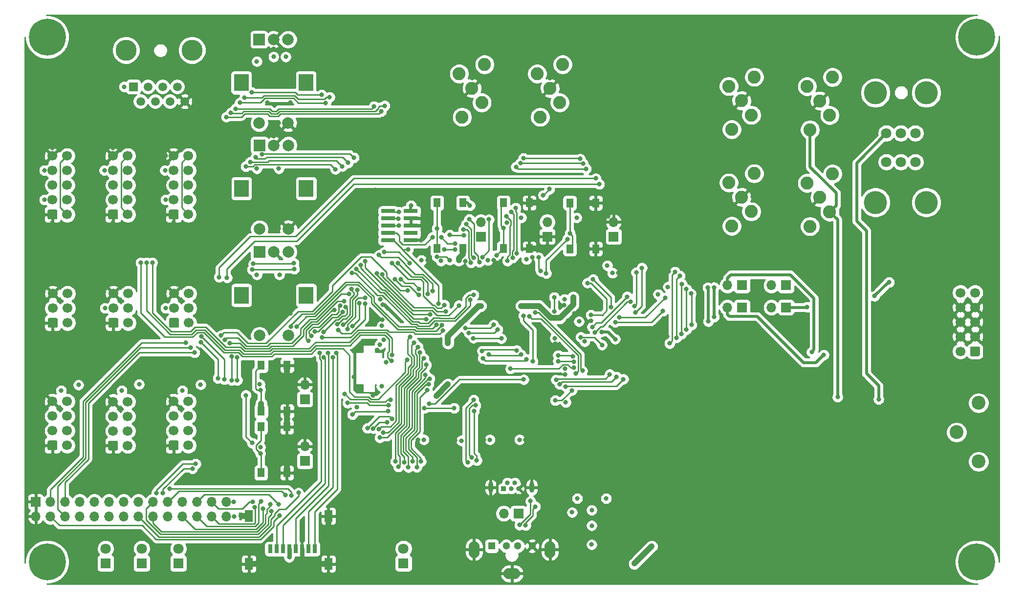
<source format=gbr>
%TF.GenerationSoftware,KiCad,Pcbnew,(5.1.8-0-10_14)*%
%TF.CreationDate,2021-03-03T20:06:49+01:00*%
%TF.ProjectId,KLST_CORE,4b4c5354-5f43-44f5-9245-2e6b69636164,v0.1*%
%TF.SameCoordinates,Original*%
%TF.FileFunction,Copper,L4,Bot*%
%TF.FilePolarity,Positive*%
%FSLAX46Y46*%
G04 Gerber Fmt 4.6, Leading zero omitted, Abs format (unit mm)*
G04 Created by KiCad (PCBNEW (5.1.8-0-10_14)) date 2021-03-03 20:06:49*
%MOMM*%
%LPD*%
G01*
G04 APERTURE LIST*
%TA.AperFunction,ComponentPad*%
%ADD10C,1.700000*%
%TD*%
%TA.AperFunction,ComponentPad*%
%ADD11O,1.700000X1.700000*%
%TD*%
%TA.AperFunction,ComponentPad*%
%ADD12R,1.700000X1.700000*%
%TD*%
%TA.AperFunction,ComponentPad*%
%ADD13R,2.000000X2.000000*%
%TD*%
%TA.AperFunction,ComponentPad*%
%ADD14C,2.000000*%
%TD*%
%TA.AperFunction,ComponentPad*%
%ADD15R,2.500000X3.000000*%
%TD*%
%TA.AperFunction,WasherPad*%
%ADD16C,3.650000*%
%TD*%
%TA.AperFunction,ComponentPad*%
%ADD17R,1.500000X1.500000*%
%TD*%
%TA.AperFunction,ComponentPad*%
%ADD18C,1.500000*%
%TD*%
%TA.AperFunction,ComponentPad*%
%ADD19C,1.800000*%
%TD*%
%TA.AperFunction,ComponentPad*%
%ADD20R,1.800000X1.800000*%
%TD*%
%TA.AperFunction,SMDPad,CuDef*%
%ADD21R,1.300000X1.550000*%
%TD*%
%TA.AperFunction,ComponentPad*%
%ADD22C,2.250000*%
%TD*%
%TA.AperFunction,ComponentPad*%
%ADD23C,2.400000*%
%TD*%
%TA.AperFunction,WasherPad*%
%ADD24C,4.000000*%
%TD*%
%TA.AperFunction,SMDPad,CuDef*%
%ADD25R,2.400000X0.740000*%
%TD*%
%TA.AperFunction,ComponentPad*%
%ADD26O,0.850000X1.850000*%
%TD*%
%TA.AperFunction,ComponentPad*%
%ADD27C,0.840000*%
%TD*%
%TA.AperFunction,ComponentPad*%
%ADD28R,0.840000X0.840000*%
%TD*%
%TA.AperFunction,ComponentPad*%
%ADD29O,2.900000X1.900000*%
%TD*%
%TA.AperFunction,ComponentPad*%
%ADD30O,1.900000X2.900000*%
%TD*%
%TA.AperFunction,ComponentPad*%
%ADD31C,1.300000*%
%TD*%
%TA.AperFunction,ComponentPad*%
%ADD32R,1.300000X1.300000*%
%TD*%
%TA.AperFunction,SMDPad,CuDef*%
%ADD33R,0.800000X1.500000*%
%TD*%
%TA.AperFunction,SMDPad,CuDef*%
%ADD34R,1.450000X2.000000*%
%TD*%
%TA.AperFunction,ComponentPad*%
%ADD35C,0.800000*%
%TD*%
%TA.AperFunction,ComponentPad*%
%ADD36C,6.400000*%
%TD*%
%TA.AperFunction,ViaPad*%
%ADD37C,0.800000*%
%TD*%
%TA.AperFunction,Conductor*%
%ADD38C,1.000000*%
%TD*%
%TA.AperFunction,Conductor*%
%ADD39C,0.750000*%
%TD*%
%TA.AperFunction,Conductor*%
%ADD40C,0.500000*%
%TD*%
%TA.AperFunction,Conductor*%
%ADD41C,0.250000*%
%TD*%
%TA.AperFunction,Conductor*%
%ADD42C,0.254000*%
%TD*%
%TA.AperFunction,Conductor*%
%ADD43C,0.100000*%
%TD*%
G04 APERTURE END LIST*
D10*
%TO.P,J24,8*%
%TO.N,/I2C_02_SDA*%
X72930000Y-120680000D03*
%TO.P,J24,6*%
%TO.N,/I2C_02_SCL*%
X72930000Y-123220000D03*
%TO.P,J24,4*%
X72930000Y-125760000D03*
%TO.P,J24,2*%
%TO.N,/I2C_02_SDA*%
X72930000Y-128300000D03*
%TO.P,J24,7*%
%TO.N,GND*%
X70390000Y-120680000D03*
%TO.P,J24,5*%
%TO.N,+3V3*%
X70390000Y-123220000D03*
%TO.P,J24,3*%
X70390000Y-125760000D03*
%TO.P,J24,1*%
%TO.N,GND*%
%TA.AperFunction,ComponentPad*%
G36*
G01*
X69540000Y-128900000D02*
X69540000Y-127700000D01*
G75*
G02*
X69790000Y-127450000I250000J0D01*
G01*
X70990000Y-127450000D01*
G75*
G02*
X71240000Y-127700000I0J-250000D01*
G01*
X71240000Y-128900000D01*
G75*
G02*
X70990000Y-129150000I-250000J0D01*
G01*
X69790000Y-129150000D01*
G75*
G02*
X69540000Y-128900000I0J250000D01*
G01*
G37*
%TD.AperFunction*%
%TD*%
D11*
%TO.P,J5,28*%
%TO.N,+3V3*%
X79520000Y-140630000D03*
%TO.P,J5,27*%
X79520000Y-138090000D03*
%TO.P,J5,26*%
%TO.N,/DAC_00*%
X76980000Y-140630000D03*
%TO.P,J5,25*%
%TO.N,/DAC_01*%
X76980000Y-138090000D03*
%TO.P,J5,24*%
%TO.N,/ADC_04*%
X74440000Y-140630000D03*
%TO.P,J5,23*%
%TO.N,/ADC_05*%
X74440000Y-138090000D03*
%TO.P,J5,22*%
%TO.N,/ADC_02*%
X71900000Y-140630000D03*
%TO.P,J5,21*%
%TO.N,/ADC_03*%
X71900000Y-138090000D03*
%TO.P,J5,20*%
%TO.N,/ADC_00*%
X69360000Y-140630000D03*
%TO.P,J5,19*%
%TO.N,/ADC_01*%
X69360000Y-138090000D03*
%TO.P,J5,18*%
%TO.N,/GPIO_14*%
X66820000Y-140630000D03*
%TO.P,J5,17*%
%TO.N,/GPIO_15*%
X66820000Y-138090000D03*
%TO.P,J5,16*%
%TO.N,/GPIO_12*%
X64280000Y-140630000D03*
%TO.P,J5,15*%
%TO.N,/GPIO_13*%
X64280000Y-138090000D03*
%TO.P,J5,14*%
%TO.N,/GPIO_10*%
X61740000Y-140630000D03*
%TO.P,J5,13*%
%TO.N,/GPIO_11*%
X61740000Y-138090000D03*
%TO.P,J5,12*%
%TO.N,/GPIO_08*%
X59200000Y-140630000D03*
%TO.P,J5,11*%
%TO.N,/GPIO_09*%
X59200000Y-138090000D03*
%TO.P,J5,10*%
%TO.N,/GPIO_06*%
X56660000Y-140630000D03*
%TO.P,J5,9*%
%TO.N,/GPIO_07*%
X56660000Y-138090000D03*
%TO.P,J5,8*%
%TO.N,/GPIO_04*%
X54120000Y-140630000D03*
%TO.P,J5,7*%
%TO.N,/GPIO_05*%
X54120000Y-138090000D03*
%TO.P,J5,6*%
%TO.N,/GPIO_02*%
X51580000Y-140630000D03*
%TO.P,J5,5*%
%TO.N,/GPIO_03*%
X51580000Y-138090000D03*
%TO.P,J5,4*%
%TO.N,/GPIO_00*%
X49040000Y-140630000D03*
%TO.P,J5,3*%
%TO.N,/GPIO_01*%
X49040000Y-138090000D03*
%TO.P,J5,2*%
%TO.N,GND*%
X46500000Y-140630000D03*
D12*
%TO.P,J5,1*%
X46500000Y-138090000D03*
%TD*%
D13*
%TO.P,SW8,A*%
%TO.N,Net-(C58-Pad1)*%
X85200000Y-57900000D03*
D14*
%TO.P,SW8,C*%
%TO.N,GND*%
X87700000Y-57900000D03*
%TO.P,SW8,B*%
%TO.N,Net-(C59-Pad1)*%
X90200000Y-57900000D03*
D15*
%TO.P,SW8,MP*%
%TO.N,N/C*%
X82100000Y-65400000D03*
X93300000Y-65400000D03*
D14*
%TO.P,SW8,S1*%
%TO.N,Net-(R45-Pad1)*%
X85200000Y-72400000D03*
%TO.P,SW8,S2*%
%TO.N,GND*%
X90200000Y-72400000D03*
%TD*%
D16*
%TO.P,J1,*%
%TO.N,*%
X73560000Y-59750000D03*
X62130000Y-59750000D03*
D17*
%TO.P,J1,1*%
%TO.N,+3V3*%
X63400000Y-66100000D03*
D18*
%TO.P,J1,2*%
%TO.N,/RJ45_UART_RX*%
X64670000Y-68640000D03*
%TO.P,J1,3*%
%TO.N,/RJ45_UART_TX*%
X65940000Y-66100000D03*
%TO.P,J1,4*%
%TO.N,/RJ45_GPIO*%
X67210000Y-68640000D03*
%TO.P,J1,5*%
%TO.N,/RJ45_SPI_SCK*%
X68480000Y-66100000D03*
%TO.P,J1,6*%
%TO.N,/RJ45_SPI_MISO*%
X69750000Y-68640000D03*
%TO.P,J1,7*%
%TO.N,/RJ45_SPI_MOSI*%
X71020000Y-66100000D03*
%TO.P,J1,8*%
%TO.N,GND*%
X72290000Y-68640000D03*
%TD*%
D10*
%TO.P,J16,10*%
%TO.N,/SPI_00_MOSI*%
X51940000Y-78090000D03*
%TO.P,J16,8*%
%TO.N,/SPI_00_MISO*%
X51940000Y-80630000D03*
%TO.P,J16,6*%
%TO.N,/SPI_00_SCK*%
X51940000Y-83170000D03*
%TO.P,J16,4*%
%TO.N,/SPI_00_MISO*%
X51940000Y-85710000D03*
%TO.P,J16,2*%
%TO.N,/SPI_00_MOSI*%
X51940000Y-88250000D03*
%TO.P,J16,9*%
%TO.N,GND*%
X49400000Y-78090000D03*
%TO.P,J16,7*%
%TO.N,+3V3*%
X49400000Y-80630000D03*
%TO.P,J16,5*%
%TO.N,N/C*%
X49400000Y-83170000D03*
%TO.P,J16,3*%
%TO.N,+3V3*%
X49400000Y-85710000D03*
%TO.P,J16,1*%
%TO.N,GND*%
%TA.AperFunction,ComponentPad*%
G36*
G01*
X48550000Y-88850000D02*
X48550000Y-87650000D01*
G75*
G02*
X48800000Y-87400000I250000J0D01*
G01*
X50000000Y-87400000D01*
G75*
G02*
X50250000Y-87650000I0J-250000D01*
G01*
X50250000Y-88850000D01*
G75*
G02*
X50000000Y-89100000I-250000J0D01*
G01*
X48800000Y-89100000D01*
G75*
G02*
X48550000Y-88850000I0J250000D01*
G01*
G37*
%TD.AperFunction*%
%TD*%
%TO.P,J8,10*%
%TO.N,+12V*%
X206660000Y-101820000D03*
%TO.P,J8,8*%
%TO.N,GND*%
X206660000Y-104360000D03*
%TO.P,J8,6*%
X206660000Y-106900000D03*
%TO.P,J8,4*%
X206660000Y-109440000D03*
%TO.P,J8,2*%
%TO.N,N/C*%
X206660000Y-111980000D03*
%TO.P,J8,9*%
%TO.N,+12V*%
X209200000Y-101820000D03*
%TO.P,J8,7*%
%TO.N,GND*%
X209200000Y-104360000D03*
%TO.P,J8,5*%
X209200000Y-106900000D03*
%TO.P,J8,3*%
X209200000Y-109440000D03*
%TO.P,J8,1*%
%TO.N,N/C*%
%TA.AperFunction,ComponentPad*%
G36*
G01*
X210050000Y-111380000D02*
X210050000Y-112580000D01*
G75*
G02*
X209800000Y-112830000I-250000J0D01*
G01*
X208600000Y-112830000D01*
G75*
G02*
X208350000Y-112580000I0J250000D01*
G01*
X208350000Y-111380000D01*
G75*
G02*
X208600000Y-111130000I250000J0D01*
G01*
X209800000Y-111130000D01*
G75*
G02*
X210050000Y-111380000I0J-250000D01*
G01*
G37*
%TD.AperFunction*%
%TD*%
%TO.P,J19,6*%
%TO.N,/USART_01_RX*%
X62490000Y-101970000D03*
%TO.P,J19,4*%
%TO.N,N/C*%
X62490000Y-104510000D03*
%TO.P,J19,2*%
%TO.N,/USART_01_TX*%
X62490000Y-107050000D03*
%TO.P,J19,5*%
%TO.N,GND*%
X59950000Y-101970000D03*
%TO.P,J19,3*%
%TO.N,+3V3*%
X59950000Y-104510000D03*
%TO.P,J19,1*%
%TO.N,GND*%
%TA.AperFunction,ComponentPad*%
G36*
G01*
X59100000Y-107650000D02*
X59100000Y-106450000D01*
G75*
G02*
X59350000Y-106200000I250000J0D01*
G01*
X60550000Y-106200000D01*
G75*
G02*
X60800000Y-106450000I0J-250000D01*
G01*
X60800000Y-107650000D01*
G75*
G02*
X60550000Y-107900000I-250000J0D01*
G01*
X59350000Y-107900000D01*
G75*
G02*
X59100000Y-107650000I0J250000D01*
G01*
G37*
%TD.AperFunction*%
%TD*%
%TO.P,J17,6*%
%TO.N,/USART_00_RX*%
X51990000Y-101970000D03*
%TO.P,J17,4*%
%TO.N,N/C*%
X51990000Y-104510000D03*
%TO.P,J17,2*%
%TO.N,/USART_00_TX*%
X51990000Y-107050000D03*
%TO.P,J17,5*%
%TO.N,GND*%
X49450000Y-101970000D03*
%TO.P,J17,3*%
%TO.N,+3V3*%
X49450000Y-104510000D03*
%TO.P,J17,1*%
%TO.N,GND*%
%TA.AperFunction,ComponentPad*%
G36*
G01*
X48600000Y-107650000D02*
X48600000Y-106450000D01*
G75*
G02*
X48850000Y-106200000I250000J0D01*
G01*
X50050000Y-106200000D01*
G75*
G02*
X50300000Y-106450000I0J-250000D01*
G01*
X50300000Y-107650000D01*
G75*
G02*
X50050000Y-107900000I-250000J0D01*
G01*
X48850000Y-107900000D01*
G75*
G02*
X48600000Y-107650000I0J250000D01*
G01*
G37*
%TD.AperFunction*%
%TD*%
%TO.P,J22,6*%
%TO.N,/USART_02_RX*%
X72990000Y-101970000D03*
%TO.P,J22,4*%
%TO.N,N/C*%
X72990000Y-104510000D03*
%TO.P,J22,2*%
%TO.N,/USART_02_TX*%
X72990000Y-107050000D03*
%TO.P,J22,5*%
%TO.N,GND*%
X70450000Y-101970000D03*
%TO.P,J22,3*%
%TO.N,+3V3*%
X70450000Y-104510000D03*
%TO.P,J22,1*%
%TO.N,GND*%
%TA.AperFunction,ComponentPad*%
G36*
G01*
X69600000Y-107650000D02*
X69600000Y-106450000D01*
G75*
G02*
X69850000Y-106200000I250000J0D01*
G01*
X71050000Y-106200000D01*
G75*
G02*
X71300000Y-106450000I0J-250000D01*
G01*
X71300000Y-107650000D01*
G75*
G02*
X71050000Y-107900000I-250000J0D01*
G01*
X69850000Y-107900000D01*
G75*
G02*
X69600000Y-107650000I0J250000D01*
G01*
G37*
%TD.AperFunction*%
%TD*%
D19*
%TO.P,D4,2*%
%TO.N,+3V3*%
X110200000Y-146200000D03*
D20*
%TO.P,D4,1*%
%TO.N,Net-(D4-Pad1)*%
X110200000Y-148740000D03*
%TD*%
D19*
%TO.P,D1,2*%
%TO.N,/LED_00*%
X58600000Y-146210000D03*
D20*
%TO.P,D1,1*%
%TO.N,Net-(D1-Pad1)*%
X58600000Y-148750000D03*
%TD*%
D19*
%TO.P,D3,2*%
%TO.N,/LED_02*%
X71200000Y-146210000D03*
D20*
%TO.P,D3,1*%
%TO.N,Net-(D3-Pad1)*%
X71200000Y-148750000D03*
%TD*%
D19*
%TO.P,D2,2*%
%TO.N,/LED_01*%
X64850000Y-146210000D03*
D20*
%TO.P,D2,1*%
%TO.N,Net-(D2-Pad1)*%
X64850000Y-148750000D03*
%TD*%
D21*
%TO.P,SW2,2*%
%TO.N,/SWD_NRST*%
X127500000Y-86225000D03*
%TO.P,SW2,1*%
%TO.N,GND*%
X132000000Y-86225000D03*
X132000000Y-94175000D03*
%TO.P,SW2,2*%
%TO.N,/SWD_NRST*%
X127500000Y-94175000D03*
%TD*%
D11*
%TO.P,JP2,2*%
%TO.N,/SWD_NRST*%
X135100000Y-89560000D03*
D12*
%TO.P,JP2,1*%
%TO.N,GND*%
X135100000Y-92100000D03*
%TD*%
D11*
%TO.P,JP6,2*%
%TO.N,+5V*%
X127560000Y-140100000D03*
D12*
%TO.P,JP6,1*%
%TO.N,/USB_POWER_INPUT_5V+*%
X130100000Y-140100000D03*
%TD*%
D11*
%TO.P,JP10,2*%
%TO.N,Net-(C53-Pad1)*%
X166300000Y-100540000D03*
D12*
%TO.P,JP10,1*%
%TO.N,/audio_codec_WM8731/SIGNAL_OUT_LEFT*%
X168840000Y-100540000D03*
%TD*%
D11*
%TO.P,JP9,2*%
%TO.N,/audio_codec_WM8731/SIGNAL_IN_LEFT*%
X173920000Y-100540000D03*
D12*
%TO.P,JP9,1*%
%TO.N,Net-(JP9-Pad1)*%
X176460000Y-100540000D03*
%TD*%
D11*
%TO.P,JP8,2*%
%TO.N,Net-(C51-Pad1)*%
X166300000Y-104370000D03*
D12*
%TO.P,JP8,1*%
%TO.N,/audio_codec_WM8731/SIGNAL_OUT_RIGHT*%
X168840000Y-104370000D03*
%TD*%
D11*
%TO.P,JP7,2*%
%TO.N,/audio_codec_WM8731/SIGNAL_IN_RIGHT*%
X173920000Y-104370000D03*
D12*
%TO.P,JP7,1*%
%TO.N,Net-(JP7-Pad1)*%
X176460000Y-104370000D03*
%TD*%
D21*
%TO.P,SW1,2*%
%TO.N,+3V3*%
X120500000Y-94175000D03*
%TO.P,SW1,1*%
%TO.N,/BOOT_FLASH*%
X116000000Y-94175000D03*
X116000000Y-86225000D03*
%TO.P,SW1,2*%
%TO.N,+3V3*%
X120500000Y-86225000D03*
%TD*%
%TO.P,SW5,2*%
%TO.N,Net-(JP5-Pad1)*%
X139000000Y-86265000D03*
%TO.P,SW5,1*%
%TO.N,GND*%
X143500000Y-86265000D03*
X143500000Y-94215000D03*
%TO.P,SW5,2*%
%TO.N,Net-(JP5-Pad1)*%
X139000000Y-94215000D03*
%TD*%
%TO.P,SW4,2*%
%TO.N,Net-(JP4-Pad1)*%
X85500000Y-125095000D03*
%TO.P,SW4,1*%
%TO.N,GND*%
X90000000Y-125095000D03*
X90000000Y-133045000D03*
%TO.P,SW4,2*%
%TO.N,Net-(JP4-Pad1)*%
X85500000Y-133045000D03*
%TD*%
%TO.P,SW3,2*%
%TO.N,Net-(JP3-Pad1)*%
X85550000Y-114425000D03*
%TO.P,SW3,1*%
%TO.N,GND*%
X90050000Y-114425000D03*
X90050000Y-122375000D03*
%TO.P,SW3,2*%
%TO.N,Net-(JP3-Pad1)*%
X85550000Y-122375000D03*
%TD*%
D11*
%TO.P,JP1,2*%
%TO.N,+3V3*%
X123600000Y-89560000D03*
D12*
%TO.P,JP1,1*%
%TO.N,/BOOT_FLASH*%
X123600000Y-92100000D03*
%TD*%
D11*
%TO.P,JP5,2*%
%TO.N,GND*%
X146600000Y-89560000D03*
D12*
%TO.P,JP5,1*%
%TO.N,Net-(JP5-Pad1)*%
X146600000Y-92100000D03*
%TD*%
D11*
%TO.P,JP4,2*%
%TO.N,GND*%
X93100000Y-128460000D03*
D12*
%TO.P,JP4,1*%
%TO.N,Net-(JP4-Pad1)*%
X93100000Y-131000000D03*
%TD*%
D11*
%TO.P,JP3,2*%
%TO.N,GND*%
X93100000Y-117760000D03*
D12*
%TO.P,JP3,1*%
%TO.N,Net-(JP3-Pad1)*%
X93100000Y-120300000D03*
%TD*%
D22*
%TO.P,J15,S*%
%TO.N,GND*%
X168750000Y-68500000D03*
%TO.P,J15,T*%
%TO.N,Net-(J15-PadT)*%
X167050000Y-73500000D03*
%TO.P,J15,TN*%
%TO.N,N/C*%
X170450000Y-71000000D03*
%TO.P,J15,RN*%
X166550000Y-66000000D03*
%TO.P,J15,R*%
X170950000Y-64400000D03*
%TD*%
%TO.P,J13,S*%
%TO.N,GND*%
X168750000Y-85250000D03*
%TO.P,J13,T*%
%TO.N,Net-(J13-PadT)*%
X167050000Y-90250000D03*
%TO.P,J13,TN*%
%TO.N,N/C*%
X170450000Y-87750000D03*
%TO.P,J13,RN*%
X166550000Y-82750000D03*
%TO.P,J13,R*%
X170950000Y-81150000D03*
%TD*%
D13*
%TO.P,SW9,A*%
%TO.N,Net-(C61-Pad1)*%
X85250000Y-94750000D03*
D14*
%TO.P,SW9,C*%
%TO.N,GND*%
X87750000Y-94750000D03*
%TO.P,SW9,B*%
%TO.N,Net-(C62-Pad1)*%
X90250000Y-94750000D03*
D15*
%TO.P,SW9,MP*%
%TO.N,N/C*%
X82150000Y-102250000D03*
X93350000Y-102250000D03*
D14*
%TO.P,SW9,S1*%
%TO.N,Net-(R51-Pad1)*%
X85250000Y-109250000D03*
%TO.P,SW9,S2*%
%TO.N,GND*%
X90250000Y-109250000D03*
%TD*%
D13*
%TO.P,SW7,A*%
%TO.N,Net-(C55-Pad1)*%
X85250000Y-76250000D03*
D14*
%TO.P,SW7,C*%
%TO.N,GND*%
X87750000Y-76250000D03*
%TO.P,SW7,B*%
%TO.N,Net-(C56-Pad1)*%
X90250000Y-76250000D03*
D15*
%TO.P,SW7,MP*%
%TO.N,N/C*%
X82150000Y-83750000D03*
X93350000Y-83750000D03*
D14*
%TO.P,SW7,S1*%
%TO.N,Net-(R39-Pad1)*%
X85250000Y-90750000D03*
%TO.P,SW7,S2*%
%TO.N,GND*%
X90250000Y-90750000D03*
%TD*%
D23*
%TO.P,SW6,3*%
%TO.N,Net-(C6-Pad1)*%
X205990000Y-126020000D03*
%TO.P,SW6,2*%
%TO.N,+5V*%
X209800000Y-120940000D03*
%TO.P,SW6,1*%
%TO.N,/USB_POWER_INPUT_5V+*%
X209800000Y-131100000D03*
%TD*%
D24*
%TO.P,RV2,*%
%TO.N,*%
X191950000Y-67150000D03*
X200750000Y-67150000D03*
D19*
%TO.P,RV2,1*%
%TO.N,Net-(R33-Pad2)*%
X193850000Y-74150000D03*
%TO.P,RV2,2*%
%TO.N,Net-(JP9-Pad1)*%
X196350000Y-74150000D03*
%TO.P,RV2,3*%
X198850000Y-74150000D03*
%TD*%
D24*
%TO.P,RV1,*%
%TO.N,*%
X200750000Y-86150000D03*
X191950000Y-86150000D03*
D19*
%TO.P,RV1,1*%
%TO.N,Net-(R27-Pad2)*%
X198850000Y-79150000D03*
%TO.P,RV1,2*%
%TO.N,Net-(JP7-Pad1)*%
X196350000Y-79150000D03*
%TO.P,RV1,3*%
X193850000Y-79150000D03*
%TD*%
D10*
%TO.P,J23,10*%
%TO.N,/SPI_02_MOSI*%
X72940000Y-78090000D03*
%TO.P,J23,8*%
%TO.N,/SPI_02_MISO*%
X72940000Y-80630000D03*
%TO.P,J23,6*%
%TO.N,/SPI_02_SCK*%
X72940000Y-83170000D03*
%TO.P,J23,4*%
%TO.N,/SPI_02_MISO*%
X72940000Y-85710000D03*
%TO.P,J23,2*%
%TO.N,/SPI_02_MOSI*%
X72940000Y-88250000D03*
%TO.P,J23,9*%
%TO.N,GND*%
X70400000Y-78090000D03*
%TO.P,J23,7*%
%TO.N,+3V3*%
X70400000Y-80630000D03*
%TO.P,J23,5*%
%TO.N,N/C*%
X70400000Y-83170000D03*
%TO.P,J23,3*%
%TO.N,+3V3*%
X70400000Y-85710000D03*
%TO.P,J23,1*%
%TO.N,GND*%
%TA.AperFunction,ComponentPad*%
G36*
G01*
X69550000Y-88850000D02*
X69550000Y-87650000D01*
G75*
G02*
X69800000Y-87400000I250000J0D01*
G01*
X71000000Y-87400000D01*
G75*
G02*
X71250000Y-87650000I0J-250000D01*
G01*
X71250000Y-88850000D01*
G75*
G02*
X71000000Y-89100000I-250000J0D01*
G01*
X69800000Y-89100000D01*
G75*
G02*
X69550000Y-88850000I0J250000D01*
G01*
G37*
%TD.AperFunction*%
%TD*%
%TO.P,J21,8*%
%TO.N,/I2C_01_SDA*%
X62430000Y-120710000D03*
%TO.P,J21,6*%
%TO.N,/I2C_01_SCL*%
X62430000Y-123250000D03*
%TO.P,J21,4*%
X62430000Y-125790000D03*
%TO.P,J21,2*%
%TO.N,/I2C_01_SDA*%
X62430000Y-128330000D03*
%TO.P,J21,7*%
%TO.N,GND*%
X59890000Y-120710000D03*
%TO.P,J21,5*%
%TO.N,+3V3*%
X59890000Y-123250000D03*
%TO.P,J21,3*%
X59890000Y-125790000D03*
%TO.P,J21,1*%
%TO.N,GND*%
%TA.AperFunction,ComponentPad*%
G36*
G01*
X59040000Y-128930000D02*
X59040000Y-127730000D01*
G75*
G02*
X59290000Y-127480000I250000J0D01*
G01*
X60490000Y-127480000D01*
G75*
G02*
X60740000Y-127730000I0J-250000D01*
G01*
X60740000Y-128930000D01*
G75*
G02*
X60490000Y-129180000I-250000J0D01*
G01*
X59290000Y-129180000D01*
G75*
G02*
X59040000Y-128930000I0J250000D01*
G01*
G37*
%TD.AperFunction*%
%TD*%
%TO.P,J20,10*%
%TO.N,/SPI_01_MOSI*%
X62440000Y-78090000D03*
%TO.P,J20,8*%
%TO.N,/SPI_01_MISO*%
X62440000Y-80630000D03*
%TO.P,J20,6*%
%TO.N,/SPI_01_SCK*%
X62440000Y-83170000D03*
%TO.P,J20,4*%
%TO.N,/SPI_01_MISO*%
X62440000Y-85710000D03*
%TO.P,J20,2*%
%TO.N,/SPI_01_MOSI*%
X62440000Y-88250000D03*
%TO.P,J20,9*%
%TO.N,GND*%
X59900000Y-78090000D03*
%TO.P,J20,7*%
%TO.N,+3V3*%
X59900000Y-80630000D03*
%TO.P,J20,5*%
%TO.N,N/C*%
X59900000Y-83170000D03*
%TO.P,J20,3*%
%TO.N,+3V3*%
X59900000Y-85710000D03*
%TO.P,J20,1*%
%TO.N,GND*%
%TA.AperFunction,ComponentPad*%
G36*
G01*
X59050000Y-88850000D02*
X59050000Y-87650000D01*
G75*
G02*
X59300000Y-87400000I250000J0D01*
G01*
X60500000Y-87400000D01*
G75*
G02*
X60750000Y-87650000I0J-250000D01*
G01*
X60750000Y-88850000D01*
G75*
G02*
X60500000Y-89100000I-250000J0D01*
G01*
X59300000Y-89100000D01*
G75*
G02*
X59050000Y-88850000I0J250000D01*
G01*
G37*
%TD.AperFunction*%
%TD*%
%TO.P,J18,8*%
%TO.N,/I2C_00_SDA*%
X51930000Y-120680000D03*
%TO.P,J18,6*%
%TO.N,/I2C_00_SCL*%
X51930000Y-123220000D03*
%TO.P,J18,4*%
X51930000Y-125760000D03*
%TO.P,J18,2*%
%TO.N,/I2C_00_SDA*%
X51930000Y-128300000D03*
%TO.P,J18,7*%
%TO.N,GND*%
X49390000Y-120680000D03*
%TO.P,J18,5*%
%TO.N,+3V3*%
X49390000Y-123220000D03*
%TO.P,J18,3*%
X49390000Y-125760000D03*
%TO.P,J18,1*%
%TO.N,GND*%
%TA.AperFunction,ComponentPad*%
G36*
G01*
X48540000Y-128900000D02*
X48540000Y-127700000D01*
G75*
G02*
X48790000Y-127450000I250000J0D01*
G01*
X49990000Y-127450000D01*
G75*
G02*
X50240000Y-127700000I0J-250000D01*
G01*
X50240000Y-128900000D01*
G75*
G02*
X49990000Y-129150000I-250000J0D01*
G01*
X48790000Y-129150000D01*
G75*
G02*
X48540000Y-128900000I0J250000D01*
G01*
G37*
%TD.AperFunction*%
%TD*%
D22*
%TO.P,J14,S*%
%TO.N,GND*%
X182320000Y-68540000D03*
%TO.P,J14,T*%
%TO.N,Net-(J12-PadTN)*%
X180620000Y-73540000D03*
%TO.P,J14,TN*%
%TO.N,N/C*%
X184020000Y-71040000D03*
%TO.P,J14,RN*%
X180120000Y-66040000D03*
%TO.P,J14,R*%
X184520000Y-64440000D03*
%TD*%
%TO.P,J12,S*%
%TO.N,GND*%
X182320000Y-85300000D03*
%TO.P,J12,T*%
%TO.N,Net-(J12-PadT)*%
X180620000Y-90300000D03*
%TO.P,J12,TN*%
%TO.N,Net-(J12-PadTN)*%
X184020000Y-87800000D03*
%TO.P,J12,RN*%
%TO.N,N/C*%
X180120000Y-82800000D03*
%TO.P,J12,R*%
X184520000Y-81200000D03*
%TD*%
%TO.P,J11,S*%
%TO.N,GND*%
X135550000Y-66350000D03*
%TO.P,J11,T*%
%TO.N,/audio_codec_WM8731/AUDIO_IN_LEFT*%
X133850000Y-71350000D03*
%TO.P,J11,TN*%
%TO.N,N/C*%
X137250000Y-68850000D03*
%TO.P,J11,RN*%
X133350000Y-63850000D03*
%TO.P,J11,R*%
%TO.N,/audio_codec_WM8731/AUDIO_IN_RIGHT*%
X137750000Y-62250000D03*
%TD*%
%TO.P,J10,S*%
%TO.N,GND*%
X122050000Y-66350000D03*
%TO.P,J10,T*%
%TO.N,/audio_codec_WM8731/AUDIO_OUT_LEFT*%
X120350000Y-71350000D03*
%TO.P,J10,TN*%
%TO.N,N/C*%
X123750000Y-68850000D03*
%TO.P,J10,RN*%
X119850000Y-63850000D03*
%TO.P,J10,R*%
%TO.N,/audio_codec_WM8731/AUDIO_OUT_RIGHT*%
X124250000Y-62250000D03*
%TD*%
D25*
%TO.P,J9,10*%
%TO.N,/SWD_NRST*%
X107550000Y-92740000D03*
%TO.P,J9,9*%
%TO.N,GND*%
X111450000Y-92740000D03*
%TO.P,J9,8*%
%TO.N,/SWD_SWI*%
X107550000Y-91470000D03*
%TO.P,J9,7*%
%TO.N,N/C*%
X111450000Y-91470000D03*
%TO.P,J9,6*%
%TO.N,/SWD_SWO*%
X107550000Y-90200000D03*
%TO.P,J9,5*%
%TO.N,GND*%
X111450000Y-90200000D03*
%TO.P,J9,4*%
%TO.N,/SWD_SWCLK*%
X107550000Y-88930000D03*
%TO.P,J9,3*%
%TO.N,GND*%
X111450000Y-88930000D03*
%TO.P,J9,2*%
%TO.N,/SWD_SWDIO*%
X107550000Y-87660000D03*
%TO.P,J9,1*%
%TO.N,+3V3*%
X111450000Y-87660000D03*
%TD*%
D26*
%TO.P,J4,6*%
%TO.N,GND*%
X132425000Y-135580000D03*
X125275000Y-135580000D03*
D27*
%TO.P,J4,5*%
X130150000Y-135800000D03*
%TO.P,J4,4*%
%TO.N,N/C*%
X129500000Y-134800000D03*
%TO.P,J4,3*%
%TO.N,Net-(J4-Pad3)*%
X128850000Y-135800000D03*
%TO.P,J4,2*%
%TO.N,Net-(J4-Pad2)*%
X128200000Y-134800000D03*
D28*
%TO.P,J4,1*%
%TO.N,/USB_POWER_INPUT_5V+*%
X127550000Y-135800000D03*
%TD*%
D29*
%TO.P,J3,5*%
%TO.N,GND*%
X128990000Y-150530000D03*
D30*
X135560000Y-146350000D03*
X122420000Y-146350000D03*
D31*
%TO.P,J3,4*%
X132490000Y-145750000D03*
%TO.P,J3,3*%
%TO.N,Net-(J3-Pad3)*%
X129990000Y-145750000D03*
%TO.P,J3,2*%
%TO.N,Net-(J3-Pad2)*%
X127990000Y-145750000D03*
D32*
%TO.P,J3,1*%
%TO.N,+5V*%
X125490000Y-145750000D03*
%TD*%
D33*
%TO.P,J2,1*%
%TO.N,N/C*%
X87100000Y-146250000D03*
%TO.P,J2,2*%
%TO.N,/SDCARD_CS*%
X88200000Y-146250000D03*
%TO.P,J2,3*%
%TO.N,/SDCARD_MOSI*%
X89300000Y-146250000D03*
%TO.P,J2,4*%
%TO.N,+3V3*%
X90400000Y-146250000D03*
%TO.P,J2,5*%
%TO.N,/SDCARD_SCK*%
X91500000Y-146250000D03*
%TO.P,J2,6*%
%TO.N,GND*%
X92600000Y-146250000D03*
%TO.P,J2,7*%
%TO.N,/SDCARD_MISO*%
X93700000Y-146250000D03*
%TO.P,J2,8*%
%TO.N,/SDCARD_DETECT_SDIO*%
X94800000Y-146250000D03*
D34*
%TO.P,J2,9*%
%TO.N,GND*%
X97175000Y-140550000D03*
X83425000Y-140550000D03*
X83425000Y-148850000D03*
X97175000Y-148850000D03*
%TD*%
D35*
%TO.P,H4,1*%
%TO.N,N/C*%
X50197056Y-146802944D03*
X48500000Y-146100000D03*
X46802944Y-146802944D03*
X46100000Y-148500000D03*
X46802944Y-150197056D03*
X48500000Y-150900000D03*
X50197056Y-150197056D03*
X50900000Y-148500000D03*
D36*
X48500000Y-148500000D03*
%TD*%
D35*
%TO.P,H3,1*%
%TO.N,N/C*%
X211197056Y-146802944D03*
X209500000Y-146100000D03*
X207802944Y-146802944D03*
X207100000Y-148500000D03*
X207802944Y-150197056D03*
X209500000Y-150900000D03*
X211197056Y-150197056D03*
X211900000Y-148500000D03*
D36*
X209500000Y-148500000D03*
%TD*%
D35*
%TO.P,H2,1*%
%TO.N,N/C*%
X211197056Y-55802944D03*
X209500000Y-55100000D03*
X207802944Y-55802944D03*
X207100000Y-57500000D03*
X207802944Y-59197056D03*
X209500000Y-59900000D03*
X211197056Y-59197056D03*
X211900000Y-57500000D03*
D36*
X209500000Y-57500000D03*
%TD*%
D35*
%TO.P,H1,1*%
%TO.N,N/C*%
X50197056Y-55802944D03*
X48500000Y-55100000D03*
X46802944Y-55802944D03*
X46100000Y-57500000D03*
X46802944Y-59197056D03*
X48500000Y-59900000D03*
X50197056Y-59197056D03*
X50900000Y-57500000D03*
D36*
X48500000Y-57500000D03*
%TD*%
D37*
%TO.N,GND*%
X106562862Y-103901132D03*
X125800000Y-96200000D03*
X114400013Y-96200000D03*
X120912407Y-96343244D03*
X135100000Y-93600000D03*
X170700000Y-85200000D03*
X180200000Y-85300000D03*
X84800000Y-148800000D03*
X95700000Y-148900000D03*
X82100000Y-140500000D03*
X74800000Y-146500000D03*
X68400000Y-146500000D03*
X62200000Y-146500000D03*
X59900000Y-76700000D03*
X69000000Y-78100000D03*
X49400000Y-76700000D03*
X49400000Y-89700000D03*
X59900000Y-89700000D03*
X70400000Y-89700000D03*
X73960060Y-68640000D03*
X88600000Y-72400000D03*
X87700000Y-74700000D03*
X87700000Y-59500000D03*
X122100000Y-64600000D03*
X113200000Y-73500000D03*
X135600000Y-64600000D03*
X130300000Y-74800000D03*
X131500000Y-76200000D03*
X133300000Y-86200000D03*
X142200000Y-86200000D03*
X139900000Y-76300000D03*
X86600000Y-68825032D03*
X90600000Y-68825032D03*
X88600000Y-90700000D03*
X90600000Y-87100000D03*
X86800000Y-87300000D03*
X86600000Y-105700000D03*
X90587340Y-105387340D03*
X91600000Y-117700000D03*
X90100000Y-115900000D03*
X90100000Y-117800000D03*
X90000000Y-131400000D03*
X89300000Y-127900000D03*
X92600000Y-147700000D03*
X113877500Y-146577500D03*
X140500000Y-141800000D03*
X139400000Y-141800000D03*
X103100000Y-123600000D03*
X102900000Y-118500000D03*
X101600000Y-116400000D03*
X104900000Y-119600000D03*
X113300000Y-90200000D03*
X113300000Y-89000000D03*
X113200000Y-92700000D03*
X117400000Y-89700000D03*
X128100000Y-89700000D03*
X133116831Y-94169919D03*
X145600000Y-88600000D03*
X143600000Y-89700000D03*
X142300000Y-94200000D03*
X154300000Y-96800000D03*
X156100000Y-98100000D03*
X147400000Y-98400000D03*
X148300000Y-97100000D03*
X132512761Y-95661920D03*
X183600000Y-110500000D03*
X178700000Y-114700000D03*
X177500000Y-119600000D03*
X180800000Y-119900000D03*
X191600006Y-113100000D03*
X189400000Y-116500000D03*
X191500000Y-125300000D03*
X191500000Y-128600000D03*
X201400000Y-123400000D03*
X131300000Y-127300000D03*
X154600000Y-107800000D03*
X155900000Y-109400000D03*
X153195002Y-102506442D03*
X153300000Y-103500000D03*
X149800000Y-109800002D03*
X142699681Y-106696834D03*
X138700000Y-106700000D03*
X139766945Y-105388706D03*
X138003408Y-103940942D03*
X136504198Y-110688132D03*
X112726292Y-127298656D03*
X127551127Y-127363660D03*
X124163666Y-127300000D03*
X146400000Y-139525010D03*
X150800000Y-139525010D03*
X138200000Y-115989450D03*
X138317291Y-122325010D03*
X140490015Y-145390015D03*
X106524614Y-106546167D03*
X106733016Y-110024975D03*
X105680000Y-111780000D03*
X104720000Y-110540000D03*
X97190000Y-74670000D03*
X105300000Y-83950000D03*
X78730000Y-87330000D03*
X104300000Y-123694990D03*
X78860000Y-123390000D03*
X80550000Y-130020000D03*
X95640000Y-98810000D03*
X96360000Y-95110000D03*
X97830000Y-83950000D03*
X173880000Y-102490000D03*
X138040000Y-100120000D03*
X97200000Y-143725120D03*
X119097808Y-127405189D03*
X141414990Y-104000000D03*
%TO.N,/BUTTON_USER_01*%
X82900000Y-119600000D03*
X80400000Y-112900000D03*
X143500000Y-82000000D03*
X158074990Y-98899350D03*
X157529076Y-109607664D03*
X80400000Y-117000000D03*
X136974990Y-113674990D03*
X139724979Y-113819403D03*
X83974990Y-127874999D03*
X78260000Y-99120000D03*
%TO.N,/BUTTON_PROGRAMMER*%
X131000000Y-105800000D03*
X138600000Y-92500000D03*
X134921654Y-98451658D03*
X132600000Y-113735021D03*
%TO.N,+3V3*%
X106212001Y-102964692D03*
X124800000Y-96200000D03*
X119800000Y-96200000D03*
X116700000Y-96300000D03*
X113300000Y-96200002D03*
X80800000Y-138100000D03*
X80870001Y-140629999D03*
X61800000Y-66100000D03*
X48000000Y-80600000D03*
X48000000Y-85700000D03*
X68900000Y-80600000D03*
X58400000Y-80600000D03*
X69000000Y-85700000D03*
X84800000Y-61700000D03*
X87700000Y-60900000D03*
X89800000Y-60900000D03*
X84800000Y-80300000D03*
X88600000Y-80300009D03*
X69000000Y-104500000D03*
X58500000Y-104500000D03*
X84800000Y-98700000D03*
X88699985Y-98700015D03*
X85300000Y-117700000D03*
X71900000Y-118800000D03*
X64400000Y-117700000D03*
X61400000Y-118800000D03*
X53900000Y-117800000D03*
X50900000Y-118800000D03*
X85400000Y-128600000D03*
X90400000Y-147700000D03*
X142800000Y-142200000D03*
X106407331Y-118040324D03*
X111500000Y-86700000D03*
X121700000Y-86700000D03*
X130600000Y-88800000D03*
X131504990Y-96021243D03*
X156000000Y-100800000D03*
X154300000Y-102100000D03*
X146400000Y-98400000D03*
X145500000Y-97100006D03*
X130300000Y-127300000D03*
X140600000Y-106800000D03*
X141571748Y-110265806D03*
X102100014Y-121700000D03*
X140175020Y-88800000D03*
X138104801Y-102946083D03*
X136429206Y-109690935D03*
X113726303Y-127300065D03*
X125163679Y-127300000D03*
X138200000Y-114989437D03*
X138309675Y-120824946D03*
X142800000Y-139525010D03*
X139400000Y-139900000D03*
X140300000Y-137500000D03*
X145300000Y-137500000D03*
X142789959Y-145489959D03*
X107200000Y-113900000D03*
X106475432Y-107544968D03*
X106109184Y-110806548D03*
X75050000Y-117750000D03*
X120229995Y-127470005D03*
%TO.N,+3.3VA*%
X115900000Y-119700000D03*
X139600000Y-102600000D03*
X117900000Y-117700000D03*
X117900000Y-110600000D03*
X144500000Y-108600000D03*
X146862655Y-109862664D03*
X130599992Y-104100000D03*
X123599996Y-104100000D03*
%TO.N,/audio_codec_WM8731/HEADPHONE_OUT_LEFT*%
X143044998Y-99500825D03*
X146173614Y-104271066D03*
%TO.N,/audio_codec_WM8731/HEADPHONE_OUT_RIGHT*%
X142679576Y-105677232D03*
X135483869Y-83858550D03*
X134400000Y-84900000D03*
X142038630Y-100123310D03*
%TO.N,/audio_codec_WM8731/SIGNAL_IN_LEFT*%
X150509191Y-98303871D03*
X150244988Y-104105614D03*
%TO.N,/audio_codec_WM8731/SIGNAL_IN_RIGHT*%
X151500000Y-97500000D03*
X150389704Y-105259206D03*
%TO.N,/ENCODER_01_BUTTON*%
X105556284Y-98430966D03*
X119810219Y-104029798D03*
%TO.N,Net-(C51-Pad1)*%
X183000000Y-112600000D03*
%TO.N,/ENCODER_00_BUTTON*%
X109199978Y-96648749D03*
X114361607Y-102009553D03*
%TO.N,/ENCODER_02_BUTTON*%
X122300000Y-109700000D03*
X127137340Y-109762660D03*
X96139285Y-109590795D03*
X117000370Y-108403282D03*
%TO.N,/LED_00*%
X123830000Y-111920000D03*
X122371174Y-120413957D03*
X121372830Y-131194203D03*
X129788454Y-111815010D03*
%TO.N,/LED_01*%
X122697445Y-121359246D03*
X121982610Y-130401618D03*
X123970000Y-113200000D03*
X131470000Y-113330000D03*
%TO.N,/LED_02*%
X122420000Y-122320000D03*
X122900000Y-130900000D03*
X124979194Y-112531994D03*
X130540000Y-112560000D03*
%TO.N,/ADC_00*%
X108818537Y-131099604D03*
X67400000Y-136600000D03*
X74200000Y-131500000D03*
X113023117Y-112193082D03*
%TO.N,/ADC_01*%
X89767740Y-136944168D03*
%TO.N,/ADC_02*%
X85848277Y-139302434D03*
%TO.N,/ADC_03*%
X113700004Y-113200000D03*
X109300000Y-132000004D03*
X68500000Y-136600000D03*
X73627758Y-132320098D03*
%TO.N,/ADC_04*%
X85546945Y-138034054D03*
%TO.N,/ADC_05*%
X88566753Y-138533247D03*
%TO.N,/DAC_00*%
X84398265Y-139003760D03*
%TO.N,/DAC_01*%
X84069791Y-138059234D03*
%TO.N,/SDCARD_CS*%
X95649989Y-112310897D03*
X98719265Y-107286251D03*
X101225253Y-101141845D03*
X108726298Y-99473702D03*
X112900000Y-102200000D03*
%TO.N,/SDCARD_MOSI*%
X96392885Y-113007115D03*
X98894493Y-108270791D03*
X103539495Y-103713732D03*
%TO.N,/SDCARD_SCK*%
X97100000Y-112300000D03*
X99745083Y-107373533D03*
X102204656Y-101343822D03*
%TO.N,/SDCARD_MISO*%
X97948576Y-113058729D03*
X100507377Y-108124979D03*
X103575191Y-102714357D03*
%TO.N,/SDCARD_DETECT_SDIO*%
X98600000Y-112300000D03*
X101354890Y-107594183D03*
X109775382Y-99463359D03*
X102545833Y-103592808D03*
X112900000Y-101200000D03*
%TO.N,/GPIO_15*%
X87292682Y-139720084D03*
%TO.N,/GPIO_14*%
X87100000Y-138500000D03*
%TO.N,/GPIO_13*%
X90767279Y-136974924D03*
X69700000Y-135800000D03*
%TO.N,/GPIO_12*%
X92000002Y-136524913D03*
%TO.N,/GPIO_11*%
X113237427Y-131097468D03*
X114289712Y-118667036D03*
%TO.N,/GPIO_10*%
X112488676Y-132076259D03*
X114559325Y-117704055D03*
%TO.N,/GPIO_09*%
X111763666Y-131100000D03*
X114735449Y-116719675D03*
%TO.N,/GPIO_08*%
X111038656Y-132105305D03*
X113986830Y-116056656D03*
%TO.N,/GPIO_07*%
X114159990Y-114340010D03*
X110313646Y-131258569D03*
%TO.N,/GPIO_06*%
X112703574Y-111245498D03*
X106073928Y-126955646D03*
%TO.N,/GPIO_05*%
X112005111Y-110529836D03*
X106700000Y-126100000D03*
%TO.N,/GPIO_04*%
X111345879Y-109471198D03*
X105934061Y-125448109D03*
%TO.N,/GPIO_03*%
X80074990Y-110543546D03*
X74000000Y-112200000D03*
X99922377Y-103293830D03*
%TO.N,/GPIO_02*%
X73300000Y-111335052D03*
X79229153Y-110010083D03*
X100739182Y-102015778D03*
%TO.N,/GPIO_01*%
X72500000Y-110500000D03*
X78571792Y-109256491D03*
X110900000Y-101400000D03*
%TO.N,/GPIO_00*%
X88700001Y-140500000D03*
%TO.N,+5V*%
X153199997Y-145799999D03*
X150199999Y-148800001D03*
%TO.N,/SWD_NRST*%
X127500000Y-90600000D03*
X111000000Y-94300000D03*
X126300000Y-95325032D03*
X119150035Y-94300000D03*
X117250012Y-94300000D03*
X116296077Y-103724931D03*
%TO.N,/SWD_SWI*%
X119094533Y-93300004D03*
X116725010Y-92220482D03*
X115200000Y-92200000D03*
%TO.N,/SWD_SWO*%
X109400000Y-90200004D03*
%TO.N,/SWD_SWCLK*%
X109300000Y-89000006D03*
%TO.N,/SWD_SWDIO*%
X109400000Y-87800000D03*
X133589102Y-95710898D03*
X136300000Y-102600000D03*
X136300000Y-105099990D03*
X133991918Y-98083401D03*
%TO.N,/USART_00_RX*%
X84200000Y-96800000D03*
X102045983Y-97692690D03*
X122372242Y-102204912D03*
X91199599Y-96690011D03*
%TO.N,/USART_00_TX*%
X84000000Y-97800000D03*
X101285277Y-98393957D03*
X121800155Y-103025165D03*
X91260021Y-97688568D03*
%TO.N,/SPI_00_MOSI*%
X64687353Y-96619685D03*
X110874979Y-113494877D03*
%TO.N,/SPI_00_MISO*%
X65687340Y-96612660D03*
X108150668Y-113589753D03*
%TO.N,/SPI_00_SCK*%
X66700000Y-96600000D03*
X108177011Y-112590088D03*
%TO.N,/I2C_00_SDA*%
X96363869Y-108616328D03*
X100195799Y-104274897D03*
%TO.N,/I2C_00_SCL*%
X94850658Y-108525030D03*
X99683759Y-105133873D03*
%TO.N,/USART_01_RX*%
X125800000Y-107400000D03*
X90674977Y-107700000D03*
X120940485Y-107974990D03*
X115889308Y-107363989D03*
%TO.N,/USART_01_TX*%
X126507116Y-108207114D03*
X91674990Y-107700000D03*
X121532107Y-108824258D03*
X116888281Y-107409571D03*
%TO.N,/SPI_01_MOSI*%
X125000000Y-89100000D03*
X123837670Y-95640777D03*
X101600002Y-78400000D03*
X85697808Y-77850014D03*
%TO.N,/SPI_01_MISO*%
X102770993Y-96994955D03*
X114099992Y-106400000D03*
%TO.N,/SPI_01_SCK*%
X121605536Y-89091637D03*
X123326047Y-96500000D03*
X100600000Y-79274990D03*
X84566184Y-78353614D03*
%TO.N,/I2C_01_SDA*%
X105953319Y-95289234D03*
X93718143Y-110177413D03*
X98233747Y-104837216D03*
X115207310Y-101475214D03*
%TO.N,/I2C_01_SCL*%
X111249070Y-96650930D03*
X118225010Y-96148043D03*
X115979987Y-95569041D03*
X94249500Y-109324175D03*
X99215867Y-104042598D03*
X106824935Y-94774990D03*
%TO.N,/USART_02_RX*%
X75098043Y-110419992D03*
X78058900Y-116653580D03*
%TO.N,/USART_02_TX*%
X75199856Y-109425176D03*
X101346984Y-122926335D03*
X107498134Y-122321474D03*
X79147660Y-116852340D03*
%TO.N,/SPI_02_MOSI*%
X103513420Y-96325010D03*
X114800000Y-105600000D03*
%TO.N,/SPI_02_MISO*%
X121053576Y-89925522D03*
X122349383Y-95729648D03*
X99600000Y-79900000D03*
X83645948Y-79174990D03*
%TO.N,/SPI_02_SCK*%
X120601079Y-90817302D03*
X121876035Y-96610537D03*
X82881313Y-79925010D03*
X98400000Y-80400000D03*
%TO.N,/I2C_02_SDA*%
X108194249Y-123684840D03*
X103938857Y-125315010D03*
X113820000Y-121850000D03*
X118980000Y-121820000D03*
%TO.N,/I2C_02_SCL*%
X107369244Y-124249986D03*
X104937765Y-125361974D03*
X114640000Y-121080000D03*
X131020000Y-116870000D03*
%TO.N,/audio_codec_WM8731/SIGNAL_OUT_RIGHT*%
X155099511Y-104996739D03*
X146870000Y-106920000D03*
%TO.N,Net-(JP3-Pad1)*%
X85413370Y-118693565D03*
X85550000Y-121050000D03*
%TO.N,/audio_codec_WM8731/SIGNAL_OUT_LEFT*%
X155500000Y-102700000D03*
X147589659Y-106118215D03*
%TO.N,/BOOT_FLASH*%
X116000000Y-90700000D03*
X118206448Y-91800000D03*
X120650034Y-91822445D03*
%TO.N,/AUDIOCODEC_I2C_SCL*%
X142887245Y-107759999D03*
X148914754Y-102500021D03*
%TO.N,/AUDIOCODEC_I2C_SDA*%
X143330920Y-108716965D03*
X149536567Y-103381247D03*
%TO.N,Net-(R33-Pad2)*%
X192500000Y-120300000D03*
%TO.N,/ENCODER_01_A*%
X106535951Y-98631657D03*
X117537593Y-105058637D03*
%TO.N,/ENCODER_01_B*%
X108200489Y-96681082D03*
X117273536Y-103936071D03*
%TO.N,/ENCODER_02_A*%
X107987086Y-120377943D03*
X100024990Y-119400000D03*
%TO.N,/ENCODER_02_B*%
X100519980Y-120931299D03*
X107607046Y-121327410D03*
%TO.N,/AUDIOCODEC_I2S_MCK*%
X144578692Y-110878692D03*
X140900000Y-109525010D03*
%TO.N,/AUDIOCODEC_I2S_WS*%
X136500000Y-120500000D03*
X139350012Y-118750012D03*
%TO.N,/AUDIOCODEC_I2S_CK*%
X128724979Y-115000000D03*
X139724388Y-114819414D03*
%TO.N,/USB_HOST_D+*%
X133025010Y-138900000D03*
X131356066Y-142169253D03*
X133027560Y-105200000D03*
X141194775Y-115353457D03*
%TO.N,/USB_HOST_D-*%
X130300000Y-142100000D03*
X132000000Y-105900000D03*
X132199998Y-137959808D03*
X140074990Y-115800000D03*
%TO.N,/BUTTON_USER_00*%
X157221826Y-98211606D03*
X144110432Y-82993896D03*
X81396313Y-113003687D03*
X81400000Y-117000000D03*
X156300000Y-110600000D03*
X136974990Y-112674977D03*
X139569786Y-112831516D03*
X79620002Y-99220000D03*
%TO.N,Net-(JP5-Pad1)*%
X139037340Y-91537340D03*
%TO.N,Net-(JP4-Pad1)*%
X85400000Y-129700000D03*
%TO.N,Net-(J15-PadT)*%
X163000000Y-106800001D03*
X162904459Y-100935540D03*
%TO.N,Net-(JP7-Pad1)*%
X180100000Y-104300000D03*
X191799998Y-102400000D03*
X194300000Y-100000000D03*
%TO.N,Net-(C53-Pad1)*%
X180900000Y-112100002D03*
%TO.N,Net-(J12-PadTN)*%
X185400000Y-119900000D03*
%TO.N,/RJ45_UART_RX*%
X79500000Y-71336921D03*
X159200000Y-108200000D03*
X159199999Y-101199999D03*
X106350219Y-70347787D03*
X130448510Y-79334196D03*
X141321359Y-79453351D03*
X147100000Y-116400000D03*
X137251090Y-117685751D03*
%TO.N,/RJ45_UART_TX*%
X80300000Y-70574990D03*
X160100000Y-107400000D03*
X106940338Y-69402155D03*
X131000000Y-78500000D03*
X140800000Y-78600000D03*
X159999990Y-101974968D03*
X148300000Y-116800000D03*
X138300000Y-118100000D03*
%TO.N,/RJ45_GPIO*%
X81125004Y-69925010D03*
X158325010Y-109000000D03*
X158400000Y-100300000D03*
X105100000Y-69500000D03*
X129692468Y-79988737D03*
X141807420Y-80327289D03*
X145924876Y-115968172D03*
X136617653Y-116911942D03*
%TO.N,/RJ45_SPI_SCK*%
X129624310Y-87114739D03*
X82682571Y-67974990D03*
X97412696Y-67887300D03*
X129792736Y-95000009D03*
%TO.N,/RJ45_SPI_MISO*%
X128897940Y-87802060D03*
X81854118Y-68874990D03*
X96725010Y-68925010D03*
X129117990Y-95738075D03*
%TO.N,/RJ45_SPI_MOSI*%
X128050823Y-88528130D03*
X128200000Y-96300000D03*
X83923920Y-67074990D03*
X96000000Y-67500000D03*
%TO.N,Net-(J13-PadT)*%
X164000013Y-106000000D03*
X163990000Y-100900000D03*
%TD*%
D38*
%TO.N,GND*%
X84750000Y-148850000D02*
X84800000Y-148800000D01*
X83425000Y-148850000D02*
X84750000Y-148850000D01*
X95750000Y-148850000D02*
X95700000Y-148900000D01*
X97175000Y-148850000D02*
X95750000Y-148850000D01*
X82150000Y-140550000D02*
X82100000Y-140500000D01*
X83425000Y-140550000D02*
X82150000Y-140550000D01*
X133275000Y-86225000D02*
X133300000Y-86200000D01*
X132000000Y-86225000D02*
X133275000Y-86225000D01*
X142265000Y-86265000D02*
X142200000Y-86200000D01*
X143500000Y-86265000D02*
X142265000Y-86265000D01*
X90050000Y-115850000D02*
X90100000Y-115900000D01*
X90050000Y-114425000D02*
X90050000Y-115850000D01*
X90050000Y-123650000D02*
X90100000Y-123700000D01*
X90050000Y-122375000D02*
X90050000Y-123650000D01*
X90000000Y-123800000D02*
X90100000Y-123700000D01*
X90000000Y-125095000D02*
X90000000Y-123800000D01*
X90000000Y-133045000D02*
X90000000Y-131400000D01*
D39*
X92600000Y-146250000D02*
X92600000Y-147700000D01*
D40*
X111450000Y-90200000D02*
X113300000Y-90200000D01*
X113230000Y-88930000D02*
X113300000Y-89000000D01*
X111450000Y-88930000D02*
X113230000Y-88930000D01*
X113160000Y-92740000D02*
X113200000Y-92700000D01*
X111450000Y-92740000D02*
X113160000Y-92740000D01*
D38*
X132000000Y-94175000D02*
X133111750Y-94175000D01*
X133111750Y-94175000D02*
X133116831Y-94169919D01*
D40*
X142315000Y-94215000D02*
X142300000Y-94200000D01*
X143500000Y-94215000D02*
X142315000Y-94215000D01*
D38*
X97175000Y-140550000D02*
X97175000Y-143700120D01*
X97175000Y-143700120D02*
X97200000Y-143725120D01*
D41*
%TO.N,/BUTTON_USER_01*%
X157529076Y-99445264D02*
X157529076Y-109607664D01*
X158074990Y-98899350D02*
X157529076Y-99445264D01*
X80400000Y-112900000D02*
X80400000Y-117000000D01*
X139580566Y-113674990D02*
X139724979Y-113819403D01*
X136974990Y-113674990D02*
X139580566Y-113674990D01*
X82900000Y-126800009D02*
X83974990Y-127874999D01*
X82900000Y-119600000D02*
X82900000Y-126800009D01*
X143500000Y-82000000D02*
X101570000Y-82000000D01*
X101570000Y-82000000D02*
X91494999Y-92075001D01*
X83674999Y-92075001D02*
X78260000Y-97490000D01*
X78260000Y-97490000D02*
X78260000Y-99120000D01*
X91494999Y-92075001D02*
X83674999Y-92075001D01*
%TO.N,/BUTTON_PROGRAMMER*%
X138600000Y-92500000D02*
X134921654Y-96178346D01*
X134921654Y-96178346D02*
X134921654Y-98451658D01*
X132600000Y-108270000D02*
X132600000Y-113735021D01*
X131000000Y-106670000D02*
X132600000Y-108270000D01*
X131000000Y-105800000D02*
X131000000Y-106670000D01*
D38*
%TO.N,+3V3*%
X119812406Y-96187594D02*
X119800000Y-96200000D01*
X120500000Y-95127649D02*
X119812406Y-95815243D01*
X120500000Y-94175000D02*
X120500000Y-95127649D01*
X119812406Y-95815243D02*
X119812406Y-96187594D01*
D39*
X90400000Y-146250000D02*
X90400000Y-147700000D01*
D40*
X111450000Y-86750000D02*
X111500000Y-86700000D01*
X111450000Y-87660000D02*
X111450000Y-86750000D01*
X121225000Y-86225000D02*
X121700000Y-86700000D01*
X120500000Y-86225000D02*
X121225000Y-86225000D01*
D38*
%TO.N,+3.3VA*%
X115900000Y-119700000D02*
X117900000Y-117700000D01*
D41*
X117900000Y-110500000D02*
X117900000Y-110600000D01*
D40*
X145599991Y-108600000D02*
X146862655Y-109862664D01*
X144500000Y-108600000D02*
X145599991Y-108600000D01*
D38*
X135766740Y-106200000D02*
X133666740Y-104100000D01*
X139600000Y-102600000D02*
X139600000Y-103900000D01*
X137300000Y-106200000D02*
X135766740Y-106200000D01*
X139600000Y-103900000D02*
X137300000Y-106200000D01*
X133666740Y-104100000D02*
X130599992Y-104100000D01*
X123228004Y-104100000D02*
X123599996Y-104100000D01*
X117900000Y-109428004D02*
X123228004Y-104100000D01*
X117900000Y-110600000D02*
X117900000Y-109428004D01*
D41*
%TO.N,/audio_codec_WM8731/HEADPHONE_OUT_LEFT*%
X143044998Y-99500825D02*
X146173614Y-102629441D01*
X146173614Y-102629441D02*
X146173614Y-104271066D01*
%TO.N,/audio_codec_WM8731/HEADPHONE_OUT_RIGHT*%
X135483869Y-83858550D02*
X134442419Y-84900000D01*
X134442419Y-84900000D02*
X134400000Y-84900000D01*
X144610000Y-105720000D02*
X145410000Y-104920000D01*
X145410000Y-102860000D02*
X142673310Y-100123310D01*
X142673310Y-100123310D02*
X142038630Y-100123310D01*
X144567232Y-105677232D02*
X144610000Y-105720000D01*
X145410000Y-104920000D02*
X145410000Y-102860000D01*
X142679576Y-105677232D02*
X144567232Y-105677232D01*
%TO.N,/audio_codec_WM8731/SIGNAL_IN_LEFT*%
X150509191Y-98303871D02*
X150509191Y-103841411D01*
X150509191Y-103841411D02*
X150244988Y-104105614D01*
%TO.N,/audio_codec_WM8731/SIGNAL_IN_RIGHT*%
X151500000Y-97500000D02*
X151500000Y-104148910D01*
X151500000Y-104148910D02*
X150389704Y-105259206D01*
%TO.N,/ENCODER_01_BUTTON*%
X116011969Y-105738965D02*
X116610110Y-105738965D01*
X118056370Y-105783647D02*
X119810219Y-104029798D01*
X105556284Y-98430966D02*
X105556284Y-98690329D01*
X115148002Y-104874998D02*
X116011969Y-105738965D01*
X111740953Y-104874998D02*
X115148002Y-104874998D01*
X105556284Y-98690329D02*
X111740953Y-104874998D01*
X116610110Y-105738965D02*
X116654792Y-105783647D01*
X116654792Y-105783647D02*
X118056370Y-105783647D01*
D40*
%TO.N,Net-(C51-Pad1)*%
X183000000Y-112600000D02*
X181649990Y-113950010D01*
X166300000Y-105572081D02*
X166300000Y-104370000D01*
X181649990Y-113950010D02*
X179508938Y-113950010D01*
X166647920Y-105920001D02*
X166300000Y-105572081D01*
X179508938Y-113950010D02*
X171478929Y-105920001D01*
X171478929Y-105920001D02*
X166647920Y-105920001D01*
D41*
%TO.N,/ENCODER_00_BUTTON*%
X114361607Y-100052192D02*
X114361607Y-102009553D01*
X111601196Y-99049967D02*
X113359382Y-99049967D01*
X109199978Y-96648749D02*
X111601196Y-99049967D01*
X113359382Y-99049967D02*
X114361607Y-100052192D01*
%TO.N,/ENCODER_02_BUTTON*%
X127074680Y-109700000D02*
X127137340Y-109762660D01*
X122300000Y-109700000D02*
X127074680Y-109700000D01*
X96139285Y-109590795D02*
X101026384Y-109590795D01*
X107362799Y-108269978D02*
X107707818Y-108614997D01*
X102347202Y-108269978D02*
X107362799Y-108269978D01*
X107707818Y-108614997D02*
X111896351Y-108614997D01*
X116472177Y-108931475D02*
X117000370Y-108403282D01*
X111896351Y-108614997D02*
X112212829Y-108931475D01*
X112212829Y-108931475D02*
X116472177Y-108931475D01*
X101026384Y-109590795D02*
X102347202Y-108269978D01*
%TO.N,/LED_00*%
X120972831Y-121812300D02*
X120972831Y-130794204D01*
X120972831Y-130794204D02*
X121372830Y-131194203D01*
X122371174Y-120413957D02*
X120972831Y-121812300D01*
X129653444Y-111680000D02*
X129788454Y-111815010D01*
X124070000Y-111680000D02*
X129653444Y-111680000D01*
X123830000Y-111920000D02*
X124070000Y-111680000D01*
%TO.N,/LED_01*%
X121582611Y-121908395D02*
X121582611Y-130001619D01*
X121582611Y-130001619D02*
X121982610Y-130401618D01*
X122131760Y-121359246D02*
X121582611Y-121908395D01*
X122697445Y-121359246D02*
X122131760Y-121359246D01*
X123970000Y-113200000D02*
X124369999Y-113599999D01*
X124369999Y-113599999D02*
X131200001Y-113599999D01*
X131200001Y-113599999D02*
X131470000Y-113330000D01*
%TO.N,/LED_02*%
X122900000Y-130130000D02*
X122900000Y-130900000D01*
X122420000Y-129650000D02*
X122900000Y-130130000D01*
X122420000Y-122320000D02*
X122420000Y-129650000D01*
X130440000Y-112660000D02*
X130540000Y-112560000D01*
X125107200Y-112660000D02*
X130440000Y-112660000D01*
X124979194Y-112531994D02*
X125107200Y-112660000D01*
%TO.N,/ADC_00*%
X69360000Y-140630000D02*
X69360000Y-140660000D01*
X71934315Y-131500000D02*
X74200000Y-131500000D01*
X67400000Y-136034315D02*
X71934315Y-131500000D01*
X67400000Y-136600000D02*
X67400000Y-136034315D01*
X110303777Y-118387474D02*
X112334975Y-116356278D01*
X110303777Y-124667301D02*
X110303777Y-118387474D01*
X108800000Y-126171078D02*
X110303777Y-124667301D01*
X112950022Y-112266177D02*
X113023117Y-112193082D01*
X112334975Y-116356278D02*
X112334975Y-115364553D01*
X108800000Y-131081067D02*
X108800000Y-126171078D01*
X108818537Y-131099604D02*
X108800000Y-131081067D01*
X112950022Y-114749507D02*
X112950022Y-112266177D01*
X112334975Y-115364553D02*
X112950022Y-114749507D01*
%TO.N,/ADC_01*%
X69360000Y-138090000D02*
X69441335Y-138090000D01*
X89079449Y-136255877D02*
X89767740Y-136944168D01*
X71275458Y-136255877D02*
X89079449Y-136255877D01*
X69441335Y-138090000D02*
X71275458Y-136255877D01*
%TO.N,/ADC_02*%
X84654404Y-142799956D02*
X85848277Y-141606083D01*
X85848277Y-141606083D02*
X85848277Y-139302434D01*
X71900000Y-140630000D02*
X74069956Y-142799956D01*
X74069956Y-142799956D02*
X84654404Y-142799956D01*
%TO.N,/ADC_03*%
X68500000Y-135926998D02*
X72106900Y-132320098D01*
X68500000Y-136600000D02*
X68500000Y-135926998D01*
X72106900Y-132320098D02*
X73627758Y-132320098D01*
X109250011Y-129895655D02*
X109543539Y-130189183D01*
X112784986Y-115550953D02*
X112784986Y-116542678D01*
X109250011Y-126357478D02*
X109250011Y-129895655D01*
X110753788Y-118573874D02*
X110753788Y-124853701D01*
X112784986Y-116542678D02*
X110753788Y-118573874D01*
X113400033Y-114935907D02*
X112784986Y-115550953D01*
X113700004Y-113200000D02*
X113400044Y-113499960D01*
X109543539Y-131756465D02*
X109300000Y-132000004D01*
X109543539Y-130189183D02*
X109543539Y-131756465D01*
X110753788Y-124853701D02*
X109250011Y-126357478D01*
X113400044Y-113499960D02*
X113400033Y-114935907D01*
%TO.N,/ADC_04*%
X85123267Y-138457732D02*
X85546945Y-138034054D01*
X84468005Y-142349945D02*
X85123267Y-141694683D01*
X76159945Y-142349945D02*
X84468005Y-142349945D01*
X74440000Y-140630000D02*
X76159945Y-142349945D01*
X85123267Y-141694683D02*
X85123267Y-138457732D01*
%TO.N,/ADC_05*%
X75730000Y-136800000D02*
X86833506Y-136800000D01*
X86833506Y-136800000D02*
X88566753Y-138533247D01*
X74440000Y-138090000D02*
X75730000Y-136800000D01*
%TO.N,/DAC_00*%
X84306539Y-141875001D02*
X84475001Y-141706539D01*
X84475001Y-139080496D02*
X84398265Y-139003760D01*
X84475001Y-141706539D02*
X84475001Y-139080496D01*
X76980000Y-140630000D02*
X78225001Y-141875001D01*
X78225001Y-141875001D02*
X84306539Y-141875001D01*
%TO.N,/DAC_01*%
X76980000Y-138090000D02*
X78155001Y-139265001D01*
X78155001Y-139265001D02*
X82298339Y-139265001D01*
X82298339Y-139265001D02*
X83504106Y-138059234D01*
X83504106Y-138059234D02*
X84069791Y-138059234D01*
%TO.N,/SDCARD_CS*%
X95649989Y-113322991D02*
X95649989Y-112310897D01*
X95900000Y-134500000D02*
X95900000Y-113573002D01*
X88200000Y-142200000D02*
X95900000Y-134500000D01*
X95900000Y-113573002D02*
X95649989Y-113322991D01*
X88200000Y-146250000D02*
X88200000Y-142200000D01*
X98719265Y-107286251D02*
X98807046Y-107286251D01*
X98807046Y-107286251D02*
X99781560Y-106311737D01*
X101585096Y-102195178D02*
X101585096Y-101756658D01*
X101585096Y-101756658D02*
X101225253Y-101396815D01*
X101225253Y-101396815D02*
X101225253Y-101141845D01*
X100920801Y-102859473D02*
X101585096Y-102195178D01*
X100218153Y-106311737D02*
X100920801Y-105609089D01*
X100920801Y-105609089D02*
X100920801Y-102859473D01*
X99781560Y-106311737D02*
X100218153Y-106311737D01*
X112773002Y-102200000D02*
X112900000Y-102200000D01*
X111248001Y-100674999D02*
X112773002Y-102200000D01*
X109927595Y-100674999D02*
X111248001Y-100674999D01*
X108726298Y-99473702D02*
X109927595Y-100674999D01*
%TO.N,/SDCARD_MOSI*%
X96600000Y-113214230D02*
X96392885Y-113007115D01*
X89300000Y-142136410D02*
X96600000Y-134836410D01*
X96600000Y-134836410D02*
X96600000Y-113214230D01*
X89300000Y-146250000D02*
X89300000Y-142136410D01*
X101130780Y-108849989D02*
X103539495Y-106441274D01*
X99473691Y-108849989D02*
X101130780Y-108849989D01*
X103539495Y-106441274D02*
X103539495Y-103713732D01*
X98894493Y-108270791D02*
X99473691Y-108849989D01*
%TO.N,/SDCARD_SCK*%
X91500000Y-146250000D02*
X91500000Y-141000000D01*
X91500000Y-141000000D02*
X97223574Y-135276426D01*
X97223574Y-112423574D02*
X97100000Y-112300000D01*
X97223574Y-135276426D02*
X97223574Y-112423574D01*
X99745083Y-107373533D02*
X99792768Y-107373533D01*
X102204656Y-102212029D02*
X102204656Y-101343822D01*
X99792768Y-107373533D02*
X101370812Y-105795489D01*
X101370812Y-103045873D02*
X102204656Y-102212029D01*
X101370812Y-105795489D02*
X101370812Y-103045873D01*
%TO.N,/SDCARD_MISO*%
X97948576Y-135551424D02*
X97948576Y-113058729D01*
X93700000Y-139800000D02*
X97948576Y-135551424D01*
X93700000Y-146250000D02*
X93700000Y-139800000D01*
X102338739Y-102714357D02*
X103575191Y-102714357D01*
X101820823Y-103232273D02*
X102338739Y-102714357D01*
X100507377Y-108124979D02*
X100507377Y-107295335D01*
X100507377Y-107295335D02*
X101820823Y-105981889D01*
X101820823Y-105981889D02*
X101820823Y-103232273D01*
%TO.N,/SDCARD_DETECT_SDIO*%
X94800000Y-146250000D02*
X94800000Y-139800000D01*
X94800000Y-139800000D02*
X98700000Y-135900000D01*
X98700000Y-135900000D02*
X98700000Y-112400000D01*
X98700000Y-112400000D02*
X98600000Y-112300000D01*
X101354890Y-107594183D02*
X102545833Y-106403240D01*
X102545833Y-106403240D02*
X102545833Y-103592808D01*
X110512023Y-100200000D02*
X111900000Y-100200000D01*
X109775382Y-99463359D02*
X110512023Y-100200000D01*
X111900000Y-100200000D02*
X112900000Y-101200000D01*
%TO.N,/GPIO_15*%
X87292682Y-140285769D02*
X86750011Y-140828440D01*
X85027203Y-143699978D02*
X68063567Y-143699978D01*
X86750011Y-141977170D02*
X85027203Y-143699978D01*
X68063567Y-143699978D02*
X65600000Y-141236411D01*
X65600000Y-139310000D02*
X66820000Y-138090000D01*
X87292682Y-139720084D02*
X87292682Y-140285769D01*
X86750011Y-140828440D02*
X86750011Y-141977170D01*
X65600000Y-141236411D02*
X65600000Y-139310000D01*
%TO.N,/GPIO_14*%
X86566749Y-139401739D02*
X87100000Y-138868488D01*
X86300000Y-140336094D02*
X86566749Y-140069345D01*
X86566749Y-140069345D02*
X86566749Y-139401739D01*
X84840803Y-143249967D02*
X86300000Y-141790770D01*
X87100000Y-138868488D02*
X87100000Y-138500000D01*
X68249967Y-143249967D02*
X84840803Y-143249967D01*
X66820000Y-140630000D02*
X66820000Y-141820000D01*
X66820000Y-141820000D02*
X68249967Y-143249967D01*
X86300000Y-141790770D02*
X86300000Y-140336094D01*
%TO.N,/GPIO_13*%
X90163906Y-135805866D02*
X69705866Y-135805866D01*
X90767279Y-136974924D02*
X90767279Y-136409239D01*
X90767279Y-136409239D02*
X90163906Y-135805866D01*
X69705866Y-135805866D02*
X69700000Y-135800000D01*
%TO.N,/GPIO_12*%
X87200022Y-141099978D02*
X87874997Y-140425003D01*
X85213603Y-144149989D02*
X87200022Y-142163570D01*
X67799989Y-144149989D02*
X85213603Y-144149989D01*
X92000002Y-137090598D02*
X92000002Y-136524913D01*
X64280000Y-140630000D02*
X67799989Y-144149989D01*
X87874997Y-140151997D02*
X88668748Y-139358248D01*
X87200022Y-142163570D02*
X87200022Y-141099978D01*
X87874997Y-140425003D02*
X87874997Y-140151997D01*
X88668748Y-139358248D02*
X89732352Y-139358248D01*
X89732352Y-139358248D02*
X92000002Y-137090598D01*
%TO.N,/GPIO_11*%
X113003843Y-119952905D02*
X114289712Y-118667036D01*
X113237427Y-131097468D02*
X113237427Y-130531783D01*
X111500066Y-128794422D02*
X111500066Y-127399934D01*
X113237427Y-130531783D02*
X111500066Y-128794422D01*
X111500066Y-127399934D02*
X113003843Y-125896158D01*
X113003843Y-125896158D02*
X113003843Y-119952905D01*
%TO.N,/GPIO_10*%
X112553832Y-119319474D02*
X114169251Y-117704055D01*
X114169251Y-117704055D02*
X114559325Y-117704055D01*
X111050055Y-128986466D02*
X111050055Y-127213534D01*
X112488676Y-132076259D02*
X112488676Y-130425087D01*
X112488676Y-130425087D02*
X111050055Y-128986466D01*
X112553832Y-125709758D02*
X112553832Y-119319474D01*
X111050055Y-127213534D02*
X112553832Y-125709758D01*
%TO.N,/GPIO_09*%
X111763666Y-130336488D02*
X110600044Y-129172866D01*
X111763666Y-131100000D02*
X111763666Y-130336488D01*
X114517220Y-116719675D02*
X114735449Y-116719675D01*
X112103821Y-125523358D02*
X112103821Y-119133074D01*
X110600044Y-129172866D02*
X110600044Y-127027134D01*
X110600044Y-127027134D02*
X112103821Y-125523358D01*
X112103821Y-119133074D02*
X114517220Y-116719675D01*
%TO.N,/GPIO_08*%
X111038656Y-132105305D02*
X111038656Y-130247889D01*
X111653810Y-118946674D02*
X113986830Y-116613654D01*
X111653810Y-125226501D02*
X111653810Y-118946674D01*
X111038656Y-130247889D02*
X110150033Y-129359266D01*
X110150033Y-129359266D02*
X110150033Y-126730278D01*
X113986830Y-116613654D02*
X113986830Y-116056656D01*
X110150033Y-126730278D02*
X111653810Y-125226501D01*
%TO.N,/GPIO_07*%
X114159990Y-114340010D02*
X114159990Y-114812360D01*
X109700022Y-129709255D02*
X110313646Y-130322879D01*
X111203799Y-118760274D02*
X111203799Y-125040101D01*
X113234997Y-116729078D02*
X111203799Y-118760274D01*
X114159990Y-114812360D02*
X113234997Y-115737353D01*
X110313646Y-130322879D02*
X110313646Y-131258569D01*
X113234997Y-115737353D02*
X113234997Y-116729078D01*
X109700022Y-126543878D02*
X109700022Y-129709255D01*
X111203799Y-125040101D02*
X109700022Y-126543878D01*
%TO.N,/GPIO_06*%
X112271068Y-112470355D02*
X112500011Y-112699298D01*
X109853766Y-124480549D02*
X107378669Y-126955646D01*
X112271068Y-111678004D02*
X112271068Y-112470355D01*
X109853766Y-118201076D02*
X109853766Y-124480549D01*
X112500011Y-112699298D02*
X112500011Y-114563107D01*
X112703574Y-111245498D02*
X112271068Y-111678004D01*
X111884965Y-115178152D02*
X111884964Y-116169878D01*
X107378669Y-126955646D02*
X106073928Y-126955646D01*
X111884964Y-116169878D02*
X109853766Y-118201076D01*
X112500011Y-114563107D02*
X111884965Y-115178152D01*
%TO.N,/GPIO_05*%
X112005111Y-110529836D02*
X111605112Y-110929835D01*
X111434953Y-115983478D02*
X109403755Y-118014676D01*
X111434953Y-114991754D02*
X111434953Y-115983478D01*
X112050000Y-112885702D02*
X112050000Y-114376707D01*
X109403755Y-118014676D02*
X109403755Y-124261924D01*
X111605112Y-112440813D02*
X112050000Y-112885702D01*
X109403755Y-124261924D02*
X107565679Y-126100000D01*
X112050000Y-114376707D02*
X111434953Y-114991754D01*
X107565679Y-126100000D02*
X106700000Y-126100000D01*
X111605112Y-110929835D02*
X111605112Y-112440813D01*
%TO.N,/GPIO_04*%
X110945880Y-109871197D02*
X110945880Y-112417994D01*
X110945880Y-112417994D02*
X111599989Y-113072104D01*
X111599989Y-114190307D02*
X110984942Y-114805354D01*
X108919250Y-124046435D02*
X107917575Y-125048110D01*
X110984942Y-115797078D02*
X108919250Y-117862770D01*
X108919250Y-117862770D02*
X108919250Y-124046435D01*
X107917575Y-125048110D02*
X106334060Y-125048110D01*
X110984942Y-114805354D02*
X110984942Y-115797078D01*
X111599989Y-113072104D02*
X111599989Y-114190307D01*
X106334060Y-125048110D02*
X105934061Y-125448109D01*
X111345879Y-109471198D02*
X110945880Y-109871197D01*
%TO.N,/GPIO_03*%
X64400000Y-112200000D02*
X55600000Y-121000000D01*
X74000000Y-112200000D02*
X64400000Y-112200000D01*
X55600000Y-121000000D02*
X55600000Y-130685000D01*
X55600000Y-130685000D02*
X51580000Y-134705000D01*
X51580000Y-134705000D02*
X51580000Y-138090000D01*
X81870726Y-110543546D02*
X82827200Y-111500022D01*
X82827200Y-111500022D02*
X86845802Y-111500022D01*
X92850011Y-108222810D02*
X94211775Y-106861046D01*
X87295857Y-111049967D02*
X91050033Y-111049967D01*
X86845802Y-111500022D02*
X87295857Y-111049967D01*
X94211775Y-106861046D02*
X95184598Y-106861046D01*
X91050033Y-111049967D02*
X92850011Y-109249989D01*
X92850011Y-109249989D02*
X92850011Y-108222810D01*
X95184598Y-106861046D02*
X98751814Y-103293830D01*
X98751814Y-103293830D02*
X99922377Y-103293830D01*
X80074990Y-110543546D02*
X81870726Y-110543546D01*
%TO.N,/GPIO_02*%
X50300000Y-135348590D02*
X55149989Y-130498601D01*
X64628537Y-111335052D02*
X73300000Y-111335052D01*
X51580000Y-140630000D02*
X50300000Y-139350000D01*
X50300000Y-139350000D02*
X50300000Y-135348590D01*
X55149989Y-130498601D02*
X55149989Y-120813600D01*
X55149989Y-120813600D02*
X64628537Y-111335052D01*
X94025376Y-106411035D02*
X94998198Y-106411035D01*
X99393455Y-102015778D02*
X100739182Y-102015778D01*
X79229153Y-110010083D02*
X79629152Y-109610084D01*
X83013600Y-111050011D02*
X86659402Y-111050011D01*
X79629152Y-109610084D02*
X81573674Y-109610084D01*
X81573674Y-109610084D02*
X83013600Y-111050011D01*
X86659402Y-111050011D02*
X87109456Y-110599956D01*
X87109456Y-110599956D02*
X90863633Y-110599956D01*
X92400000Y-109063589D02*
X92400000Y-108036411D01*
X92400000Y-108036411D02*
X94025376Y-106411035D01*
X90863633Y-110599956D02*
X92400000Y-109063589D01*
X94998198Y-106411035D02*
X99393455Y-102015778D01*
%TO.N,/GPIO_01*%
X54699978Y-120627200D02*
X64827178Y-110500000D01*
X64827178Y-110500000D02*
X72500000Y-110500000D01*
X49040000Y-135972180D02*
X54699978Y-130312202D01*
X49040000Y-138090000D02*
X49040000Y-135972180D01*
X54699978Y-130312202D02*
X54699978Y-120627200D01*
X109627277Y-101400000D02*
X110900000Y-101400000D01*
X107260953Y-99033676D02*
X109627277Y-101400000D01*
X107260953Y-98283655D02*
X107260953Y-99033676D01*
X104577298Y-95600000D02*
X107260953Y-98283655D01*
X97900000Y-101600000D02*
X97900000Y-100560000D01*
X86400000Y-110600000D02*
X91938998Y-105061002D01*
X97900000Y-100560000D02*
X102860000Y-95600000D01*
X81350000Y-108750000D02*
X83200000Y-110600000D01*
X91938998Y-105061002D02*
X94438998Y-105061002D01*
X83200000Y-110600000D02*
X86400000Y-110600000D01*
X94438998Y-105061002D02*
X97900000Y-101600000D01*
X79078283Y-108750000D02*
X81350000Y-108750000D01*
X102860000Y-95600000D02*
X104577298Y-95600000D01*
X78571792Y-109256491D02*
X79078283Y-108750000D01*
%TO.N,/GPIO_00*%
X50605000Y-142195000D02*
X49040000Y-140630000D01*
X64945000Y-142195000D02*
X50605000Y-142195000D01*
X67350000Y-144600000D02*
X64945000Y-142195000D01*
X85400000Y-144600000D02*
X67350000Y-144600000D01*
X87700020Y-142299980D02*
X85400000Y-144600000D01*
X87700020Y-141499981D02*
X87700020Y-142299980D01*
X88700001Y-140500000D02*
X87700020Y-141499981D01*
D38*
%TO.N,+5V*%
X150199999Y-148799999D02*
X150199999Y-148800001D01*
X153199997Y-145799999D02*
X150199999Y-148799999D01*
D41*
%TO.N,/SWD_NRST*%
X127500000Y-90600000D02*
X127500000Y-94175000D01*
X127500000Y-94175000D02*
X127450032Y-94175000D01*
X127450032Y-94175000D02*
X126300000Y-95325032D01*
X127100001Y-86624999D02*
X127100001Y-90200001D01*
X127500000Y-86225000D02*
X127100001Y-86624999D01*
X127100001Y-90200001D02*
X127500000Y-90600000D01*
X117250012Y-94300000D02*
X119150035Y-94300000D01*
X108600000Y-92800000D02*
X108200000Y-92800000D01*
X111000000Y-94300000D02*
X109971142Y-94300000D01*
X109971142Y-94271142D02*
X108440000Y-92740000D01*
X108440000Y-92740000D02*
X107550000Y-92740000D01*
X109971142Y-94300000D02*
X109971142Y-94271142D01*
X116296077Y-100624935D02*
X116296077Y-103724931D01*
X109971142Y-94300000D02*
X116296077Y-100624935D01*
%TO.N,/SWD_SWI*%
X119094533Y-93300004D02*
X117804532Y-93300004D01*
X117804532Y-93300004D02*
X116725010Y-92220482D01*
X107550000Y-91470000D02*
X109000000Y-91470000D01*
X109474988Y-91944988D02*
X109474988Y-92874988D01*
X110100000Y-93500000D02*
X113900000Y-93500000D01*
X113900000Y-93500000D02*
X115200000Y-92200000D01*
X109474988Y-92874988D02*
X110100000Y-93500000D01*
X109000000Y-91470000D02*
X109474988Y-91944988D01*
%TO.N,/SWD_SWO*%
X109399996Y-90200000D02*
X109400000Y-90200004D01*
X107550000Y-90200000D02*
X109399996Y-90200000D01*
%TO.N,/SWD_SWCLK*%
X107550000Y-88930000D02*
X109000000Y-88930000D01*
X107550000Y-88930000D02*
X109229994Y-88930000D01*
X109229994Y-88930000D02*
X109300000Y-89000006D01*
%TO.N,/SWD_SWDIO*%
X107550000Y-87660000D02*
X107540000Y-87660000D01*
X107680000Y-87800000D02*
X109400000Y-87800000D01*
X107540000Y-87660000D02*
X107680000Y-87800000D01*
X136300000Y-102600000D02*
X136300000Y-105099990D01*
X133589102Y-97680585D02*
X133991918Y-98083401D01*
X133589102Y-95710898D02*
X133589102Y-97680585D01*
%TO.N,/USART_00_RX*%
X91089610Y-96800000D02*
X91199599Y-96690011D01*
X84200000Y-96800000D02*
X91089610Y-96800000D01*
X106142973Y-101789680D02*
X106746402Y-101789680D01*
X114441035Y-107125001D02*
X115377060Y-106188976D01*
X121595088Y-102204912D02*
X122372242Y-102204912D01*
X115377060Y-106188976D02*
X116423710Y-106188976D01*
X121000000Y-102800000D02*
X121595088Y-102204912D01*
X121000000Y-104196850D02*
X121000000Y-102800000D01*
X116423710Y-106188976D02*
X116468392Y-106233658D01*
X102045983Y-97692690D02*
X106142973Y-101789680D01*
X106746402Y-101789680D02*
X111771675Y-106814953D01*
X111771675Y-106814953D02*
X112741951Y-106814953D01*
X113051999Y-107125001D02*
X114441035Y-107125001D01*
X112741951Y-106814953D02*
X113051999Y-107125001D01*
X116468392Y-106233658D02*
X118963192Y-106233658D01*
X118963192Y-106233658D02*
X121000000Y-104196850D01*
%TO.N,/USART_00_TX*%
X91148589Y-97800000D02*
X91260021Y-97688568D01*
X84000000Y-97800000D02*
X91148589Y-97800000D01*
X116281992Y-106683669D02*
X119149591Y-106683669D01*
X112455551Y-107264964D02*
X112765599Y-107575012D01*
X101850962Y-98393957D02*
X105696696Y-102239691D01*
X106556682Y-102239691D02*
X111581955Y-107264964D01*
X105696696Y-102239691D02*
X106556682Y-102239691D01*
X115563460Y-106638987D02*
X116237310Y-106638987D01*
X101285277Y-98393957D02*
X101850962Y-98393957D01*
X116237310Y-106638987D02*
X116281992Y-106683669D01*
X114627435Y-107575012D02*
X115563460Y-106638987D01*
X111581955Y-107264964D02*
X112455551Y-107264964D01*
X112765599Y-107575012D02*
X114627435Y-107575012D01*
X119149591Y-106683669D02*
X121800155Y-104033105D01*
X121800155Y-104033105D02*
X121800155Y-103025165D01*
%TO.N,/SPI_00_MOSI*%
X50764999Y-87074999D02*
X51940000Y-88250000D01*
X50764999Y-79265001D02*
X50764999Y-87074999D01*
X51940000Y-78090000D02*
X50764999Y-79265001D01*
X82268000Y-112850053D02*
X87405003Y-112850053D01*
X95083685Y-111543313D02*
X99743313Y-111543313D01*
X104136410Y-119900000D02*
X104561411Y-120325001D01*
X74483731Y-108700022D02*
X75573266Y-108700022D01*
X101761253Y-119900000D02*
X104136410Y-119900000D01*
X99743313Y-111543313D02*
X100874999Y-112674999D01*
X87855056Y-112400000D02*
X94226998Y-112400000D01*
X81592945Y-112174998D02*
X82268000Y-112850053D01*
X79048242Y-112174998D02*
X81592945Y-112174998D01*
X68804712Y-109477534D02*
X73706219Y-109477534D01*
X87405003Y-112850053D02*
X87855056Y-112400000D01*
X73706219Y-109477534D02*
X74483731Y-108700022D01*
X100874999Y-119013746D02*
X101761253Y-119900000D01*
X75573266Y-108700022D02*
X79048242Y-112174998D01*
X105820608Y-120325001D02*
X110534932Y-115610677D01*
X64687353Y-105360175D02*
X68804712Y-109477534D01*
X64687353Y-96619685D02*
X64687353Y-105360175D01*
X110534933Y-113834923D02*
X110874979Y-113494877D01*
X104561411Y-120325001D02*
X105820608Y-120325001D01*
X100874999Y-112674999D02*
X100874999Y-119013746D01*
X110534932Y-115610677D02*
X110534933Y-113834923D01*
X94226998Y-112400000D02*
X95083685Y-111543313D01*
%TO.N,/SPI_00_MISO*%
X107452010Y-113012010D02*
X108029753Y-113589753D01*
X106979999Y-109169999D02*
X107727001Y-109917001D01*
X107727001Y-111967096D02*
X107452010Y-112242087D01*
X107727001Y-109917001D02*
X107727001Y-111967096D01*
X100930000Y-110960000D02*
X102720001Y-109169999D01*
X95030587Y-110960000D02*
X100930000Y-110960000D01*
X102720001Y-109169999D02*
X106979999Y-109169999D01*
X94040598Y-111949989D02*
X95030587Y-110960000D01*
X87218602Y-112400044D02*
X87668657Y-111949989D01*
X108029753Y-113589753D02*
X108150668Y-113589753D01*
X75759666Y-108250011D02*
X79234642Y-111724987D01*
X69777922Y-109027523D02*
X73519819Y-109027523D01*
X73519819Y-109027523D02*
X74297331Y-108250011D01*
X65687340Y-96612660D02*
X65687340Y-104936941D01*
X87668657Y-111949989D02*
X94040598Y-111949989D01*
X82454400Y-112400044D02*
X87218602Y-112400044D01*
X79234642Y-111724987D02*
X81779345Y-111724987D01*
X65687340Y-104936941D02*
X69777922Y-109027523D01*
X81779345Y-111724987D02*
X82454400Y-112400044D01*
X107452010Y-112242087D02*
X107452010Y-113012010D01*
X74297331Y-108250011D02*
X75759666Y-108250011D01*
%TO.N,/SPI_00_SCK*%
X108177011Y-109720601D02*
X108177011Y-112590088D01*
X107176399Y-108719989D02*
X108177011Y-109720601D01*
X102533601Y-108719988D02*
X107176399Y-108719989D01*
X94974176Y-110380000D02*
X100873589Y-110380000D01*
X93854198Y-111499978D02*
X94974176Y-110380000D01*
X87032202Y-111950033D02*
X87482257Y-111499978D01*
X82640800Y-111950033D02*
X87032202Y-111950033D01*
X79421042Y-111274976D02*
X81965745Y-111274976D01*
X81965745Y-111274976D02*
X82640800Y-111950033D01*
X100873589Y-110380000D02*
X102533601Y-108719988D01*
X74110931Y-107800000D02*
X75946066Y-107800000D01*
X87482257Y-111499978D02*
X93854198Y-111499978D01*
X73333419Y-108577512D02*
X74110931Y-107800000D01*
X69964322Y-108577512D02*
X73333419Y-108577512D01*
X75946066Y-107800000D02*
X79421042Y-111274976D01*
X66700000Y-105313190D02*
X69964322Y-108577512D01*
X66700000Y-96600000D02*
X66700000Y-105313190D01*
%TO.N,/I2C_00_SDA*%
X98931864Y-106525022D02*
X99595168Y-105861718D01*
X100408761Y-105484718D02*
X100408761Y-104487859D01*
X100031761Y-105861718D02*
X100408761Y-105484718D01*
X98455175Y-106525022D02*
X98931864Y-106525022D01*
X96363869Y-108616328D02*
X98455175Y-106525022D01*
X99595168Y-105861718D02*
X100031761Y-105861718D01*
X100408761Y-104487859D02*
X100195799Y-104274897D01*
%TO.N,/I2C_00_SCL*%
X95429846Y-108525030D02*
X97879865Y-106075011D01*
X98742621Y-106075011D02*
X99683759Y-105133873D01*
X97879865Y-106075011D02*
X98742621Y-106075011D01*
X94850658Y-108525030D02*
X95429846Y-108525030D01*
%TO.N,/USART_01_RX*%
X120965475Y-107950000D02*
X120940485Y-107974990D01*
X125250000Y-107950000D02*
X120965475Y-107950000D01*
X125800000Y-107400000D02*
X125250000Y-107950000D01*
X115221844Y-108031453D02*
X115889308Y-107363989D01*
X112585629Y-108031453D02*
X115221844Y-108031453D01*
X100169580Y-99966831D02*
X102489394Y-99966831D01*
X107059015Y-105371155D02*
X109402835Y-107714975D01*
X105074999Y-103438589D02*
X107007565Y-105371155D01*
X102489394Y-99966831D02*
X105074999Y-102552437D01*
X109402835Y-107714975D02*
X112269151Y-107714975D01*
X107007565Y-105371155D02*
X107059015Y-105371155D01*
X112269151Y-107714975D02*
X112585629Y-108031453D01*
X90674977Y-107700000D02*
X90674977Y-107445023D01*
X105074999Y-102552437D02*
X105074999Y-103438589D01*
X90674977Y-107445023D02*
X92608987Y-105511013D01*
X94625398Y-105511013D02*
X100169580Y-99966831D01*
X92608987Y-105511013D02*
X94625398Y-105511013D01*
%TO.N,/USART_01_TX*%
X125889972Y-108824258D02*
X121532107Y-108824258D01*
X126507116Y-108207114D02*
X125889972Y-108824258D01*
X106872615Y-105821166D02*
X109216435Y-108164986D01*
X109216435Y-108164986D02*
X112082751Y-108164986D01*
X91674990Y-107700000D02*
X93413966Y-105961024D01*
X93413966Y-105961024D02*
X94811798Y-105961024D01*
X94811798Y-105961024D02*
X100355980Y-100416842D01*
X115816388Y-108481464D02*
X116888281Y-107409571D01*
X106821165Y-105821166D02*
X106872615Y-105821166D01*
X104624988Y-102738837D02*
X104624988Y-103624989D01*
X112399229Y-108481464D02*
X115816388Y-108481464D01*
X100355980Y-100416842D02*
X102302993Y-100416842D01*
X102302993Y-100416842D02*
X104624988Y-102738837D01*
X104624988Y-103624989D02*
X106821165Y-105821166D01*
X112082751Y-108164986D02*
X112399229Y-108481464D01*
%TO.N,/SPI_01_MOSI*%
X61264999Y-87074999D02*
X62440000Y-88250000D01*
X61264999Y-79265001D02*
X61264999Y-87074999D01*
X62440000Y-78090000D02*
X61264999Y-79265001D01*
X125000000Y-89100000D02*
X125000000Y-94478447D01*
X125000000Y-94478447D02*
X123837670Y-95640777D01*
X85847822Y-77700000D02*
X85697808Y-77850014D01*
X100900002Y-77700000D02*
X85847822Y-77700000D01*
X101600002Y-78400000D02*
X100900002Y-77700000D01*
%TO.N,/SPI_01_MISO*%
X111958075Y-106364942D02*
X114064934Y-106364942D01*
X102770993Y-97560640D02*
X106550022Y-101339669D01*
X106550022Y-101339669D02*
X106932802Y-101339669D01*
X102770993Y-96994955D02*
X102770993Y-97560640D01*
X106932802Y-101339669D02*
X111958075Y-106364942D01*
X114064934Y-106364942D02*
X114099992Y-106400000D01*
%TO.N,/SPI_01_SCK*%
X123074998Y-95405849D02*
X123074998Y-96248951D01*
X121605536Y-89091637D02*
X122400000Y-89886101D01*
X122400000Y-94730851D02*
X123074998Y-95405849D01*
X123074998Y-96248951D02*
X123326047Y-96500000D01*
X122400000Y-89886101D02*
X122400000Y-94730851D01*
X86500000Y-78300000D02*
X86224984Y-78575016D01*
X84787586Y-78575016D02*
X84566184Y-78353614D01*
X86224984Y-78575016D02*
X84787586Y-78575016D01*
X99625010Y-78300000D02*
X86500000Y-78300000D01*
X100600000Y-79274990D02*
X99625010Y-78300000D01*
%TO.N,/I2C_01_SDA*%
X93318135Y-108391096D02*
X94398174Y-107311057D01*
X94398174Y-107311057D02*
X95370998Y-107311057D01*
X93718143Y-110177413D02*
X93318135Y-109777405D01*
X97844838Y-104837216D02*
X98233747Y-104837216D01*
X95370998Y-107311057D02*
X97844838Y-104837216D01*
X93318135Y-109777405D02*
X93318135Y-108391096D01*
X115207310Y-100261484D02*
X115207310Y-101475214D01*
X105953319Y-95289234D02*
X106353318Y-95689233D01*
X109316227Y-95689233D02*
X110412339Y-96785345D01*
X110412339Y-96785345D02*
X110412339Y-96839518D01*
X106353318Y-95689233D02*
X109316227Y-95689233D01*
X110412339Y-96839518D02*
X112172777Y-98599956D01*
X113545782Y-98599956D02*
X115207310Y-100261484D01*
X112172777Y-98599956D02*
X113545782Y-98599956D01*
%TO.N,/I2C_01_SCL*%
X115979987Y-95569041D02*
X117646008Y-95569041D01*
X117646008Y-95569041D02*
X118225010Y-96148043D01*
X94584573Y-107761068D02*
X95557398Y-107761068D01*
X93849501Y-108496140D02*
X94584573Y-107761068D01*
X93849501Y-108924176D02*
X93849501Y-108496140D01*
X97756248Y-105562218D02*
X98581749Y-105562218D01*
X98581749Y-105562218D02*
X98958749Y-105185218D01*
X98958749Y-105185218D02*
X98958749Y-104299716D01*
X98958749Y-104299716D02*
X99215867Y-104042598D01*
X94249500Y-109324175D02*
X93849501Y-108924176D01*
X95557398Y-107761068D02*
X97756248Y-105562218D01*
X109373130Y-94774990D02*
X106824935Y-94774990D01*
X111249070Y-96650930D02*
X109373130Y-94774990D01*
%TO.N,/USART_02_RX*%
X78058900Y-113380849D02*
X78058900Y-116653580D01*
X75098043Y-110419992D02*
X78058900Y-113380849D01*
%TO.N,/USART_02_TX*%
X107372109Y-122447499D02*
X107498134Y-122321474D01*
X101346984Y-122926335D02*
X101825820Y-122447499D01*
X101825820Y-122447499D02*
X107372109Y-122447499D01*
X79147660Y-113372980D02*
X79147660Y-116852340D01*
X75199856Y-109425176D02*
X79147660Y-113372980D01*
%TO.N,/SPI_02_MOSI*%
X71764999Y-79265001D02*
X71764999Y-87074999D01*
X71764999Y-87074999D02*
X72940000Y-88250000D01*
X72940000Y-78090000D02*
X71764999Y-79265001D01*
X111829544Y-105600000D02*
X114800000Y-105600000D01*
X106989656Y-100889658D02*
X107119202Y-100889658D01*
X103513420Y-97413422D02*
X106989656Y-100889658D01*
X103513420Y-96325010D02*
X103513420Y-97413422D01*
X107119202Y-100889658D02*
X111829544Y-105600000D01*
%TO.N,/SPI_02_MISO*%
X121949989Y-90821935D02*
X121949989Y-95330254D01*
X121949989Y-95330254D02*
X122349383Y-95729648D01*
X121053576Y-89925522D02*
X121949989Y-90821935D01*
X86675012Y-79124988D02*
X83695950Y-79124988D01*
X86900000Y-78900000D02*
X86675012Y-79124988D01*
X83695950Y-79124988D02*
X83645948Y-79174990D01*
X98600000Y-78900000D02*
X86900000Y-78900000D01*
X99600000Y-79900000D02*
X98600000Y-78900000D01*
%TO.N,/SPI_02_SCK*%
X121499980Y-91150518D02*
X121499980Y-95857815D01*
X121637408Y-96371910D02*
X121876035Y-96610537D01*
X120601079Y-90817302D02*
X121166764Y-90817302D01*
X121166764Y-90817302D02*
X121499980Y-91150518D01*
X121499980Y-95857815D02*
X121637408Y-95995243D01*
X121637408Y-95995243D02*
X121637408Y-96371910D01*
X97574999Y-79574999D02*
X98400000Y-80400000D01*
X84451999Y-79574999D02*
X97574999Y-79574999D01*
X84126998Y-79900000D02*
X84451999Y-79574999D01*
X82906323Y-79900000D02*
X84126998Y-79900000D01*
X82881313Y-79925010D02*
X82906323Y-79900000D01*
%TO.N,/I2C_02_SDA*%
X107794250Y-123284841D02*
X105969026Y-123284841D01*
X108194249Y-123684840D02*
X107794250Y-123284841D01*
X105969026Y-123284841D02*
X103938857Y-125315010D01*
X113820000Y-121850000D02*
X118950000Y-121850000D01*
X118950000Y-121850000D02*
X118980000Y-121820000D01*
%TO.N,/I2C_02_SCL*%
X106049753Y-124249986D02*
X104937765Y-125361974D01*
X107369244Y-124249986D02*
X106049753Y-124249986D01*
X114640000Y-121080000D02*
X115695685Y-121080000D01*
X115695685Y-121080000D02*
X119905685Y-116870000D01*
X119905685Y-116870000D02*
X131020000Y-116870000D01*
%TO.N,/audio_codec_WM8731/SIGNAL_OUT_RIGHT*%
X155099511Y-104996739D02*
X153176250Y-106920000D01*
X153176250Y-106920000D02*
X146870000Y-106920000D01*
%TO.N,Net-(JP3-Pad1)*%
X85550000Y-118830195D02*
X85413370Y-118693565D01*
X85550000Y-114425000D02*
X84574999Y-115400001D01*
X84574999Y-115400001D02*
X84574999Y-118420879D01*
X84574999Y-118420879D02*
X84847685Y-118693565D01*
X84847685Y-118693565D02*
X85413370Y-118693565D01*
D38*
X85550000Y-122375000D02*
X85550000Y-121050000D01*
D41*
X85550000Y-121050000D02*
X85550000Y-118830195D01*
%TO.N,/audio_codec_WM8731/SIGNAL_OUT_LEFT*%
X155500000Y-102700000D02*
X152081785Y-106118215D01*
X152081785Y-106118215D02*
X147589659Y-106118215D01*
%TO.N,/BOOT_FLASH*%
X116000000Y-90700000D02*
X116000000Y-86225000D01*
X116000000Y-94175000D02*
X116000000Y-90700000D01*
X120650034Y-91822445D02*
X118228893Y-91822445D01*
X118228893Y-91822445D02*
X118206448Y-91800000D01*
%TO.N,/AUDIOCODEC_I2C_SCL*%
X148914754Y-102555246D02*
X148914754Y-102500021D01*
X143617244Y-107030000D02*
X144440000Y-107030000D01*
X144440000Y-107030000D02*
X148914754Y-102555246D01*
X142887245Y-107759999D02*
X143617244Y-107030000D01*
%TO.N,/AUDIOCODEC_I2C_SDA*%
X144370238Y-107677647D02*
X144674482Y-107677647D01*
X143330920Y-108716965D02*
X144370238Y-107677647D01*
X148970882Y-103381247D02*
X149536567Y-103381247D01*
X144674482Y-107677647D02*
X148970882Y-103381247D01*
D40*
%TO.N,Net-(R33-Pad2)*%
X188700000Y-79300000D02*
X193850000Y-74150000D01*
X190394996Y-91094996D02*
X188700000Y-89400000D01*
X192500000Y-117971998D02*
X190394996Y-115866994D01*
X190394996Y-115866994D02*
X190394996Y-91094996D01*
X188700000Y-89400000D02*
X188700000Y-79300000D01*
X192500000Y-120300000D02*
X192500000Y-117971998D01*
D41*
%TO.N,/ENCODER_01_A*%
X115334402Y-104424987D02*
X115968052Y-105058637D01*
X115968052Y-105058637D02*
X117537593Y-105058637D01*
X106535951Y-98631657D02*
X106535951Y-98953901D01*
X112007037Y-104424987D02*
X115334402Y-104424987D01*
X106535951Y-98953901D02*
X112007037Y-104424987D01*
%TO.N,/ENCODER_01_B*%
X116047582Y-104501756D02*
X116707851Y-104501756D01*
X113625002Y-99951998D02*
X113625002Y-102379176D01*
X113172982Y-99499978D02*
X113625002Y-99951998D01*
X108200489Y-96681082D02*
X111019385Y-99499978D01*
X111019385Y-99499978D02*
X113172982Y-99499978D01*
X115220802Y-103974976D02*
X115520802Y-103974976D01*
X115520802Y-103974976D02*
X116047582Y-104501756D01*
X116707851Y-104501756D02*
X117273536Y-103936071D01*
X113625002Y-102379176D02*
X115220802Y-103974976D01*
%TO.N,/ENCODER_02_A*%
X103950011Y-120350011D02*
X100975001Y-120350011D01*
X100975001Y-120350011D02*
X100024990Y-119400000D01*
X107987086Y-120377943D02*
X107421401Y-120377943D01*
X107421401Y-120377943D02*
X107024332Y-120775012D01*
X104375011Y-120775012D02*
X103950011Y-120350011D01*
X107024332Y-120775012D02*
X104375011Y-120775012D01*
%TO.N,/ENCODER_02_B*%
X100651279Y-120800000D02*
X100519980Y-120931299D01*
X104290998Y-121327410D02*
X107607046Y-121327410D01*
X103894887Y-120931299D02*
X104290998Y-121327410D01*
X100519980Y-120931299D02*
X103894887Y-120931299D01*
%TO.N,/AUDIOCODEC_I2S_MCK*%
X143225010Y-109525010D02*
X140900000Y-109525010D01*
X144578692Y-110878692D02*
X143225010Y-109525010D01*
%TO.N,/AUDIOCODEC_I2S_WS*%
X136500000Y-120500000D02*
X137600024Y-120500000D01*
X137600024Y-120500000D02*
X139350012Y-118750012D01*
%TO.N,/AUDIOCODEC_I2S_CK*%
X138603725Y-114264436D02*
X139158703Y-114819414D01*
X139158703Y-114819414D02*
X139724388Y-114819414D01*
X137116435Y-115000000D02*
X137851999Y-114264436D01*
X128724979Y-115000000D02*
X137116435Y-115000000D01*
X137851999Y-114264436D02*
X138603725Y-114264436D01*
%TO.N,/USB_HOST_D+*%
X131356066Y-141743934D02*
X131356066Y-142169253D01*
X133025010Y-138900000D02*
X132600000Y-139325010D01*
X132600000Y-140500000D02*
X131356066Y-141743934D01*
X132600000Y-139325010D02*
X132600000Y-140500000D01*
X140900000Y-115058682D02*
X141194775Y-115353457D01*
X140900000Y-112500000D02*
X140900000Y-115058682D01*
X133600000Y-105200000D02*
X140900000Y-112500000D01*
X133027560Y-105200000D02*
X133600000Y-105200000D01*
%TO.N,/USB_HOST_D-*%
X132149989Y-140250011D02*
X132149989Y-138009817D01*
X130300000Y-142100000D02*
X132149989Y-140250011D01*
X132149989Y-138009817D02*
X132199998Y-137959808D01*
X140449989Y-115425001D02*
X140074990Y-115800000D01*
X140449989Y-112686399D02*
X140449989Y-115425001D01*
X132000000Y-105900000D02*
X132399999Y-106299999D01*
X132399999Y-106299999D02*
X134063589Y-106299999D01*
X134063589Y-106299999D02*
X140449989Y-112686399D01*
%TO.N,/BUTTON_USER_00*%
X81396313Y-113003687D02*
X81396313Y-116996313D01*
X81396313Y-116996313D02*
X81400000Y-117000000D01*
X157221826Y-98211606D02*
X156725001Y-98708431D01*
X156725001Y-110174999D02*
X156300000Y-110600000D01*
X156725001Y-98708431D02*
X156725001Y-110174999D01*
X139413247Y-112674977D02*
X139569786Y-112831516D01*
X136974990Y-112674977D02*
X139413247Y-112674977D01*
X84436410Y-92900000D02*
X79620002Y-97716408D01*
X91700000Y-92900000D02*
X84436410Y-92900000D01*
X101606104Y-82993896D02*
X91700000Y-92900000D01*
X144110432Y-82993896D02*
X101606104Y-82993896D01*
X79620002Y-97716408D02*
X79620002Y-99220000D01*
%TO.N,Net-(JP5-Pad1)*%
X139000000Y-91500000D02*
X139037340Y-91537340D01*
X139000000Y-86265000D02*
X139000000Y-91500000D01*
X139000000Y-94215000D02*
X139437339Y-93777661D01*
X139437339Y-93777661D02*
X139437339Y-91937339D01*
X139437339Y-91937339D02*
X139037340Y-91537340D01*
%TO.N,Net-(JP4-Pad1)*%
X85500000Y-129800000D02*
X85400000Y-129700000D01*
X85500000Y-133045000D02*
X85500000Y-129800000D01*
X85500000Y-127426998D02*
X84674999Y-128251999D01*
X84674999Y-128974999D02*
X85400000Y-129700000D01*
X85500000Y-125095000D02*
X85500000Y-127426998D01*
X84674999Y-128251999D02*
X84674999Y-128974999D01*
D40*
%TO.N,Net-(J15-PadT)*%
X163000000Y-106800001D02*
X163000000Y-101031081D01*
X163000000Y-101031081D02*
X162904459Y-100935540D01*
%TO.N,Net-(JP7-Pad1)*%
X180030000Y-104370000D02*
X180100000Y-104300000D01*
X176460000Y-104370000D02*
X180030000Y-104370000D01*
X191799998Y-102400000D02*
X194199998Y-100000000D01*
X194199998Y-100000000D02*
X194300000Y-100000000D01*
%TO.N,Net-(C53-Pad1)*%
X181299999Y-111700003D02*
X180900000Y-112100002D01*
X181299999Y-102799999D02*
X181299999Y-111700003D01*
X177200000Y-98700000D02*
X181299999Y-102799999D01*
X166300000Y-99300000D02*
X166900000Y-98700000D01*
X166900000Y-98700000D02*
X177200000Y-98700000D01*
X166300000Y-100540000D02*
X166300000Y-99300000D01*
%TO.N,Net-(J12-PadTN)*%
X180620000Y-80001002D02*
X180620000Y-73540000D01*
X185144999Y-86675001D02*
X185144999Y-84526001D01*
X185144999Y-84526001D02*
X180620000Y-80001002D01*
X184020000Y-87800000D02*
X185144999Y-86675001D01*
X184020000Y-87800000D02*
X185400000Y-89180000D01*
X185400000Y-89180000D02*
X185400000Y-119900000D01*
D41*
%TO.N,/RJ45_UART_RX*%
X159200000Y-108200000D02*
X159199999Y-107634314D01*
X159199999Y-107634314D02*
X159199999Y-101199999D01*
X141202204Y-79334196D02*
X141321359Y-79453351D01*
X130448510Y-79334196D02*
X141202204Y-79334196D01*
X87079199Y-71225023D02*
X88520801Y-71225023D01*
X105898006Y-70800000D02*
X106350219Y-70347787D01*
X88520801Y-71225023D02*
X88945823Y-70800000D01*
X82163079Y-71336921D02*
X82700000Y-70800000D01*
X82700000Y-70800000D02*
X86654176Y-70800000D01*
X79500000Y-71336921D02*
X82163079Y-71336921D01*
X86654176Y-70800000D02*
X87079199Y-71225023D01*
X88945823Y-70800000D02*
X105898006Y-70800000D01*
X137636841Y-117300000D02*
X137251090Y-117685751D01*
X146200000Y-117300000D02*
X137636841Y-117300000D01*
X147100000Y-116400000D02*
X146200000Y-117300000D01*
%TO.N,/RJ45_UART_TX*%
X131000000Y-78500000D02*
X140700000Y-78500000D01*
X140700000Y-78500000D02*
X140800000Y-78600000D01*
X105323013Y-70349989D02*
X105825001Y-69848001D01*
X105825001Y-69701995D02*
X106124841Y-69402155D01*
X88759424Y-70349989D02*
X105323013Y-70349989D01*
X88334401Y-70775012D02*
X88759424Y-70349989D01*
X82513600Y-70349989D02*
X86840576Y-70349989D01*
X87265599Y-70775012D02*
X88334401Y-70775012D01*
X82188599Y-70674990D02*
X82513600Y-70349989D01*
X80300000Y-70574990D02*
X80400000Y-70674990D01*
X80400000Y-70674990D02*
X82188599Y-70674990D01*
X86840576Y-70349989D02*
X87265599Y-70775012D01*
X105825001Y-69848001D02*
X105825001Y-69701995D01*
X106124841Y-69402155D02*
X106940338Y-69402155D01*
X160100000Y-102074978D02*
X159999990Y-101974968D01*
X160100000Y-107400000D02*
X160100000Y-102074978D01*
X138400000Y-118000000D02*
X138300000Y-118100000D01*
X148300000Y-116800000D02*
X147100000Y-118000000D01*
X147100000Y-118000000D02*
X138400000Y-118000000D01*
%TO.N,/RJ45_GPIO*%
X158325010Y-100374990D02*
X158400000Y-100300000D01*
X158325010Y-109000000D02*
X158325010Y-100374990D01*
X129692468Y-79988737D02*
X130092467Y-80388736D01*
X130092467Y-80388736D02*
X141745973Y-80388736D01*
X141745973Y-80388736D02*
X141807420Y-80327289D01*
X104700022Y-69899978D02*
X105100000Y-69500000D01*
X88573024Y-69899978D02*
X104700022Y-69899978D01*
X88148001Y-70325001D02*
X88573024Y-69899978D01*
X81125004Y-69925010D02*
X81150036Y-69899978D01*
X81150036Y-69899978D02*
X87026976Y-69899978D01*
X87451999Y-70325001D02*
X88148001Y-70325001D01*
X87026976Y-69899978D02*
X87451999Y-70325001D01*
X136815135Y-116714460D02*
X136617653Y-116911942D01*
X145924876Y-115968172D02*
X145178588Y-116714460D01*
X145178588Y-116714460D02*
X136815135Y-116714460D01*
%TO.N,/RJ45_SPI_SCK*%
X91359424Y-67650011D02*
X91934414Y-68225001D01*
X91934414Y-68225001D02*
X96509310Y-68225001D01*
X96847011Y-67887300D02*
X97412696Y-67887300D01*
X82682571Y-67974990D02*
X85715598Y-67974990D01*
X96509310Y-68225001D02*
X96847011Y-67887300D01*
X85715598Y-67974990D02*
X86040577Y-67650011D01*
X86040577Y-67650011D02*
X91359424Y-67650011D01*
X129624310Y-87680424D02*
X129792736Y-87848850D01*
X129792736Y-87848850D02*
X129792736Y-95000009D01*
X129624310Y-87114739D02*
X129624310Y-87680424D01*
%TO.N,/RJ45_SPI_MISO*%
X81854118Y-68874990D02*
X85452008Y-68874990D01*
X85452008Y-68874990D02*
X86226976Y-68100022D01*
X91998012Y-68925010D02*
X96725010Y-68925010D01*
X86226976Y-68100022D02*
X91173024Y-68100022D01*
X91173024Y-68100022D02*
X91998012Y-68925010D01*
X129067735Y-94652008D02*
X129067735Y-95687820D01*
X129297939Y-88202059D02*
X129297939Y-94421804D01*
X128897940Y-87802060D02*
X129297939Y-88202059D01*
X129297939Y-94421804D02*
X129067735Y-94652008D01*
X129067735Y-95687820D02*
X129117990Y-95738075D01*
%TO.N,/RJ45_SPI_MOSI*%
X91420813Y-67074990D02*
X91845823Y-67500000D01*
X83923920Y-67074990D02*
X91420813Y-67074990D01*
X91845823Y-67500000D02*
X96000000Y-67500000D01*
X128825001Y-89302308D02*
X128050823Y-88528130D01*
X128200000Y-96300000D02*
X128200000Y-95606833D01*
X128595115Y-95211718D02*
X128595115Y-90277887D01*
X128200000Y-95606833D02*
X128595115Y-95211718D01*
X128595115Y-90277887D02*
X128825001Y-90048001D01*
X128825001Y-90048001D02*
X128825001Y-89302308D01*
D40*
%TO.N,Net-(J13-PadT)*%
X164000013Y-100910013D02*
X163990000Y-100900000D01*
X164000013Y-106000000D02*
X164000013Y-100910013D01*
%TD*%
D42*
%TO.N,GND*%
X209520997Y-53665000D02*
X209122285Y-53665000D01*
X208381372Y-53812377D01*
X207683446Y-54101467D01*
X207055330Y-54521161D01*
X206521161Y-55055330D01*
X206101467Y-55683446D01*
X205812377Y-56381372D01*
X205665000Y-57122285D01*
X205665000Y-57877715D01*
X205812377Y-58618628D01*
X206101467Y-59316554D01*
X206521161Y-59944670D01*
X207055330Y-60478839D01*
X207683446Y-60898533D01*
X208381372Y-61187623D01*
X209122285Y-61335000D01*
X209877715Y-61335000D01*
X210618628Y-61187623D01*
X211316554Y-60898533D01*
X211944670Y-60478839D01*
X212478839Y-59944670D01*
X212898533Y-59316554D01*
X213187623Y-58618628D01*
X213335000Y-57877715D01*
X213335000Y-57330341D01*
X213335790Y-57335790D01*
X213340000Y-57508063D01*
X213340001Y-148468581D01*
X213335000Y-148520997D01*
X213335000Y-148122285D01*
X213187623Y-147381372D01*
X212898533Y-146683446D01*
X212478839Y-146055330D01*
X211944670Y-145521161D01*
X211316554Y-145101467D01*
X210618628Y-144812377D01*
X209877715Y-144665000D01*
X209122285Y-144665000D01*
X208381372Y-144812377D01*
X207683446Y-145101467D01*
X207055330Y-145521161D01*
X206521161Y-146055330D01*
X206101467Y-146683446D01*
X205812377Y-147381372D01*
X205665000Y-148122285D01*
X205665000Y-148877715D01*
X205812377Y-149618628D01*
X206101467Y-150316554D01*
X206521161Y-150944670D01*
X207055330Y-151478839D01*
X207683446Y-151898533D01*
X208381372Y-152187623D01*
X209122285Y-152335000D01*
X209669659Y-152335000D01*
X209664210Y-152335790D01*
X209491937Y-152340000D01*
X48531409Y-152340000D01*
X48479003Y-152335000D01*
X48877715Y-152335000D01*
X49618628Y-152187623D01*
X50316554Y-151898533D01*
X50944670Y-151478839D01*
X51478839Y-150944670D01*
X51506957Y-150902588D01*
X126949414Y-150902588D01*
X126977051Y-151019221D01*
X127101564Y-151304983D01*
X127279434Y-151560962D01*
X127503825Y-151777322D01*
X127766114Y-151945748D01*
X128056222Y-152059768D01*
X128363000Y-152115000D01*
X128863000Y-152115000D01*
X128863000Y-150657000D01*
X129117000Y-150657000D01*
X129117000Y-152115000D01*
X129617000Y-152115000D01*
X129923778Y-152059768D01*
X130213886Y-151945748D01*
X130476175Y-151777322D01*
X130700566Y-151560962D01*
X130878436Y-151304983D01*
X131002949Y-151019221D01*
X131030586Y-150902588D01*
X130910584Y-150657000D01*
X129117000Y-150657000D01*
X128863000Y-150657000D01*
X127069416Y-150657000D01*
X126949414Y-150902588D01*
X51506957Y-150902588D01*
X51898533Y-150316554D01*
X52187623Y-149618628D01*
X52335000Y-148877715D01*
X52335000Y-148122285D01*
X52280840Y-147850000D01*
X57061928Y-147850000D01*
X57061928Y-149650000D01*
X57074188Y-149774482D01*
X57110498Y-149894180D01*
X57169463Y-150004494D01*
X57248815Y-150101185D01*
X57345506Y-150180537D01*
X57455820Y-150239502D01*
X57575518Y-150275812D01*
X57700000Y-150288072D01*
X59500000Y-150288072D01*
X59624482Y-150275812D01*
X59744180Y-150239502D01*
X59854494Y-150180537D01*
X59951185Y-150101185D01*
X60030537Y-150004494D01*
X60089502Y-149894180D01*
X60125812Y-149774482D01*
X60138072Y-149650000D01*
X60138072Y-147850000D01*
X63311928Y-147850000D01*
X63311928Y-149650000D01*
X63324188Y-149774482D01*
X63360498Y-149894180D01*
X63419463Y-150004494D01*
X63498815Y-150101185D01*
X63595506Y-150180537D01*
X63705820Y-150239502D01*
X63825518Y-150275812D01*
X63950000Y-150288072D01*
X65750000Y-150288072D01*
X65874482Y-150275812D01*
X65994180Y-150239502D01*
X66104494Y-150180537D01*
X66201185Y-150101185D01*
X66280537Y-150004494D01*
X66339502Y-149894180D01*
X66375812Y-149774482D01*
X66388072Y-149650000D01*
X66388072Y-147850000D01*
X66375812Y-147725518D01*
X66339502Y-147605820D01*
X66280537Y-147495506D01*
X66201185Y-147398815D01*
X66104494Y-147319463D01*
X65994180Y-147260498D01*
X65975873Y-147254944D01*
X66042312Y-147188505D01*
X66210299Y-146937095D01*
X66326011Y-146657743D01*
X66385000Y-146361184D01*
X66385000Y-146058816D01*
X66326011Y-145762257D01*
X66210299Y-145482905D01*
X66042312Y-145231495D01*
X65828505Y-145017688D01*
X65577095Y-144849701D01*
X65297743Y-144733989D01*
X65001184Y-144675000D01*
X64698816Y-144675000D01*
X64402257Y-144733989D01*
X64122905Y-144849701D01*
X63871495Y-145017688D01*
X63657688Y-145231495D01*
X63489701Y-145482905D01*
X63373989Y-145762257D01*
X63315000Y-146058816D01*
X63315000Y-146361184D01*
X63373989Y-146657743D01*
X63489701Y-146937095D01*
X63657688Y-147188505D01*
X63724127Y-147254944D01*
X63705820Y-147260498D01*
X63595506Y-147319463D01*
X63498815Y-147398815D01*
X63419463Y-147495506D01*
X63360498Y-147605820D01*
X63324188Y-147725518D01*
X63311928Y-147850000D01*
X60138072Y-147850000D01*
X60125812Y-147725518D01*
X60089502Y-147605820D01*
X60030537Y-147495506D01*
X59951185Y-147398815D01*
X59854494Y-147319463D01*
X59744180Y-147260498D01*
X59725873Y-147254944D01*
X59792312Y-147188505D01*
X59960299Y-146937095D01*
X60076011Y-146657743D01*
X60135000Y-146361184D01*
X60135000Y-146058816D01*
X60076011Y-145762257D01*
X59960299Y-145482905D01*
X59792312Y-145231495D01*
X59578505Y-145017688D01*
X59327095Y-144849701D01*
X59047743Y-144733989D01*
X58751184Y-144675000D01*
X58448816Y-144675000D01*
X58152257Y-144733989D01*
X57872905Y-144849701D01*
X57621495Y-145017688D01*
X57407688Y-145231495D01*
X57239701Y-145482905D01*
X57123989Y-145762257D01*
X57065000Y-146058816D01*
X57065000Y-146361184D01*
X57123989Y-146657743D01*
X57239701Y-146937095D01*
X57407688Y-147188505D01*
X57474127Y-147254944D01*
X57455820Y-147260498D01*
X57345506Y-147319463D01*
X57248815Y-147398815D01*
X57169463Y-147495506D01*
X57110498Y-147605820D01*
X57074188Y-147725518D01*
X57061928Y-147850000D01*
X52280840Y-147850000D01*
X52187623Y-147381372D01*
X51898533Y-146683446D01*
X51478839Y-146055330D01*
X50944670Y-145521161D01*
X50316554Y-145101467D01*
X49618628Y-144812377D01*
X48877715Y-144665000D01*
X48122285Y-144665000D01*
X47381372Y-144812377D01*
X46683446Y-145101467D01*
X46055330Y-145521161D01*
X45521161Y-146055330D01*
X45101467Y-146683446D01*
X44812377Y-147381372D01*
X44665000Y-148122285D01*
X44665000Y-148669659D01*
X44664210Y-148664210D01*
X44660000Y-148491937D01*
X44660000Y-140986891D01*
X45058519Y-140986891D01*
X45155843Y-141261252D01*
X45304822Y-141511355D01*
X45499731Y-141727588D01*
X45733080Y-141901641D01*
X45995901Y-142026825D01*
X46143110Y-142071476D01*
X46373000Y-141950155D01*
X46373000Y-140757000D01*
X45179186Y-140757000D01*
X45058519Y-140986891D01*
X44660000Y-140986891D01*
X44660000Y-138940000D01*
X45011928Y-138940000D01*
X45024188Y-139064482D01*
X45060498Y-139184180D01*
X45119463Y-139294494D01*
X45198815Y-139391185D01*
X45295506Y-139470537D01*
X45405820Y-139529502D01*
X45481626Y-139552498D01*
X45304822Y-139748645D01*
X45155843Y-139998748D01*
X45058519Y-140273109D01*
X45179186Y-140503000D01*
X46373000Y-140503000D01*
X46373000Y-138217000D01*
X45173750Y-138217000D01*
X45015000Y-138375750D01*
X45011928Y-138940000D01*
X44660000Y-138940000D01*
X44660000Y-137240000D01*
X45011928Y-137240000D01*
X45015000Y-137804250D01*
X45173750Y-137963000D01*
X46373000Y-137963000D01*
X46373000Y-136763750D01*
X46627000Y-136763750D01*
X46627000Y-137963000D01*
X46647000Y-137963000D01*
X46647000Y-138217000D01*
X46627000Y-138217000D01*
X46627000Y-140503000D01*
X46647000Y-140503000D01*
X46647000Y-140757000D01*
X46627000Y-140757000D01*
X46627000Y-141950155D01*
X46856890Y-142071476D01*
X47004099Y-142026825D01*
X47266920Y-141901641D01*
X47500269Y-141727588D01*
X47695178Y-141511355D01*
X47764805Y-141394466D01*
X47886525Y-141576632D01*
X48093368Y-141783475D01*
X48336589Y-141945990D01*
X48606842Y-142057932D01*
X48893740Y-142115000D01*
X49186260Y-142115000D01*
X49406408Y-142071210D01*
X50041200Y-142706002D01*
X50064999Y-142735001D01*
X50180724Y-142829974D01*
X50312753Y-142900546D01*
X50456014Y-142944003D01*
X50567667Y-142955000D01*
X50567676Y-142955000D01*
X50604999Y-142958676D01*
X50642322Y-142955000D01*
X64630199Y-142955000D01*
X66786201Y-145111003D01*
X66809999Y-145140001D01*
X66838997Y-145163799D01*
X66925724Y-145234974D01*
X67057753Y-145305546D01*
X67201014Y-145349003D01*
X67350000Y-145363677D01*
X67387333Y-145360000D01*
X69921824Y-145360000D01*
X69839701Y-145482905D01*
X69723989Y-145762257D01*
X69665000Y-146058816D01*
X69665000Y-146361184D01*
X69723989Y-146657743D01*
X69839701Y-146937095D01*
X70007688Y-147188505D01*
X70074127Y-147254944D01*
X70055820Y-147260498D01*
X69945506Y-147319463D01*
X69848815Y-147398815D01*
X69769463Y-147495506D01*
X69710498Y-147605820D01*
X69674188Y-147725518D01*
X69661928Y-147850000D01*
X69661928Y-149650000D01*
X69674188Y-149774482D01*
X69710498Y-149894180D01*
X69769463Y-150004494D01*
X69848815Y-150101185D01*
X69945506Y-150180537D01*
X70055820Y-150239502D01*
X70175518Y-150275812D01*
X70300000Y-150288072D01*
X72100000Y-150288072D01*
X72224482Y-150275812D01*
X72344180Y-150239502D01*
X72454494Y-150180537D01*
X72551185Y-150101185D01*
X72630537Y-150004494D01*
X72689502Y-149894180D01*
X72702903Y-149850000D01*
X82061928Y-149850000D01*
X82074188Y-149974482D01*
X82110498Y-150094180D01*
X82169463Y-150204494D01*
X82248815Y-150301185D01*
X82345506Y-150380537D01*
X82455820Y-150439502D01*
X82575518Y-150475812D01*
X82700000Y-150488072D01*
X83139250Y-150485000D01*
X83298000Y-150326250D01*
X83298000Y-148977000D01*
X83552000Y-148977000D01*
X83552000Y-150326250D01*
X83710750Y-150485000D01*
X84150000Y-150488072D01*
X84274482Y-150475812D01*
X84394180Y-150439502D01*
X84504494Y-150380537D01*
X84601185Y-150301185D01*
X84680537Y-150204494D01*
X84739502Y-150094180D01*
X84775812Y-149974482D01*
X84788072Y-149850000D01*
X95811928Y-149850000D01*
X95824188Y-149974482D01*
X95860498Y-150094180D01*
X95919463Y-150204494D01*
X95998815Y-150301185D01*
X96095506Y-150380537D01*
X96205820Y-150439502D01*
X96325518Y-150475812D01*
X96450000Y-150488072D01*
X96889250Y-150485000D01*
X97048000Y-150326250D01*
X97048000Y-148977000D01*
X97302000Y-148977000D01*
X97302000Y-150326250D01*
X97460750Y-150485000D01*
X97900000Y-150488072D01*
X98024482Y-150475812D01*
X98144180Y-150439502D01*
X98254494Y-150380537D01*
X98351185Y-150301185D01*
X98430537Y-150204494D01*
X98489502Y-150094180D01*
X98525812Y-149974482D01*
X98538072Y-149850000D01*
X98535000Y-149135750D01*
X98376250Y-148977000D01*
X97302000Y-148977000D01*
X97048000Y-148977000D01*
X95973750Y-148977000D01*
X95815000Y-149135750D01*
X95811928Y-149850000D01*
X84788072Y-149850000D01*
X84785000Y-149135750D01*
X84626250Y-148977000D01*
X83552000Y-148977000D01*
X83298000Y-148977000D01*
X82223750Y-148977000D01*
X82065000Y-149135750D01*
X82061928Y-149850000D01*
X72702903Y-149850000D01*
X72725812Y-149774482D01*
X72738072Y-149650000D01*
X72738072Y-147850000D01*
X82061928Y-147850000D01*
X82065000Y-148564250D01*
X82223750Y-148723000D01*
X83298000Y-148723000D01*
X83298000Y-147373750D01*
X83552000Y-147373750D01*
X83552000Y-148723000D01*
X84626250Y-148723000D01*
X84785000Y-148564250D01*
X84788072Y-147850000D01*
X84775812Y-147725518D01*
X84739502Y-147605820D01*
X84680537Y-147495506D01*
X84601185Y-147398815D01*
X84504494Y-147319463D01*
X84394180Y-147260498D01*
X84274482Y-147224188D01*
X84150000Y-147211928D01*
X83710750Y-147215000D01*
X83552000Y-147373750D01*
X83298000Y-147373750D01*
X83139250Y-147215000D01*
X82700000Y-147211928D01*
X82575518Y-147224188D01*
X82455820Y-147260498D01*
X82345506Y-147319463D01*
X82248815Y-147398815D01*
X82169463Y-147495506D01*
X82110498Y-147605820D01*
X82074188Y-147725518D01*
X82061928Y-147850000D01*
X72738072Y-147850000D01*
X72725812Y-147725518D01*
X72689502Y-147605820D01*
X72630537Y-147495506D01*
X72551185Y-147398815D01*
X72454494Y-147319463D01*
X72344180Y-147260498D01*
X72325873Y-147254944D01*
X72392312Y-147188505D01*
X72560299Y-146937095D01*
X72676011Y-146657743D01*
X72735000Y-146361184D01*
X72735000Y-146058816D01*
X72676011Y-145762257D01*
X72560299Y-145482905D01*
X72478176Y-145360000D01*
X85362678Y-145360000D01*
X85400000Y-145363676D01*
X85437322Y-145360000D01*
X85437333Y-145360000D01*
X85548986Y-145349003D01*
X85692247Y-145305546D01*
X85824276Y-145234974D01*
X85940001Y-145140001D01*
X85963804Y-145110998D01*
X87440001Y-143634802D01*
X87440000Y-144861928D01*
X86700000Y-144861928D01*
X86575518Y-144874188D01*
X86455820Y-144910498D01*
X86345506Y-144969463D01*
X86248815Y-145048815D01*
X86169463Y-145145506D01*
X86110498Y-145255820D01*
X86074188Y-145375518D01*
X86061928Y-145500000D01*
X86061928Y-147000000D01*
X86074188Y-147124482D01*
X86110498Y-147244180D01*
X86169463Y-147354494D01*
X86248815Y-147451185D01*
X86345506Y-147530537D01*
X86455820Y-147589502D01*
X86575518Y-147625812D01*
X86700000Y-147638072D01*
X87500000Y-147638072D01*
X87624482Y-147625812D01*
X87650000Y-147618071D01*
X87675518Y-147625812D01*
X87800000Y-147638072D01*
X88600000Y-147638072D01*
X88724482Y-147625812D01*
X88750000Y-147618071D01*
X88775518Y-147625812D01*
X88900000Y-147638072D01*
X89365000Y-147638072D01*
X89365000Y-147801939D01*
X89404774Y-148001898D01*
X89482795Y-148190256D01*
X89596063Y-148359774D01*
X89740226Y-148503937D01*
X89909744Y-148617205D01*
X90098102Y-148695226D01*
X90298061Y-148735000D01*
X90501939Y-148735000D01*
X90701898Y-148695226D01*
X90890256Y-148617205D01*
X91059774Y-148503937D01*
X91203937Y-148359774D01*
X91317205Y-148190256D01*
X91395226Y-148001898D01*
X91425440Y-147850000D01*
X95811928Y-147850000D01*
X95815000Y-148564250D01*
X95973750Y-148723000D01*
X97048000Y-148723000D01*
X97048000Y-147373750D01*
X97302000Y-147373750D01*
X97302000Y-148723000D01*
X98376250Y-148723000D01*
X98535000Y-148564250D01*
X98538072Y-147850000D01*
X98537088Y-147840000D01*
X108661928Y-147840000D01*
X108661928Y-149640000D01*
X108674188Y-149764482D01*
X108710498Y-149884180D01*
X108769463Y-149994494D01*
X108848815Y-150091185D01*
X108945506Y-150170537D01*
X109055820Y-150229502D01*
X109175518Y-150265812D01*
X109300000Y-150278072D01*
X111100000Y-150278072D01*
X111224482Y-150265812D01*
X111344180Y-150229502D01*
X111454494Y-150170537D01*
X111470486Y-150157412D01*
X126949414Y-150157412D01*
X127069416Y-150403000D01*
X128863000Y-150403000D01*
X128863000Y-148945000D01*
X129117000Y-148945000D01*
X129117000Y-150403000D01*
X130910584Y-150403000D01*
X131030586Y-150157412D01*
X131002949Y-150040779D01*
X130878436Y-149755017D01*
X130700566Y-149499038D01*
X130476175Y-149282678D01*
X130213886Y-149114252D01*
X129923778Y-149000232D01*
X129617000Y-148945000D01*
X129117000Y-148945000D01*
X128863000Y-148945000D01*
X128363000Y-148945000D01*
X128056222Y-149000232D01*
X127766114Y-149114252D01*
X127503825Y-149282678D01*
X127279434Y-149499038D01*
X127101564Y-149755017D01*
X126977051Y-150040779D01*
X126949414Y-150157412D01*
X111470486Y-150157412D01*
X111551185Y-150091185D01*
X111630537Y-149994494D01*
X111689502Y-149884180D01*
X111725812Y-149764482D01*
X111738072Y-149640000D01*
X111738072Y-148799999D01*
X149059508Y-148799999D01*
X149064999Y-148855751D01*
X149064999Y-148855753D01*
X149081422Y-149022500D01*
X149146323Y-149236448D01*
X149251715Y-149433624D01*
X149393550Y-149606450D01*
X149566376Y-149748285D01*
X149763553Y-149853677D01*
X149977501Y-149918578D01*
X150199999Y-149940492D01*
X150422498Y-149918578D01*
X150636446Y-149853677D01*
X150833622Y-149748285D01*
X151006448Y-149606450D01*
X151042004Y-149563125D01*
X154041985Y-146563143D01*
X154148280Y-146433622D01*
X154253673Y-146236446D01*
X154318574Y-146022498D01*
X154340487Y-145799999D01*
X154318573Y-145577500D01*
X154253672Y-145363553D01*
X154148280Y-145166377D01*
X154006445Y-144993551D01*
X153833619Y-144851716D01*
X153636443Y-144746323D01*
X153422495Y-144681422D01*
X153199996Y-144659509D01*
X152977497Y-144681423D01*
X152763549Y-144746324D01*
X152566373Y-144851716D01*
X152436852Y-144958011D01*
X149436858Y-147958008D01*
X149393550Y-147993550D01*
X149251715Y-148166376D01*
X149187102Y-148287260D01*
X149146323Y-148363553D01*
X149081422Y-148577501D01*
X149059508Y-148799999D01*
X111738072Y-148799999D01*
X111738072Y-147840000D01*
X111725812Y-147715518D01*
X111689502Y-147595820D01*
X111630537Y-147485506D01*
X111551185Y-147388815D01*
X111454494Y-147309463D01*
X111344180Y-147250498D01*
X111325873Y-147244944D01*
X111392312Y-147178505D01*
X111560299Y-146927095D01*
X111676011Y-146647743D01*
X111709973Y-146477000D01*
X120835000Y-146477000D01*
X120835000Y-146977000D01*
X120890232Y-147283778D01*
X121004252Y-147573886D01*
X121172678Y-147836175D01*
X121389038Y-148060566D01*
X121645017Y-148238436D01*
X121930779Y-148362949D01*
X122047412Y-148390586D01*
X122293000Y-148270584D01*
X122293000Y-146477000D01*
X122547000Y-146477000D01*
X122547000Y-148270584D01*
X122792588Y-148390586D01*
X122909221Y-148362949D01*
X123194983Y-148238436D01*
X123450962Y-148060566D01*
X123667322Y-147836175D01*
X123835748Y-147573886D01*
X123949768Y-147283778D01*
X124005000Y-146977000D01*
X124005000Y-146477000D01*
X122547000Y-146477000D01*
X122293000Y-146477000D01*
X120835000Y-146477000D01*
X111709973Y-146477000D01*
X111735000Y-146351184D01*
X111735000Y-146048816D01*
X111676011Y-145752257D01*
X111663893Y-145723000D01*
X120835000Y-145723000D01*
X120835000Y-146223000D01*
X122293000Y-146223000D01*
X122293000Y-144429416D01*
X122547000Y-144429416D01*
X122547000Y-146223000D01*
X124005000Y-146223000D01*
X124005000Y-145723000D01*
X123949768Y-145416222D01*
X123835748Y-145126114D01*
X123818980Y-145100000D01*
X124201928Y-145100000D01*
X124201928Y-146400000D01*
X124214188Y-146524482D01*
X124250498Y-146644180D01*
X124309463Y-146754494D01*
X124388815Y-146851185D01*
X124485506Y-146930537D01*
X124595820Y-146989502D01*
X124715518Y-147025812D01*
X124840000Y-147038072D01*
X126140000Y-147038072D01*
X126264482Y-147025812D01*
X126384180Y-146989502D01*
X126494494Y-146930537D01*
X126591185Y-146851185D01*
X126670537Y-146754494D01*
X126729502Y-146644180D01*
X126765812Y-146524482D01*
X126778072Y-146400000D01*
X126778072Y-146182016D01*
X126851247Y-146358676D01*
X126991875Y-146569140D01*
X127170860Y-146748125D01*
X127381324Y-146888753D01*
X127615179Y-146985619D01*
X127738008Y-147010051D01*
X127700048Y-147200890D01*
X127700048Y-147447110D01*
X127748083Y-147688598D01*
X127842307Y-147916074D01*
X127979099Y-148120798D01*
X128153202Y-148294901D01*
X128357926Y-148431693D01*
X128585402Y-148525917D01*
X128826890Y-148573952D01*
X129073110Y-148573952D01*
X129314598Y-148525917D01*
X129542074Y-148431693D01*
X129746798Y-148294901D01*
X129920901Y-148120798D01*
X130057693Y-147916074D01*
X130151917Y-147688598D01*
X130199952Y-147447110D01*
X130199952Y-147200890D01*
X130165036Y-147025358D01*
X130364821Y-146985619D01*
X130598676Y-146888753D01*
X130809140Y-146748125D01*
X130921738Y-146635527D01*
X131784078Y-146635527D01*
X131837466Y-146864201D01*
X132067374Y-146970095D01*
X132313524Y-147029102D01*
X132566455Y-147038952D01*
X132816449Y-146999270D01*
X133053896Y-146911578D01*
X133142534Y-146864201D01*
X133195922Y-146635527D01*
X133037395Y-146477000D01*
X133975000Y-146477000D01*
X133975000Y-146977000D01*
X134030232Y-147283778D01*
X134144252Y-147573886D01*
X134312678Y-147836175D01*
X134529038Y-148060566D01*
X134785017Y-148238436D01*
X135070779Y-148362949D01*
X135187412Y-148390586D01*
X135433000Y-148270584D01*
X135433000Y-146477000D01*
X135687000Y-146477000D01*
X135687000Y-148270584D01*
X135932588Y-148390586D01*
X136049221Y-148362949D01*
X136334983Y-148238436D01*
X136590962Y-148060566D01*
X136807322Y-147836175D01*
X136975748Y-147573886D01*
X137089768Y-147283778D01*
X137145000Y-146977000D01*
X137145000Y-146477000D01*
X135687000Y-146477000D01*
X135433000Y-146477000D01*
X133975000Y-146477000D01*
X133037395Y-146477000D01*
X132490000Y-145929605D01*
X131784078Y-146635527D01*
X130921738Y-146635527D01*
X130988125Y-146569140D01*
X131128753Y-146358676D01*
X131225619Y-146124821D01*
X131238294Y-146061100D01*
X131240730Y-146076449D01*
X131328422Y-146313896D01*
X131375799Y-146402534D01*
X131604473Y-146455922D01*
X132310395Y-145750000D01*
X132669605Y-145750000D01*
X133375527Y-146455922D01*
X133604201Y-146402534D01*
X133710095Y-146172626D01*
X133769102Y-145926476D01*
X133777026Y-145723000D01*
X133975000Y-145723000D01*
X133975000Y-146223000D01*
X135433000Y-146223000D01*
X135433000Y-144429416D01*
X135687000Y-144429416D01*
X135687000Y-146223000D01*
X137145000Y-146223000D01*
X137145000Y-145723000D01*
X137089768Y-145416222D01*
X137078684Y-145388020D01*
X141754959Y-145388020D01*
X141754959Y-145591898D01*
X141794733Y-145791857D01*
X141872754Y-145980215D01*
X141986022Y-146149733D01*
X142130185Y-146293896D01*
X142299703Y-146407164D01*
X142488061Y-146485185D01*
X142688020Y-146524959D01*
X142891898Y-146524959D01*
X143091857Y-146485185D01*
X143280215Y-146407164D01*
X143449733Y-146293896D01*
X143593896Y-146149733D01*
X143707164Y-145980215D01*
X143785185Y-145791857D01*
X143824959Y-145591898D01*
X143824959Y-145388020D01*
X143785185Y-145188061D01*
X143707164Y-144999703D01*
X143593896Y-144830185D01*
X143449733Y-144686022D01*
X143280215Y-144572754D01*
X143091857Y-144494733D01*
X142891898Y-144454959D01*
X142688020Y-144454959D01*
X142488061Y-144494733D01*
X142299703Y-144572754D01*
X142130185Y-144686022D01*
X141986022Y-144830185D01*
X141872754Y-144999703D01*
X141794733Y-145188061D01*
X141754959Y-145388020D01*
X137078684Y-145388020D01*
X136975748Y-145126114D01*
X136807322Y-144863825D01*
X136590962Y-144639434D01*
X136334983Y-144461564D01*
X136049221Y-144337051D01*
X135932588Y-144309414D01*
X135687000Y-144429416D01*
X135433000Y-144429416D01*
X135187412Y-144309414D01*
X135070779Y-144337051D01*
X134785017Y-144461564D01*
X134529038Y-144639434D01*
X134312678Y-144863825D01*
X134144252Y-145126114D01*
X134030232Y-145416222D01*
X133975000Y-145723000D01*
X133777026Y-145723000D01*
X133778952Y-145673545D01*
X133739270Y-145423551D01*
X133651578Y-145186104D01*
X133604201Y-145097466D01*
X133375527Y-145044078D01*
X132669605Y-145750000D01*
X132310395Y-145750000D01*
X131604473Y-145044078D01*
X131375799Y-145097466D01*
X131269905Y-145327374D01*
X131240505Y-145450017D01*
X131225619Y-145375179D01*
X131128753Y-145141324D01*
X130988125Y-144930860D01*
X130921738Y-144864473D01*
X131784078Y-144864473D01*
X132490000Y-145570395D01*
X133195922Y-144864473D01*
X133142534Y-144635799D01*
X132912626Y-144529905D01*
X132666476Y-144470898D01*
X132413545Y-144461048D01*
X132163551Y-144500730D01*
X131926104Y-144588422D01*
X131837466Y-144635799D01*
X131784078Y-144864473D01*
X130921738Y-144864473D01*
X130809140Y-144751875D01*
X130598676Y-144611247D01*
X130364821Y-144514381D01*
X130116561Y-144465000D01*
X129863439Y-144465000D01*
X129615179Y-144514381D01*
X129381324Y-144611247D01*
X129170860Y-144751875D01*
X128991875Y-144930860D01*
X128990000Y-144933666D01*
X128988125Y-144930860D01*
X128809140Y-144751875D01*
X128598676Y-144611247D01*
X128364821Y-144514381D01*
X128116561Y-144465000D01*
X127863439Y-144465000D01*
X127615179Y-144514381D01*
X127381324Y-144611247D01*
X127170860Y-144751875D01*
X126991875Y-144930860D01*
X126851247Y-145141324D01*
X126778072Y-145317984D01*
X126778072Y-145100000D01*
X126765812Y-144975518D01*
X126729502Y-144855820D01*
X126670537Y-144745506D01*
X126591185Y-144648815D01*
X126494494Y-144569463D01*
X126384180Y-144510498D01*
X126264482Y-144474188D01*
X126140000Y-144461928D01*
X124840000Y-144461928D01*
X124715518Y-144474188D01*
X124595820Y-144510498D01*
X124485506Y-144569463D01*
X124388815Y-144648815D01*
X124309463Y-144745506D01*
X124250498Y-144855820D01*
X124214188Y-144975518D01*
X124201928Y-145100000D01*
X123818980Y-145100000D01*
X123667322Y-144863825D01*
X123450962Y-144639434D01*
X123194983Y-144461564D01*
X122909221Y-144337051D01*
X122792588Y-144309414D01*
X122547000Y-144429416D01*
X122293000Y-144429416D01*
X122047412Y-144309414D01*
X121930779Y-144337051D01*
X121645017Y-144461564D01*
X121389038Y-144639434D01*
X121172678Y-144863825D01*
X121004252Y-145126114D01*
X120890232Y-145416222D01*
X120835000Y-145723000D01*
X111663893Y-145723000D01*
X111560299Y-145472905D01*
X111392312Y-145221495D01*
X111178505Y-145007688D01*
X110927095Y-144839701D01*
X110647743Y-144723989D01*
X110351184Y-144665000D01*
X110048816Y-144665000D01*
X109752257Y-144723989D01*
X109472905Y-144839701D01*
X109221495Y-145007688D01*
X109007688Y-145221495D01*
X108839701Y-145472905D01*
X108723989Y-145752257D01*
X108665000Y-146048816D01*
X108665000Y-146351184D01*
X108723989Y-146647743D01*
X108839701Y-146927095D01*
X109007688Y-147178505D01*
X109074127Y-147244944D01*
X109055820Y-147250498D01*
X108945506Y-147309463D01*
X108848815Y-147388815D01*
X108769463Y-147485506D01*
X108710498Y-147595820D01*
X108674188Y-147715518D01*
X108661928Y-147840000D01*
X98537088Y-147840000D01*
X98525812Y-147725518D01*
X98489502Y-147605820D01*
X98430537Y-147495506D01*
X98351185Y-147398815D01*
X98254494Y-147319463D01*
X98144180Y-147260498D01*
X98024482Y-147224188D01*
X97900000Y-147211928D01*
X97460750Y-147215000D01*
X97302000Y-147373750D01*
X97048000Y-147373750D01*
X96889250Y-147215000D01*
X96450000Y-147211928D01*
X96325518Y-147224188D01*
X96205820Y-147260498D01*
X96095506Y-147319463D01*
X95998815Y-147398815D01*
X95919463Y-147495506D01*
X95860498Y-147605820D01*
X95824188Y-147725518D01*
X95811928Y-147850000D01*
X91425440Y-147850000D01*
X91435000Y-147801939D01*
X91435000Y-147638072D01*
X91900000Y-147638072D01*
X92024482Y-147625812D01*
X92050000Y-147618071D01*
X92075518Y-147625812D01*
X92200000Y-147638072D01*
X92314250Y-147635000D01*
X92473000Y-147476250D01*
X92473000Y-147275053D01*
X92489502Y-147244180D01*
X92525812Y-147124482D01*
X92538072Y-147000000D01*
X92538072Y-145500000D01*
X92525812Y-145375518D01*
X92489502Y-145255820D01*
X92473000Y-145224947D01*
X92473000Y-145023750D01*
X92314250Y-144865000D01*
X92260000Y-144863541D01*
X92260000Y-141314801D01*
X92940001Y-140634800D01*
X92940000Y-144863541D01*
X92885750Y-144865000D01*
X92727000Y-145023750D01*
X92727000Y-145224947D01*
X92710498Y-145255820D01*
X92674188Y-145375518D01*
X92661928Y-145500000D01*
X92661928Y-147000000D01*
X92674188Y-147124482D01*
X92710498Y-147244180D01*
X92727000Y-147275053D01*
X92727000Y-147476250D01*
X92885750Y-147635000D01*
X93000000Y-147638072D01*
X93124482Y-147625812D01*
X93150000Y-147618071D01*
X93175518Y-147625812D01*
X93300000Y-147638072D01*
X94100000Y-147638072D01*
X94224482Y-147625812D01*
X94250000Y-147618071D01*
X94275518Y-147625812D01*
X94400000Y-147638072D01*
X95200000Y-147638072D01*
X95324482Y-147625812D01*
X95444180Y-147589502D01*
X95554494Y-147530537D01*
X95651185Y-147451185D01*
X95730537Y-147354494D01*
X95789502Y-147244180D01*
X95825812Y-147124482D01*
X95838072Y-147000000D01*
X95838072Y-145500000D01*
X95825812Y-145375518D01*
X95789502Y-145255820D01*
X95730537Y-145145506D01*
X95651185Y-145048815D01*
X95560000Y-144973982D01*
X95560000Y-141550000D01*
X95811928Y-141550000D01*
X95824188Y-141674482D01*
X95860498Y-141794180D01*
X95919463Y-141904494D01*
X95998815Y-142001185D01*
X96095506Y-142080537D01*
X96205820Y-142139502D01*
X96325518Y-142175812D01*
X96450000Y-142188072D01*
X96889250Y-142185000D01*
X97048000Y-142026250D01*
X97048000Y-140677000D01*
X97302000Y-140677000D01*
X97302000Y-142026250D01*
X97460750Y-142185000D01*
X97900000Y-142188072D01*
X98024482Y-142175812D01*
X98144180Y-142139502D01*
X98254494Y-142080537D01*
X98351185Y-142001185D01*
X98430537Y-141904494D01*
X98489502Y-141794180D01*
X98525812Y-141674482D01*
X98538072Y-141550000D01*
X98535000Y-140835750D01*
X98376250Y-140677000D01*
X97302000Y-140677000D01*
X97048000Y-140677000D01*
X95973750Y-140677000D01*
X95815000Y-140835750D01*
X95811928Y-141550000D01*
X95560000Y-141550000D01*
X95560000Y-140114801D01*
X95813268Y-139861533D01*
X95815000Y-140264250D01*
X95973750Y-140423000D01*
X97048000Y-140423000D01*
X97048000Y-139073750D01*
X97302000Y-139073750D01*
X97302000Y-140423000D01*
X98376250Y-140423000D01*
X98535000Y-140264250D01*
X98536335Y-139953740D01*
X126075000Y-139953740D01*
X126075000Y-140246260D01*
X126132068Y-140533158D01*
X126244010Y-140803411D01*
X126406525Y-141046632D01*
X126613368Y-141253475D01*
X126856589Y-141415990D01*
X127126842Y-141527932D01*
X127413740Y-141585000D01*
X127706260Y-141585000D01*
X127993158Y-141527932D01*
X128263411Y-141415990D01*
X128506632Y-141253475D01*
X128638487Y-141121620D01*
X128660498Y-141194180D01*
X128719463Y-141304494D01*
X128798815Y-141401185D01*
X128895506Y-141480537D01*
X129005820Y-141539502D01*
X129125518Y-141575812D01*
X129250000Y-141588072D01*
X129397276Y-141588072D01*
X129382795Y-141609744D01*
X129304774Y-141798102D01*
X129265000Y-141998061D01*
X129265000Y-142201939D01*
X129304774Y-142401898D01*
X129382795Y-142590256D01*
X129496063Y-142759774D01*
X129640226Y-142903937D01*
X129809744Y-143017205D01*
X129998102Y-143095226D01*
X130198061Y-143135000D01*
X130401939Y-143135000D01*
X130601898Y-143095226D01*
X130772915Y-143024388D01*
X130865810Y-143086458D01*
X131054168Y-143164479D01*
X131254127Y-143204253D01*
X131458005Y-143204253D01*
X131657964Y-143164479D01*
X131846322Y-143086458D01*
X132015840Y-142973190D01*
X132160003Y-142829027D01*
X132273271Y-142659509D01*
X132351292Y-142471151D01*
X132391066Y-142271192D01*
X132391066Y-142098061D01*
X141765000Y-142098061D01*
X141765000Y-142301939D01*
X141804774Y-142501898D01*
X141882795Y-142690256D01*
X141996063Y-142859774D01*
X142140226Y-143003937D01*
X142309744Y-143117205D01*
X142498102Y-143195226D01*
X142698061Y-143235000D01*
X142901939Y-143235000D01*
X143101898Y-143195226D01*
X143290256Y-143117205D01*
X143459774Y-143003937D01*
X143603937Y-142859774D01*
X143717205Y-142690256D01*
X143795226Y-142501898D01*
X143835000Y-142301939D01*
X143835000Y-142098061D01*
X143795226Y-141898102D01*
X143717205Y-141709744D01*
X143603937Y-141540226D01*
X143459774Y-141396063D01*
X143290256Y-141282795D01*
X143101898Y-141204774D01*
X142901939Y-141165000D01*
X142698061Y-141165000D01*
X142498102Y-141204774D01*
X142309744Y-141282795D01*
X142140226Y-141396063D01*
X141996063Y-141540226D01*
X141882795Y-141709744D01*
X141804774Y-141898102D01*
X141765000Y-142098061D01*
X132391066Y-142098061D01*
X132391066Y-142067314D01*
X132351292Y-141867355D01*
X132338450Y-141836352D01*
X133111003Y-141063799D01*
X133140001Y-141040001D01*
X133234974Y-140924276D01*
X133305546Y-140792247D01*
X133349003Y-140648986D01*
X133360000Y-140537333D01*
X133360000Y-140537324D01*
X133363676Y-140500001D01*
X133360000Y-140462678D01*
X133360000Y-139881519D01*
X133515266Y-139817205D01*
X133543917Y-139798061D01*
X138365000Y-139798061D01*
X138365000Y-140001939D01*
X138404774Y-140201898D01*
X138482795Y-140390256D01*
X138596063Y-140559774D01*
X138740226Y-140703937D01*
X138909744Y-140817205D01*
X139098102Y-140895226D01*
X139298061Y-140935000D01*
X139501939Y-140935000D01*
X139701898Y-140895226D01*
X139890256Y-140817205D01*
X140059774Y-140703937D01*
X140203937Y-140559774D01*
X140317205Y-140390256D01*
X140395226Y-140201898D01*
X140435000Y-140001939D01*
X140435000Y-139798061D01*
X140395226Y-139598102D01*
X140322726Y-139423071D01*
X141765000Y-139423071D01*
X141765000Y-139626949D01*
X141804774Y-139826908D01*
X141882795Y-140015266D01*
X141996063Y-140184784D01*
X142140226Y-140328947D01*
X142309744Y-140442215D01*
X142498102Y-140520236D01*
X142698061Y-140560010D01*
X142901939Y-140560010D01*
X143101898Y-140520236D01*
X143290256Y-140442215D01*
X143459774Y-140328947D01*
X143603937Y-140184784D01*
X143717205Y-140015266D01*
X143795226Y-139826908D01*
X143835000Y-139626949D01*
X143835000Y-139423071D01*
X143795226Y-139223112D01*
X143717205Y-139034754D01*
X143603937Y-138865236D01*
X143459774Y-138721073D01*
X143290256Y-138607805D01*
X143101898Y-138529784D01*
X142901939Y-138490010D01*
X142698061Y-138490010D01*
X142498102Y-138529784D01*
X142309744Y-138607805D01*
X142140226Y-138721073D01*
X141996063Y-138865236D01*
X141882795Y-139034754D01*
X141804774Y-139223112D01*
X141765000Y-139423071D01*
X140322726Y-139423071D01*
X140317205Y-139409744D01*
X140203937Y-139240226D01*
X140059774Y-139096063D01*
X139890256Y-138982795D01*
X139701898Y-138904774D01*
X139501939Y-138865000D01*
X139298061Y-138865000D01*
X139098102Y-138904774D01*
X138909744Y-138982795D01*
X138740226Y-139096063D01*
X138596063Y-139240226D01*
X138482795Y-139409744D01*
X138404774Y-139598102D01*
X138365000Y-139798061D01*
X133543917Y-139798061D01*
X133684784Y-139703937D01*
X133828947Y-139559774D01*
X133942215Y-139390256D01*
X134020236Y-139201898D01*
X134060010Y-139001939D01*
X134060010Y-138798061D01*
X134020236Y-138598102D01*
X133942215Y-138409744D01*
X133828947Y-138240226D01*
X133684784Y-138096063D01*
X133515266Y-137982795D01*
X133326908Y-137904774D01*
X133234998Y-137886492D01*
X133234998Y-137857869D01*
X133195224Y-137657910D01*
X133117203Y-137469552D01*
X133069435Y-137398061D01*
X139265000Y-137398061D01*
X139265000Y-137601939D01*
X139304774Y-137801898D01*
X139382795Y-137990256D01*
X139496063Y-138159774D01*
X139640226Y-138303937D01*
X139809744Y-138417205D01*
X139998102Y-138495226D01*
X140198061Y-138535000D01*
X140401939Y-138535000D01*
X140601898Y-138495226D01*
X140790256Y-138417205D01*
X140959774Y-138303937D01*
X141103937Y-138159774D01*
X141217205Y-137990256D01*
X141295226Y-137801898D01*
X141335000Y-137601939D01*
X141335000Y-137398061D01*
X144265000Y-137398061D01*
X144265000Y-137601939D01*
X144304774Y-137801898D01*
X144382795Y-137990256D01*
X144496063Y-138159774D01*
X144640226Y-138303937D01*
X144809744Y-138417205D01*
X144998102Y-138495226D01*
X145198061Y-138535000D01*
X145401939Y-138535000D01*
X145601898Y-138495226D01*
X145790256Y-138417205D01*
X145959774Y-138303937D01*
X146103937Y-138159774D01*
X146217205Y-137990256D01*
X146295226Y-137801898D01*
X146335000Y-137601939D01*
X146335000Y-137398061D01*
X146295226Y-137198102D01*
X146217205Y-137009744D01*
X146103937Y-136840226D01*
X145959774Y-136696063D01*
X145790256Y-136582795D01*
X145601898Y-136504774D01*
X145401939Y-136465000D01*
X145198061Y-136465000D01*
X144998102Y-136504774D01*
X144809744Y-136582795D01*
X144640226Y-136696063D01*
X144496063Y-136840226D01*
X144382795Y-137009744D01*
X144304774Y-137198102D01*
X144265000Y-137398061D01*
X141335000Y-137398061D01*
X141295226Y-137198102D01*
X141217205Y-137009744D01*
X141103937Y-136840226D01*
X140959774Y-136696063D01*
X140790256Y-136582795D01*
X140601898Y-136504774D01*
X140401939Y-136465000D01*
X140198061Y-136465000D01*
X139998102Y-136504774D01*
X139809744Y-136582795D01*
X139640226Y-136696063D01*
X139496063Y-136840226D01*
X139382795Y-137009744D01*
X139304774Y-137198102D01*
X139265000Y-137398061D01*
X133069435Y-137398061D01*
X133003935Y-137300034D01*
X132859772Y-137155871D01*
X132754705Y-137085668D01*
X132908308Y-137031916D01*
X133084731Y-136919336D01*
X133235801Y-136774501D01*
X133355712Y-136602977D01*
X133439856Y-136411355D01*
X133485000Y-136207000D01*
X133485000Y-135707000D01*
X132552000Y-135707000D01*
X132552000Y-135727000D01*
X132298000Y-135727000D01*
X132298000Y-135707000D01*
X131365000Y-135707000D01*
X131365000Y-136207000D01*
X131410144Y-136411355D01*
X131494288Y-136602977D01*
X131614199Y-136774501D01*
X131765269Y-136919336D01*
X131860549Y-136980136D01*
X131709742Y-137042603D01*
X131540224Y-137155871D01*
X131396061Y-137300034D01*
X131282793Y-137469552D01*
X131204772Y-137657910D01*
X131164998Y-137857869D01*
X131164998Y-138061747D01*
X131204772Y-138261706D01*
X131282793Y-138450064D01*
X131389990Y-138610496D01*
X131389990Y-138789627D01*
X131304494Y-138719463D01*
X131194180Y-138660498D01*
X131074482Y-138624188D01*
X130950000Y-138611928D01*
X129250000Y-138611928D01*
X129125518Y-138624188D01*
X129005820Y-138660498D01*
X128895506Y-138719463D01*
X128798815Y-138798815D01*
X128719463Y-138895506D01*
X128660498Y-139005820D01*
X128638487Y-139078380D01*
X128506632Y-138946525D01*
X128263411Y-138784010D01*
X127993158Y-138672068D01*
X127706260Y-138615000D01*
X127413740Y-138615000D01*
X127126842Y-138672068D01*
X126856589Y-138784010D01*
X126613368Y-138946525D01*
X126406525Y-139153368D01*
X126244010Y-139396589D01*
X126132068Y-139666842D01*
X126075000Y-139953740D01*
X98536335Y-139953740D01*
X98538072Y-139550000D01*
X98525812Y-139425518D01*
X98489502Y-139305820D01*
X98430537Y-139195506D01*
X98351185Y-139098815D01*
X98254494Y-139019463D01*
X98144180Y-138960498D01*
X98024482Y-138924188D01*
X97900000Y-138911928D01*
X97460750Y-138915000D01*
X97302000Y-139073750D01*
X97048000Y-139073750D01*
X96889250Y-138915000D01*
X96760700Y-138914101D01*
X99211004Y-136463798D01*
X99240001Y-136440001D01*
X99268839Y-136404862D01*
X99334974Y-136324277D01*
X99405546Y-136192247D01*
X99413803Y-136165026D01*
X99449003Y-136048986D01*
X99460000Y-135937333D01*
X99460000Y-135937323D01*
X99463676Y-135900000D01*
X99460000Y-135862677D01*
X99460000Y-135707000D01*
X124215000Y-135707000D01*
X124215000Y-136207000D01*
X124260144Y-136411355D01*
X124344288Y-136602977D01*
X124464199Y-136774501D01*
X124615269Y-136919336D01*
X124791692Y-137031916D01*
X124984938Y-137099540D01*
X125148000Y-136972257D01*
X125148000Y-135707000D01*
X125402000Y-135707000D01*
X125402000Y-136972257D01*
X125565062Y-137099540D01*
X125758308Y-137031916D01*
X125934731Y-136919336D01*
X126085801Y-136774501D01*
X126205712Y-136602977D01*
X126289856Y-136411355D01*
X126335000Y-136207000D01*
X126335000Y-135707000D01*
X125402000Y-135707000D01*
X125148000Y-135707000D01*
X124215000Y-135707000D01*
X99460000Y-135707000D01*
X99460000Y-134953000D01*
X124215000Y-134953000D01*
X124215000Y-135453000D01*
X125148000Y-135453000D01*
X125148000Y-134187743D01*
X125402000Y-134187743D01*
X125402000Y-135453000D01*
X126335000Y-135453000D01*
X126335000Y-135380000D01*
X126491928Y-135380000D01*
X126491928Y-136220000D01*
X126504188Y-136344482D01*
X126540498Y-136464180D01*
X126599463Y-136574494D01*
X126678815Y-136671185D01*
X126775506Y-136750537D01*
X126885820Y-136809502D01*
X127005518Y-136845812D01*
X127130000Y-136858072D01*
X127970000Y-136858072D01*
X128094482Y-136845812D01*
X128214180Y-136809502D01*
X128324494Y-136750537D01*
X128346545Y-136732440D01*
X128350270Y-136734929D01*
X128542268Y-136814457D01*
X128746092Y-136855000D01*
X128953908Y-136855000D01*
X129157732Y-136814457D01*
X129349730Y-136734929D01*
X129522523Y-136619472D01*
X129610167Y-136531828D01*
X129634119Y-136726115D01*
X129824708Y-136808963D01*
X130027796Y-136853038D01*
X130235582Y-136856645D01*
X130440079Y-136819646D01*
X130633428Y-136743462D01*
X130665881Y-136726115D01*
X130691193Y-136520798D01*
X130150000Y-135979605D01*
X130135858Y-135993748D01*
X129956253Y-135814143D01*
X129970395Y-135800000D01*
X130329605Y-135800000D01*
X130870798Y-136341193D01*
X131076115Y-136315881D01*
X131158963Y-136125292D01*
X131203038Y-135922204D01*
X131206645Y-135714418D01*
X131169646Y-135509921D01*
X131093462Y-135316572D01*
X131076115Y-135284119D01*
X130870798Y-135258807D01*
X130329605Y-135800000D01*
X129970395Y-135800000D01*
X129956253Y-135785858D01*
X130022185Y-135719925D01*
X130172523Y-135619472D01*
X130319472Y-135472523D01*
X130362968Y-135407427D01*
X130691193Y-135079202D01*
X130675635Y-134953000D01*
X131365000Y-134953000D01*
X131365000Y-135453000D01*
X132298000Y-135453000D01*
X132298000Y-134187743D01*
X132552000Y-134187743D01*
X132552000Y-135453000D01*
X133485000Y-135453000D01*
X133485000Y-134953000D01*
X133439856Y-134748645D01*
X133355712Y-134557023D01*
X133235801Y-134385499D01*
X133084731Y-134240664D01*
X132908308Y-134128084D01*
X132715062Y-134060460D01*
X132552000Y-134187743D01*
X132298000Y-134187743D01*
X132134938Y-134060460D01*
X131941692Y-134128084D01*
X131765269Y-134240664D01*
X131614199Y-134385499D01*
X131494288Y-134557023D01*
X131410144Y-134748645D01*
X131365000Y-134953000D01*
X130675635Y-134953000D01*
X130665881Y-134873885D01*
X130555000Y-134825686D01*
X130555000Y-134696092D01*
X130514457Y-134492268D01*
X130434929Y-134300270D01*
X130319472Y-134127477D01*
X130172523Y-133980528D01*
X129999730Y-133865071D01*
X129807732Y-133785543D01*
X129603908Y-133745000D01*
X129396092Y-133745000D01*
X129192268Y-133785543D01*
X129000270Y-133865071D01*
X128850000Y-133965479D01*
X128699730Y-133865071D01*
X128507732Y-133785543D01*
X128303908Y-133745000D01*
X128096092Y-133745000D01*
X127892268Y-133785543D01*
X127700270Y-133865071D01*
X127527477Y-133980528D01*
X127380528Y-134127477D01*
X127265071Y-134300270D01*
X127185543Y-134492268D01*
X127145000Y-134696092D01*
X127145000Y-134741928D01*
X127130000Y-134741928D01*
X127005518Y-134754188D01*
X126885820Y-134790498D01*
X126775506Y-134849463D01*
X126678815Y-134928815D01*
X126599463Y-135025506D01*
X126540498Y-135135820D01*
X126504188Y-135255518D01*
X126491928Y-135380000D01*
X126335000Y-135380000D01*
X126335000Y-134953000D01*
X126289856Y-134748645D01*
X126205712Y-134557023D01*
X126085801Y-134385499D01*
X125934731Y-134240664D01*
X125758308Y-134128084D01*
X125565062Y-134060460D01*
X125402000Y-134187743D01*
X125148000Y-134187743D01*
X124984938Y-134060460D01*
X124791692Y-134128084D01*
X124615269Y-134240664D01*
X124464199Y-134385499D01*
X124344288Y-134557023D01*
X124260144Y-134748645D01*
X124215000Y-134953000D01*
X99460000Y-134953000D01*
X99460000Y-120267269D01*
X99534734Y-120317205D01*
X99652834Y-120366124D01*
X99602775Y-120441043D01*
X99524754Y-120629401D01*
X99484980Y-120829360D01*
X99484980Y-121033238D01*
X99524754Y-121233197D01*
X99602775Y-121421555D01*
X99716043Y-121591073D01*
X99860206Y-121735236D01*
X100029724Y-121848504D01*
X100218082Y-121926525D01*
X100418041Y-121966299D01*
X100621919Y-121966299D01*
X100821878Y-121926525D01*
X101010236Y-121848504D01*
X101066763Y-121810734D01*
X101088971Y-121922380D01*
X101045086Y-121931109D01*
X100856728Y-122009130D01*
X100687210Y-122122398D01*
X100543047Y-122266561D01*
X100429779Y-122436079D01*
X100351758Y-122624437D01*
X100311984Y-122824396D01*
X100311984Y-123028274D01*
X100351758Y-123228233D01*
X100429779Y-123416591D01*
X100543047Y-123586109D01*
X100687210Y-123730272D01*
X100856728Y-123843540D01*
X101045086Y-123921561D01*
X101245045Y-123961335D01*
X101448923Y-123961335D01*
X101648882Y-123921561D01*
X101837240Y-123843540D01*
X102006758Y-123730272D01*
X102150921Y-123586109D01*
X102264189Y-123416591D01*
X102342210Y-123228233D01*
X102346334Y-123207499D01*
X104971566Y-123207499D01*
X103899056Y-124280010D01*
X103836918Y-124280010D01*
X103636959Y-124319784D01*
X103448601Y-124397805D01*
X103279083Y-124511073D01*
X103134920Y-124655236D01*
X103021652Y-124824754D01*
X102943631Y-125013112D01*
X102903857Y-125213071D01*
X102903857Y-125416949D01*
X102943631Y-125616908D01*
X103021652Y-125805266D01*
X103134920Y-125974784D01*
X103279083Y-126118947D01*
X103448601Y-126232215D01*
X103636959Y-126310236D01*
X103836918Y-126350010D01*
X104040796Y-126350010D01*
X104240755Y-126310236D01*
X104397080Y-126245484D01*
X104447509Y-126279179D01*
X104635867Y-126357200D01*
X104835826Y-126396974D01*
X105039704Y-126396974D01*
X105227381Y-126359643D01*
X105156723Y-126465390D01*
X105078702Y-126653748D01*
X105038928Y-126853707D01*
X105038928Y-127057585D01*
X105078702Y-127257544D01*
X105156723Y-127445902D01*
X105269991Y-127615420D01*
X105414154Y-127759583D01*
X105583672Y-127872851D01*
X105772030Y-127950872D01*
X105971989Y-127990646D01*
X106175867Y-127990646D01*
X106375826Y-127950872D01*
X106564184Y-127872851D01*
X106733702Y-127759583D01*
X106777639Y-127715646D01*
X107341347Y-127715646D01*
X107378669Y-127719322D01*
X107415991Y-127715646D01*
X107416002Y-127715646D01*
X107527655Y-127704649D01*
X107670916Y-127661192D01*
X107802945Y-127590620D01*
X107918670Y-127495647D01*
X107942473Y-127466643D01*
X108040001Y-127369115D01*
X108040000Y-130414430D01*
X108014600Y-130439830D01*
X107901332Y-130609348D01*
X107823311Y-130797706D01*
X107783537Y-130997665D01*
X107783537Y-131201543D01*
X107823311Y-131401502D01*
X107901332Y-131589860D01*
X108014600Y-131759378D01*
X108158763Y-131903541D01*
X108265000Y-131974526D01*
X108265000Y-132101943D01*
X108304774Y-132301902D01*
X108382795Y-132490260D01*
X108496063Y-132659778D01*
X108640226Y-132803941D01*
X108809744Y-132917209D01*
X108998102Y-132995230D01*
X109198061Y-133035004D01*
X109401939Y-133035004D01*
X109601898Y-132995230D01*
X109790256Y-132917209D01*
X109959774Y-132803941D01*
X110103937Y-132659778D01*
X110134148Y-132614564D01*
X110234719Y-132765079D01*
X110378882Y-132909242D01*
X110548400Y-133022510D01*
X110736758Y-133100531D01*
X110936717Y-133140305D01*
X111140595Y-133140305D01*
X111340554Y-133100531D01*
X111528912Y-133022510D01*
X111698430Y-132909242D01*
X111778189Y-132829483D01*
X111828902Y-132880196D01*
X111998420Y-132993464D01*
X112186778Y-133071485D01*
X112386737Y-133111259D01*
X112590615Y-133111259D01*
X112790574Y-133071485D01*
X112978932Y-132993464D01*
X113148450Y-132880196D01*
X113292613Y-132736033D01*
X113405881Y-132566515D01*
X113483902Y-132378157D01*
X113523676Y-132178198D01*
X113523676Y-132095807D01*
X113539325Y-132092694D01*
X113727683Y-132014673D01*
X113897201Y-131901405D01*
X114041364Y-131757242D01*
X114154632Y-131587724D01*
X114232653Y-131399366D01*
X114272427Y-131199407D01*
X114272427Y-130995529D01*
X114232653Y-130795570D01*
X114154632Y-130607212D01*
X114041364Y-130437694D01*
X113986414Y-130382744D01*
X113942973Y-130239536D01*
X113872401Y-130107507D01*
X113845129Y-130074276D01*
X113801226Y-130020779D01*
X113801222Y-130020775D01*
X113777428Y-129991782D01*
X113748435Y-129967988D01*
X112260066Y-128479621D01*
X112260066Y-127714735D01*
X112691303Y-127283499D01*
X112691303Y-127402004D01*
X112731077Y-127601963D01*
X112809098Y-127790321D01*
X112922366Y-127959839D01*
X113066529Y-128104002D01*
X113236047Y-128217270D01*
X113424405Y-128295291D01*
X113624364Y-128335065D01*
X113828242Y-128335065D01*
X114028201Y-128295291D01*
X114216559Y-128217270D01*
X114386077Y-128104002D01*
X114530240Y-127959839D01*
X114643508Y-127790321D01*
X114721529Y-127601963D01*
X114761303Y-127402004D01*
X114761303Y-127368066D01*
X119194995Y-127368066D01*
X119194995Y-127571944D01*
X119234769Y-127771903D01*
X119312790Y-127960261D01*
X119426058Y-128129779D01*
X119570221Y-128273942D01*
X119739739Y-128387210D01*
X119928097Y-128465231D01*
X120128056Y-128505005D01*
X120212832Y-128505005D01*
X120212832Y-130756872D01*
X120209155Y-130794204D01*
X120212832Y-130831537D01*
X120223829Y-130943190D01*
X120232405Y-130971462D01*
X120267285Y-131086450D01*
X120337830Y-131218429D01*
X120337830Y-131296142D01*
X120377604Y-131496101D01*
X120455625Y-131684459D01*
X120568893Y-131853977D01*
X120713056Y-131998140D01*
X120882574Y-132111408D01*
X121070932Y-132189429D01*
X121270891Y-132229203D01*
X121474769Y-132229203D01*
X121674728Y-132189429D01*
X121863086Y-132111408D01*
X122032604Y-131998140D01*
X122176767Y-131853977D01*
X122265663Y-131720934D01*
X122409744Y-131817205D01*
X122598102Y-131895226D01*
X122798061Y-131935000D01*
X123001939Y-131935000D01*
X123201898Y-131895226D01*
X123390256Y-131817205D01*
X123559774Y-131703937D01*
X123703937Y-131559774D01*
X123817205Y-131390256D01*
X123895226Y-131201898D01*
X123935000Y-131001939D01*
X123935000Y-130919268D01*
X207965000Y-130919268D01*
X207965000Y-131280732D01*
X208035518Y-131635250D01*
X208173844Y-131969199D01*
X208374662Y-132269744D01*
X208630256Y-132525338D01*
X208930801Y-132726156D01*
X209264750Y-132864482D01*
X209619268Y-132935000D01*
X209980732Y-132935000D01*
X210335250Y-132864482D01*
X210669199Y-132726156D01*
X210969744Y-132525338D01*
X211225338Y-132269744D01*
X211426156Y-131969199D01*
X211564482Y-131635250D01*
X211635000Y-131280732D01*
X211635000Y-130919268D01*
X211564482Y-130564750D01*
X211426156Y-130230801D01*
X211225338Y-129930256D01*
X210969744Y-129674662D01*
X210669199Y-129473844D01*
X210335250Y-129335518D01*
X209980732Y-129265000D01*
X209619268Y-129265000D01*
X209264750Y-129335518D01*
X208930801Y-129473844D01*
X208630256Y-129674662D01*
X208374662Y-129930256D01*
X208173844Y-130230801D01*
X208035518Y-130564750D01*
X207965000Y-130919268D01*
X123935000Y-130919268D01*
X123935000Y-130798061D01*
X123895226Y-130598102D01*
X123817205Y-130409744D01*
X123703937Y-130240226D01*
X123660000Y-130196289D01*
X123660000Y-130167333D01*
X123663677Y-130130000D01*
X123652839Y-130019956D01*
X123649003Y-129981014D01*
X123605546Y-129837753D01*
X123534974Y-129705724D01*
X123440001Y-129589999D01*
X123410998Y-129566197D01*
X123180000Y-129335199D01*
X123180000Y-127198061D01*
X124128679Y-127198061D01*
X124128679Y-127401939D01*
X124168453Y-127601898D01*
X124246474Y-127790256D01*
X124359742Y-127959774D01*
X124503905Y-128103937D01*
X124673423Y-128217205D01*
X124861781Y-128295226D01*
X125061740Y-128335000D01*
X125265618Y-128335000D01*
X125465577Y-128295226D01*
X125653935Y-128217205D01*
X125823453Y-128103937D01*
X125967616Y-127959774D01*
X126080884Y-127790256D01*
X126158905Y-127601898D01*
X126198679Y-127401939D01*
X126198679Y-127198061D01*
X129265000Y-127198061D01*
X129265000Y-127401939D01*
X129304774Y-127601898D01*
X129382795Y-127790256D01*
X129496063Y-127959774D01*
X129640226Y-128103937D01*
X129809744Y-128217205D01*
X129998102Y-128295226D01*
X130198061Y-128335000D01*
X130401939Y-128335000D01*
X130601898Y-128295226D01*
X130790256Y-128217205D01*
X130959774Y-128103937D01*
X131103937Y-127959774D01*
X131217205Y-127790256D01*
X131295226Y-127601898D01*
X131335000Y-127401939D01*
X131335000Y-127198061D01*
X131295226Y-126998102D01*
X131217205Y-126809744D01*
X131103937Y-126640226D01*
X130959774Y-126496063D01*
X130790256Y-126382795D01*
X130601898Y-126304774D01*
X130401939Y-126265000D01*
X130198061Y-126265000D01*
X129998102Y-126304774D01*
X129809744Y-126382795D01*
X129640226Y-126496063D01*
X129496063Y-126640226D01*
X129382795Y-126809744D01*
X129304774Y-126998102D01*
X129265000Y-127198061D01*
X126198679Y-127198061D01*
X126158905Y-126998102D01*
X126080884Y-126809744D01*
X125967616Y-126640226D01*
X125823453Y-126496063D01*
X125653935Y-126382795D01*
X125465577Y-126304774D01*
X125265618Y-126265000D01*
X125061740Y-126265000D01*
X124861781Y-126304774D01*
X124673423Y-126382795D01*
X124503905Y-126496063D01*
X124359742Y-126640226D01*
X124246474Y-126809744D01*
X124168453Y-126998102D01*
X124128679Y-127198061D01*
X123180000Y-127198061D01*
X123180000Y-125839268D01*
X204155000Y-125839268D01*
X204155000Y-126200732D01*
X204225518Y-126555250D01*
X204363844Y-126889199D01*
X204564662Y-127189744D01*
X204820256Y-127445338D01*
X205120801Y-127646156D01*
X205454750Y-127784482D01*
X205809268Y-127855000D01*
X206170732Y-127855000D01*
X206525250Y-127784482D01*
X206859199Y-127646156D01*
X207159744Y-127445338D01*
X207415338Y-127189744D01*
X207616156Y-126889199D01*
X207754482Y-126555250D01*
X207825000Y-126200732D01*
X207825000Y-125839268D01*
X207754482Y-125484750D01*
X207616156Y-125150801D01*
X207415338Y-124850256D01*
X207159744Y-124594662D01*
X206859199Y-124393844D01*
X206525250Y-124255518D01*
X206170732Y-124185000D01*
X205809268Y-124185000D01*
X205454750Y-124255518D01*
X205120801Y-124393844D01*
X204820256Y-124594662D01*
X204564662Y-124850256D01*
X204363844Y-125150801D01*
X204225518Y-125484750D01*
X204155000Y-125839268D01*
X123180000Y-125839268D01*
X123180000Y-123023711D01*
X123223937Y-122979774D01*
X123337205Y-122810256D01*
X123415226Y-122621898D01*
X123455000Y-122421939D01*
X123455000Y-122218061D01*
X123429672Y-122090730D01*
X123501382Y-122019020D01*
X123614650Y-121849502D01*
X123692671Y-121661144D01*
X123732445Y-121461185D01*
X123732445Y-121257307D01*
X123692671Y-121057348D01*
X123614650Y-120868990D01*
X123501382Y-120699472D01*
X123391513Y-120589603D01*
X123406174Y-120515896D01*
X123406174Y-120312018D01*
X123366400Y-120112059D01*
X123288379Y-119923701D01*
X123175111Y-119754183D01*
X123030948Y-119610020D01*
X122861430Y-119496752D01*
X122673072Y-119418731D01*
X122473113Y-119378957D01*
X122269235Y-119378957D01*
X122069276Y-119418731D01*
X121880918Y-119496752D01*
X121711400Y-119610020D01*
X121567237Y-119754183D01*
X121453969Y-119923701D01*
X121375948Y-120112059D01*
X121336174Y-120312018D01*
X121336174Y-120374155D01*
X120461834Y-121248496D01*
X120432830Y-121272299D01*
X120388556Y-121326248D01*
X120337857Y-121388024D01*
X120291090Y-121475518D01*
X120267285Y-121520054D01*
X120223828Y-121663315D01*
X120212831Y-121774968D01*
X120212831Y-121774978D01*
X120209155Y-121812300D01*
X120212831Y-121849622D01*
X120212832Y-126435005D01*
X120128056Y-126435005D01*
X119928097Y-126474779D01*
X119739739Y-126552800D01*
X119570221Y-126666068D01*
X119426058Y-126810231D01*
X119312790Y-126979749D01*
X119234769Y-127168107D01*
X119194995Y-127368066D01*
X114761303Y-127368066D01*
X114761303Y-127198126D01*
X114721529Y-126998167D01*
X114643508Y-126809809D01*
X114530240Y-126640291D01*
X114386077Y-126496128D01*
X114216559Y-126382860D01*
X114028201Y-126304839D01*
X113828242Y-126265065D01*
X113668413Y-126265065D01*
X113709389Y-126188405D01*
X113752846Y-126045144D01*
X113763843Y-125933491D01*
X113763843Y-125933482D01*
X113767519Y-125896159D01*
X113763843Y-125858836D01*
X113763843Y-122885000D01*
X113921939Y-122885000D01*
X114121898Y-122845226D01*
X114310256Y-122767205D01*
X114479774Y-122653937D01*
X114523711Y-122610000D01*
X118306289Y-122610000D01*
X118320226Y-122623937D01*
X118489744Y-122737205D01*
X118678102Y-122815226D01*
X118878061Y-122855000D01*
X119081939Y-122855000D01*
X119281898Y-122815226D01*
X119470256Y-122737205D01*
X119639774Y-122623937D01*
X119783937Y-122479774D01*
X119897205Y-122310256D01*
X119975226Y-122121898D01*
X120015000Y-121921939D01*
X120015000Y-121718061D01*
X119975226Y-121518102D01*
X119897205Y-121329744D01*
X119783937Y-121160226D01*
X119639774Y-121016063D01*
X119470256Y-120902795D01*
X119281898Y-120824774D01*
X119081939Y-120785000D01*
X118878061Y-120785000D01*
X118678102Y-120824774D01*
X118489744Y-120902795D01*
X118320226Y-121016063D01*
X118246289Y-121090000D01*
X116760486Y-121090000D01*
X120220487Y-117630000D01*
X130316289Y-117630000D01*
X130360226Y-117673937D01*
X130529744Y-117787205D01*
X130718102Y-117865226D01*
X130918061Y-117905000D01*
X131121939Y-117905000D01*
X131321898Y-117865226D01*
X131510256Y-117787205D01*
X131679774Y-117673937D01*
X131823937Y-117529774D01*
X131937205Y-117360256D01*
X132015226Y-117171898D01*
X132055000Y-116971939D01*
X132055000Y-116768061D01*
X132015226Y-116568102D01*
X131937205Y-116379744D01*
X131823937Y-116210226D01*
X131679774Y-116066063D01*
X131510256Y-115952795D01*
X131321898Y-115874774D01*
X131121939Y-115835000D01*
X130918061Y-115835000D01*
X130718102Y-115874774D01*
X130529744Y-115952795D01*
X130360226Y-116066063D01*
X130316289Y-116110000D01*
X119943007Y-116110000D01*
X119905684Y-116106324D01*
X119868361Y-116110000D01*
X119868352Y-116110000D01*
X119756699Y-116120997D01*
X119613438Y-116164454D01*
X119481408Y-116235026D01*
X119437986Y-116270662D01*
X119365684Y-116329999D01*
X119341886Y-116358997D01*
X118751922Y-116948962D01*
X118706448Y-116893552D01*
X118533622Y-116751717D01*
X118336446Y-116646325D01*
X118122498Y-116581423D01*
X117899999Y-116559509D01*
X117677500Y-116581423D01*
X117463553Y-116646325D01*
X117266377Y-116751717D01*
X117136856Y-116858012D01*
X115324712Y-118670157D01*
X115324712Y-118565097D01*
X115297716Y-118429375D01*
X115363262Y-118363829D01*
X115476530Y-118194311D01*
X115554551Y-118005953D01*
X115594325Y-117805994D01*
X115594325Y-117602116D01*
X115554551Y-117402157D01*
X115542941Y-117374128D01*
X115652654Y-117209931D01*
X115730675Y-117021573D01*
X115770449Y-116821614D01*
X115770449Y-116617736D01*
X115730675Y-116417777D01*
X115652654Y-116229419D01*
X115539386Y-116059901D01*
X115395223Y-115915738D01*
X115225705Y-115802470D01*
X115037347Y-115724449D01*
X114963410Y-115709742D01*
X114904035Y-115566400D01*
X114790767Y-115396882D01*
X114720841Y-115326956D01*
X114794964Y-115236636D01*
X114865536Y-115104607D01*
X114868337Y-115095374D01*
X114963927Y-114999784D01*
X115077195Y-114830266D01*
X115155216Y-114641908D01*
X115194990Y-114441949D01*
X115194990Y-114238071D01*
X115155216Y-114038112D01*
X115077195Y-113849754D01*
X114963927Y-113680236D01*
X114819764Y-113536073D01*
X114703839Y-113458615D01*
X114735004Y-113301939D01*
X114735004Y-113098061D01*
X114695230Y-112898102D01*
X114617209Y-112709744D01*
X114503941Y-112540226D01*
X114359778Y-112396063D01*
X114190260Y-112282795D01*
X114058117Y-112228059D01*
X114058117Y-112091143D01*
X114018343Y-111891184D01*
X113988055Y-111818061D01*
X122795000Y-111818061D01*
X122795000Y-112021939D01*
X122834774Y-112221898D01*
X122912795Y-112410256D01*
X123026063Y-112579774D01*
X123094146Y-112647857D01*
X123052795Y-112709744D01*
X122974774Y-112898102D01*
X122935000Y-113098061D01*
X122935000Y-113301939D01*
X122974774Y-113501898D01*
X123052795Y-113690256D01*
X123166063Y-113859774D01*
X123310226Y-114003937D01*
X123479744Y-114117205D01*
X123668102Y-114195226D01*
X123868061Y-114235000D01*
X123945774Y-114235000D01*
X124077752Y-114305545D01*
X124221013Y-114349002D01*
X124332666Y-114359999D01*
X124332676Y-114359999D01*
X124369998Y-114363675D01*
X124407321Y-114359999D01*
X127907830Y-114359999D01*
X127807774Y-114509744D01*
X127729753Y-114698102D01*
X127689979Y-114898061D01*
X127689979Y-115101939D01*
X127729753Y-115301898D01*
X127807774Y-115490256D01*
X127921042Y-115659774D01*
X128065205Y-115803937D01*
X128234723Y-115917205D01*
X128423081Y-115995226D01*
X128623040Y-116035000D01*
X128826918Y-116035000D01*
X129026877Y-115995226D01*
X129215235Y-115917205D01*
X129384753Y-115803937D01*
X129428690Y-115760000D01*
X137079113Y-115760000D01*
X137116435Y-115763676D01*
X137153757Y-115760000D01*
X137153768Y-115760000D01*
X137265421Y-115749003D01*
X137408682Y-115705546D01*
X137437170Y-115690318D01*
X137540226Y-115793374D01*
X137709744Y-115906642D01*
X137825186Y-115954460D01*
X137010672Y-115954460D01*
X136919551Y-115916716D01*
X136719592Y-115876942D01*
X136515714Y-115876942D01*
X136315755Y-115916716D01*
X136127397Y-115994737D01*
X135957879Y-116108005D01*
X135813716Y-116252168D01*
X135700448Y-116421686D01*
X135622427Y-116610044D01*
X135582653Y-116810003D01*
X135582653Y-117013881D01*
X135622427Y-117213840D01*
X135700448Y-117402198D01*
X135813716Y-117571716D01*
X135957879Y-117715879D01*
X136127397Y-117829147D01*
X136233040Y-117872906D01*
X136255864Y-117987649D01*
X136333885Y-118176007D01*
X136447153Y-118345525D01*
X136591316Y-118489688D01*
X136760834Y-118602956D01*
X136949192Y-118680977D01*
X137149151Y-118720751D01*
X137353029Y-118720751D01*
X137456268Y-118700216D01*
X137496063Y-118759774D01*
X137640226Y-118903937D01*
X137809744Y-119017205D01*
X137949944Y-119075278D01*
X137285223Y-119740000D01*
X137203711Y-119740000D01*
X137159774Y-119696063D01*
X136990256Y-119582795D01*
X136801898Y-119504774D01*
X136601939Y-119465000D01*
X136398061Y-119465000D01*
X136198102Y-119504774D01*
X136009744Y-119582795D01*
X135840226Y-119696063D01*
X135696063Y-119840226D01*
X135582795Y-120009744D01*
X135504774Y-120198102D01*
X135465000Y-120398061D01*
X135465000Y-120601939D01*
X135504774Y-120801898D01*
X135582795Y-120990256D01*
X135696063Y-121159774D01*
X135840226Y-121303937D01*
X136009744Y-121417205D01*
X136198102Y-121495226D01*
X136398061Y-121535000D01*
X136601939Y-121535000D01*
X136801898Y-121495226D01*
X136990256Y-121417205D01*
X137159774Y-121303937D01*
X137203711Y-121260000D01*
X137369604Y-121260000D01*
X137392470Y-121315202D01*
X137505738Y-121484720D01*
X137649901Y-121628883D01*
X137819419Y-121742151D01*
X138007777Y-121820172D01*
X138207736Y-121859946D01*
X138411614Y-121859946D01*
X138611573Y-121820172D01*
X138799931Y-121742151D01*
X138969449Y-121628883D01*
X139113612Y-121484720D01*
X139226880Y-121315202D01*
X139304901Y-121126844D01*
X139344675Y-120926885D01*
X139344675Y-120723007D01*
X139304901Y-120523048D01*
X139226880Y-120334690D01*
X139113612Y-120165172D01*
X139061633Y-120113193D01*
X139389814Y-119785012D01*
X139451951Y-119785012D01*
X139651910Y-119745238D01*
X139840268Y-119667217D01*
X140009786Y-119553949D01*
X140153949Y-119409786D01*
X140267217Y-119240268D01*
X140345238Y-119051910D01*
X140385012Y-118851951D01*
X140385012Y-118760000D01*
X147062678Y-118760000D01*
X147100000Y-118763676D01*
X147137322Y-118760000D01*
X147137333Y-118760000D01*
X147248986Y-118749003D01*
X147392247Y-118705546D01*
X147524276Y-118634974D01*
X147640001Y-118540001D01*
X147663804Y-118510997D01*
X148339802Y-117835000D01*
X148401939Y-117835000D01*
X148601898Y-117795226D01*
X148790256Y-117717205D01*
X148959774Y-117603937D01*
X149103937Y-117459774D01*
X149217205Y-117290256D01*
X149295226Y-117101898D01*
X149335000Y-116901939D01*
X149335000Y-116698061D01*
X149295226Y-116498102D01*
X149217205Y-116309744D01*
X149103937Y-116140226D01*
X148959774Y-115996063D01*
X148790256Y-115882795D01*
X148601898Y-115804774D01*
X148401939Y-115765000D01*
X148198061Y-115765000D01*
X147998102Y-115804774D01*
X147958130Y-115821331D01*
X147903937Y-115740226D01*
X147759774Y-115596063D01*
X147590256Y-115482795D01*
X147401898Y-115404774D01*
X147201939Y-115365000D01*
X146998061Y-115365000D01*
X146798102Y-115404774D01*
X146794270Y-115406361D01*
X146728813Y-115308398D01*
X146584650Y-115164235D01*
X146415132Y-115050967D01*
X146226774Y-114972946D01*
X146026815Y-114933172D01*
X145822937Y-114933172D01*
X145622978Y-114972946D01*
X145434620Y-115050967D01*
X145265102Y-115164235D01*
X145120939Y-115308398D01*
X145007671Y-115477916D01*
X144929650Y-115666274D01*
X144889876Y-115866233D01*
X144889876Y-115928371D01*
X144863787Y-115954460D01*
X142037981Y-115954460D01*
X142111980Y-115843713D01*
X142190001Y-115655355D01*
X142229775Y-115455396D01*
X142229775Y-115251518D01*
X142190001Y-115051559D01*
X142111980Y-114863201D01*
X141998712Y-114693683D01*
X141854549Y-114549520D01*
X141685031Y-114436252D01*
X141660000Y-114425884D01*
X141660000Y-112537322D01*
X141663676Y-112499999D01*
X141660000Y-112462677D01*
X141660000Y-112462667D01*
X141649003Y-112351014D01*
X141605546Y-112207753D01*
X141588037Y-112174997D01*
X141534974Y-112075723D01*
X141463799Y-111988997D01*
X141440001Y-111959999D01*
X141411004Y-111936202D01*
X138897873Y-109423071D01*
X139865000Y-109423071D01*
X139865000Y-109626949D01*
X139904774Y-109826908D01*
X139982795Y-110015266D01*
X140096063Y-110184784D01*
X140240226Y-110328947D01*
X140409744Y-110442215D01*
X140564295Y-110506232D01*
X140576522Y-110567704D01*
X140654543Y-110756062D01*
X140767811Y-110925580D01*
X140911974Y-111069743D01*
X141081492Y-111183011D01*
X141269850Y-111261032D01*
X141469809Y-111300806D01*
X141673687Y-111300806D01*
X141873646Y-111261032D01*
X142062004Y-111183011D01*
X142231522Y-111069743D01*
X142375685Y-110925580D01*
X142488953Y-110756062D01*
X142566974Y-110567704D01*
X142606748Y-110367745D01*
X142606748Y-110285010D01*
X142910209Y-110285010D01*
X143543692Y-110918494D01*
X143543692Y-110980631D01*
X143583466Y-111180590D01*
X143661487Y-111368948D01*
X143774755Y-111538466D01*
X143918918Y-111682629D01*
X144088436Y-111795897D01*
X144276794Y-111873918D01*
X144476753Y-111913692D01*
X144680631Y-111913692D01*
X144880590Y-111873918D01*
X145068948Y-111795897D01*
X145238466Y-111682629D01*
X145382629Y-111538466D01*
X145495897Y-111368948D01*
X145573918Y-111180590D01*
X145613692Y-110980631D01*
X145613692Y-110776753D01*
X145573918Y-110576794D01*
X145495897Y-110388436D01*
X145382629Y-110218918D01*
X145238466Y-110074755D01*
X145068948Y-109961487D01*
X144880590Y-109883466D01*
X144680631Y-109843692D01*
X144618494Y-109843692D01*
X144409802Y-109635000D01*
X144601939Y-109635000D01*
X144801898Y-109595226D01*
X144990256Y-109517205D01*
X145038454Y-109485000D01*
X145233413Y-109485000D01*
X145856120Y-110107708D01*
X145867429Y-110164562D01*
X145945450Y-110352920D01*
X146058718Y-110522438D01*
X146202881Y-110666601D01*
X146372399Y-110779869D01*
X146560757Y-110857890D01*
X146760716Y-110897664D01*
X146964594Y-110897664D01*
X147164553Y-110857890D01*
X147352911Y-110779869D01*
X147522429Y-110666601D01*
X147666592Y-110522438D01*
X147779860Y-110352920D01*
X147857881Y-110164562D01*
X147897655Y-109964603D01*
X147897655Y-109760725D01*
X147857881Y-109560766D01*
X147779860Y-109372408D01*
X147666592Y-109202890D01*
X147522429Y-109058727D01*
X147352911Y-108945459D01*
X147164553Y-108867438D01*
X147107699Y-108856129D01*
X146256525Y-108004956D01*
X146228808Y-107971183D01*
X146094050Y-107860589D01*
X145940304Y-107778411D01*
X145773481Y-107727805D01*
X145705792Y-107721138D01*
X145978381Y-107448549D01*
X146066063Y-107579774D01*
X146210226Y-107723937D01*
X146379744Y-107837205D01*
X146568102Y-107915226D01*
X146768061Y-107955000D01*
X146971939Y-107955000D01*
X147171898Y-107915226D01*
X147360256Y-107837205D01*
X147529774Y-107723937D01*
X147573711Y-107680000D01*
X153138928Y-107680000D01*
X153176250Y-107683676D01*
X153213572Y-107680000D01*
X153213583Y-107680000D01*
X153325236Y-107669003D01*
X153468497Y-107625546D01*
X153600526Y-107554974D01*
X153716251Y-107460001D01*
X153740054Y-107430997D01*
X155139313Y-106031739D01*
X155201450Y-106031739D01*
X155401409Y-105991965D01*
X155589767Y-105913944D01*
X155759285Y-105800676D01*
X155903448Y-105656513D01*
X155965002Y-105564391D01*
X155965002Y-109618485D01*
X155809744Y-109682795D01*
X155640226Y-109796063D01*
X155496063Y-109940226D01*
X155382795Y-110109744D01*
X155304774Y-110298102D01*
X155265000Y-110498061D01*
X155265000Y-110701939D01*
X155304774Y-110901898D01*
X155382795Y-111090256D01*
X155496063Y-111259774D01*
X155640226Y-111403937D01*
X155809744Y-111517205D01*
X155998102Y-111595226D01*
X156198061Y-111635000D01*
X156401939Y-111635000D01*
X156601898Y-111595226D01*
X156790256Y-111517205D01*
X156959774Y-111403937D01*
X157103937Y-111259774D01*
X157217205Y-111090256D01*
X157295226Y-110901898D01*
X157335000Y-110701939D01*
X157335000Y-110629707D01*
X157338789Y-110625091D01*
X157427137Y-110642664D01*
X157631015Y-110642664D01*
X157830974Y-110602890D01*
X158019332Y-110524869D01*
X158188850Y-110411601D01*
X158333013Y-110267438D01*
X158446281Y-110097920D01*
X158476419Y-110025160D01*
X158626908Y-109995226D01*
X158815266Y-109917205D01*
X158984784Y-109803937D01*
X159128947Y-109659774D01*
X159242215Y-109490256D01*
X159320236Y-109301898D01*
X159334845Y-109228455D01*
X159501898Y-109195226D01*
X159690256Y-109117205D01*
X159859774Y-109003937D01*
X160003937Y-108859774D01*
X160117205Y-108690256D01*
X160195226Y-108501898D01*
X160208804Y-108433634D01*
X160401898Y-108395226D01*
X160590256Y-108317205D01*
X160759774Y-108203937D01*
X160903937Y-108059774D01*
X161017205Y-107890256D01*
X161095226Y-107701898D01*
X161135000Y-107501939D01*
X161135000Y-107298061D01*
X161095226Y-107098102D01*
X161017205Y-106909744D01*
X160903937Y-106740226D01*
X160860000Y-106696289D01*
X160860000Y-102550823D01*
X160917195Y-102465224D01*
X160995216Y-102276866D01*
X161034990Y-102076907D01*
X161034990Y-101873029D01*
X160995216Y-101673070D01*
X160917195Y-101484712D01*
X160803927Y-101315194D01*
X160659764Y-101171031D01*
X160490246Y-101057763D01*
X160301888Y-100979742D01*
X160207739Y-100961015D01*
X160195225Y-100898101D01*
X160168509Y-100833601D01*
X161869459Y-100833601D01*
X161869459Y-101037479D01*
X161909233Y-101237438D01*
X161987254Y-101425796D01*
X162100522Y-101595314D01*
X162115001Y-101609793D01*
X162115000Y-106261547D01*
X162082795Y-106309745D01*
X162004774Y-106498103D01*
X161965000Y-106698062D01*
X161965000Y-106901940D01*
X162004774Y-107101899D01*
X162082795Y-107290257D01*
X162196063Y-107459775D01*
X162340226Y-107603938D01*
X162509744Y-107717206D01*
X162698102Y-107795227D01*
X162898061Y-107835001D01*
X163101939Y-107835001D01*
X163301898Y-107795227D01*
X163490256Y-107717206D01*
X163659774Y-107603938D01*
X163803937Y-107459775D01*
X163917205Y-107290257D01*
X163995226Y-107101899D01*
X164008533Y-107035000D01*
X164101952Y-107035000D01*
X164301911Y-106995226D01*
X164490269Y-106917205D01*
X164659787Y-106803937D01*
X164803950Y-106659774D01*
X164917218Y-106490256D01*
X164995239Y-106301898D01*
X165035013Y-106101939D01*
X165035013Y-105898061D01*
X164995239Y-105698102D01*
X164917218Y-105509744D01*
X164885013Y-105461546D01*
X164885013Y-104834410D01*
X164984010Y-105073411D01*
X165146525Y-105316632D01*
X165353368Y-105523475D01*
X165411669Y-105562431D01*
X165410719Y-105572081D01*
X165415000Y-105615550D01*
X165415000Y-105615557D01*
X165424420Y-105711203D01*
X165427805Y-105745571D01*
X165432991Y-105762667D01*
X165478411Y-105912393D01*
X165560589Y-106066139D01*
X165671183Y-106200898D01*
X165704956Y-106228615D01*
X165991386Y-106515045D01*
X166019103Y-106548818D01*
X166153861Y-106659412D01*
X166307607Y-106741590D01*
X166474430Y-106792196D01*
X166604443Y-106805001D01*
X166604453Y-106805001D01*
X166647919Y-106809282D01*
X166691385Y-106805001D01*
X171112351Y-106805001D01*
X178852408Y-114545059D01*
X178880121Y-114578827D01*
X178913889Y-114606540D01*
X178913891Y-114606542D01*
X179014879Y-114689421D01*
X179168624Y-114771599D01*
X179302994Y-114812360D01*
X179335448Y-114822205D01*
X179465461Y-114835010D01*
X179465469Y-114835010D01*
X179508938Y-114839291D01*
X179552407Y-114835010D01*
X181606521Y-114835010D01*
X181649990Y-114839291D01*
X181693459Y-114835010D01*
X181693467Y-114835010D01*
X181823480Y-114822205D01*
X181990303Y-114771599D01*
X182144049Y-114689421D01*
X182278807Y-114578827D01*
X182306524Y-114545054D01*
X183245044Y-113606535D01*
X183301898Y-113595226D01*
X183490256Y-113517205D01*
X183659774Y-113403937D01*
X183803937Y-113259774D01*
X183917205Y-113090256D01*
X183995226Y-112901898D01*
X184035000Y-112701939D01*
X184035000Y-112498061D01*
X183995226Y-112298102D01*
X183917205Y-112109744D01*
X183803937Y-111940226D01*
X183659774Y-111796063D01*
X183490256Y-111682795D01*
X183301898Y-111604774D01*
X183101939Y-111565000D01*
X182898061Y-111565000D01*
X182698102Y-111604774D01*
X182509744Y-111682795D01*
X182340226Y-111796063D01*
X182196063Y-111940226D01*
X182091210Y-112097151D01*
X182121588Y-112040316D01*
X182172194Y-111873493D01*
X182184999Y-111743480D01*
X182184999Y-111743470D01*
X182189280Y-111700004D01*
X182184999Y-111656537D01*
X182184999Y-102843464D01*
X182189280Y-102799998D01*
X182184999Y-102756532D01*
X182184999Y-102756522D01*
X182172194Y-102626509D01*
X182121588Y-102459686D01*
X182039410Y-102305940D01*
X182002551Y-102261027D01*
X181956531Y-102204952D01*
X181956529Y-102204950D01*
X181928816Y-102171182D01*
X181895049Y-102143471D01*
X177856534Y-98104956D01*
X177828817Y-98071183D01*
X177694059Y-97960589D01*
X177540313Y-97878411D01*
X177373490Y-97827805D01*
X177243477Y-97815000D01*
X177243469Y-97815000D01*
X177200000Y-97810719D01*
X177156531Y-97815000D01*
X166943465Y-97815000D01*
X166899999Y-97810719D01*
X166856533Y-97815000D01*
X166856523Y-97815000D01*
X166726510Y-97827805D01*
X166559687Y-97878411D01*
X166405941Y-97960589D01*
X166392179Y-97971883D01*
X166304953Y-98043468D01*
X166304951Y-98043470D01*
X166271183Y-98071183D01*
X166243470Y-98104951D01*
X165704951Y-98643471D01*
X165671184Y-98671183D01*
X165643471Y-98704951D01*
X165643468Y-98704954D01*
X165560590Y-98805941D01*
X165478412Y-98959687D01*
X165427805Y-99126510D01*
X165410719Y-99300000D01*
X165415001Y-99343478D01*
X165415001Y-99345343D01*
X165353368Y-99386525D01*
X165146525Y-99593368D01*
X164984010Y-99836589D01*
X164872068Y-100106842D01*
X164833699Y-100299734D01*
X164793937Y-100240226D01*
X164649774Y-100096063D01*
X164480256Y-99982795D01*
X164291898Y-99904774D01*
X164091939Y-99865000D01*
X163888061Y-99865000D01*
X163688102Y-99904774D01*
X163499744Y-99982795D01*
X163420635Y-100035654D01*
X163394715Y-100018335D01*
X163206357Y-99940314D01*
X163006398Y-99900540D01*
X162802520Y-99900540D01*
X162602561Y-99940314D01*
X162414203Y-100018335D01*
X162244685Y-100131603D01*
X162100522Y-100275766D01*
X161987254Y-100445284D01*
X161909233Y-100633642D01*
X161869459Y-100833601D01*
X160168509Y-100833601D01*
X160117204Y-100709743D01*
X160003936Y-100540225D01*
X159859773Y-100396062D01*
X159690255Y-100282794D01*
X159501897Y-100204773D01*
X159433634Y-100191195D01*
X159395226Y-99998102D01*
X159317205Y-99809744D01*
X159203937Y-99640226D01*
X159059774Y-99496063D01*
X158963877Y-99431987D01*
X158992195Y-99389606D01*
X159070216Y-99201248D01*
X159109990Y-99001289D01*
X159109990Y-98797411D01*
X159070216Y-98597452D01*
X158992195Y-98409094D01*
X158878927Y-98239576D01*
X158734764Y-98095413D01*
X158565246Y-97982145D01*
X158376888Y-97904124D01*
X158200180Y-97868975D01*
X158139031Y-97721350D01*
X158025763Y-97551832D01*
X157881600Y-97407669D01*
X157712082Y-97294401D01*
X157523724Y-97216380D01*
X157323765Y-97176606D01*
X157119887Y-97176606D01*
X156919928Y-97216380D01*
X156731570Y-97294401D01*
X156562052Y-97407669D01*
X156417889Y-97551832D01*
X156304621Y-97721350D01*
X156226600Y-97909708D01*
X156186826Y-98109667D01*
X156186826Y-98166931D01*
X156185000Y-98168430D01*
X156149567Y-98211606D01*
X156090027Y-98284155D01*
X156047456Y-98363799D01*
X156019455Y-98416185D01*
X155975998Y-98559446D01*
X155965001Y-98671099D01*
X155965001Y-98671109D01*
X155961325Y-98708431D01*
X155965001Y-98745753D01*
X155965001Y-99765000D01*
X155898061Y-99765000D01*
X155698102Y-99804774D01*
X155509744Y-99882795D01*
X155340226Y-99996063D01*
X155196063Y-100140226D01*
X155082795Y-100309744D01*
X155004774Y-100498102D01*
X154965000Y-100698061D01*
X154965000Y-100901939D01*
X155004774Y-101101898D01*
X155082795Y-101290256D01*
X155196063Y-101459774D01*
X155340226Y-101603937D01*
X155431613Y-101665000D01*
X155398061Y-101665000D01*
X155252118Y-101694030D01*
X155217205Y-101609744D01*
X155103937Y-101440226D01*
X154959774Y-101296063D01*
X154790256Y-101182795D01*
X154601898Y-101104774D01*
X154401939Y-101065000D01*
X154198061Y-101065000D01*
X153998102Y-101104774D01*
X153809744Y-101182795D01*
X153640226Y-101296063D01*
X153496063Y-101440226D01*
X153382795Y-101609744D01*
X153304774Y-101798102D01*
X153265000Y-101998061D01*
X153265000Y-102201939D01*
X153304774Y-102401898D01*
X153382795Y-102590256D01*
X153496063Y-102759774D01*
X153640226Y-102903937D01*
X153809744Y-103017205D01*
X153998102Y-103095226D01*
X154024685Y-103100514D01*
X151766984Y-105358215D01*
X151424704Y-105358215D01*
X151424704Y-105299007D01*
X152011003Y-104712709D01*
X152040001Y-104688911D01*
X152134974Y-104573186D01*
X152205546Y-104441157D01*
X152249003Y-104297896D01*
X152260000Y-104186243D01*
X152260000Y-104186235D01*
X152263676Y-104148910D01*
X152260000Y-104111585D01*
X152260000Y-98203711D01*
X152303937Y-98159774D01*
X152417205Y-97990256D01*
X152495226Y-97801898D01*
X152535000Y-97601939D01*
X152535000Y-97398061D01*
X152495226Y-97198102D01*
X152417205Y-97009744D01*
X152303937Y-96840226D01*
X152159774Y-96696063D01*
X151990256Y-96582795D01*
X151801898Y-96504774D01*
X151601939Y-96465000D01*
X151398061Y-96465000D01*
X151198102Y-96504774D01*
X151009744Y-96582795D01*
X150840226Y-96696063D01*
X150696063Y-96840226D01*
X150582795Y-97009744D01*
X150504774Y-97198102D01*
X150490697Y-97268871D01*
X150407252Y-97268871D01*
X150207293Y-97308645D01*
X150018935Y-97386666D01*
X149849417Y-97499934D01*
X149705254Y-97644097D01*
X149591986Y-97813615D01*
X149513965Y-98001973D01*
X149474191Y-98201932D01*
X149474191Y-98405810D01*
X149513965Y-98605769D01*
X149591986Y-98794127D01*
X149705254Y-98963645D01*
X149749191Y-99007582D01*
X149749192Y-101885895D01*
X149718691Y-101840247D01*
X149574528Y-101696084D01*
X149405010Y-101582816D01*
X149216652Y-101504795D01*
X149016693Y-101465021D01*
X148812815Y-101465021D01*
X148612856Y-101504795D01*
X148424498Y-101582816D01*
X148254980Y-101696084D01*
X148110817Y-101840247D01*
X147997549Y-102009765D01*
X147919528Y-102198123D01*
X147879754Y-102398082D01*
X147879754Y-102515444D01*
X146933614Y-103461584D01*
X146933614Y-102666763D01*
X146937290Y-102629440D01*
X146933614Y-102592117D01*
X146933614Y-102592108D01*
X146922617Y-102480455D01*
X146879160Y-102337194D01*
X146808588Y-102205165D01*
X146713615Y-102089440D01*
X146684618Y-102065643D01*
X144079998Y-99461024D01*
X144079998Y-99398886D01*
X144040224Y-99198927D01*
X143962203Y-99010569D01*
X143848935Y-98841051D01*
X143704772Y-98696888D01*
X143535254Y-98583620D01*
X143346896Y-98505599D01*
X143146937Y-98465825D01*
X142943059Y-98465825D01*
X142743100Y-98505599D01*
X142554742Y-98583620D01*
X142385224Y-98696888D01*
X142241061Y-98841051D01*
X142127793Y-99010569D01*
X142095591Y-99088310D01*
X141936691Y-99088310D01*
X141736732Y-99128084D01*
X141548374Y-99206105D01*
X141378856Y-99319373D01*
X141234693Y-99463536D01*
X141121425Y-99633054D01*
X141043404Y-99821412D01*
X141003630Y-100021371D01*
X141003630Y-100225249D01*
X141043404Y-100425208D01*
X141121425Y-100613566D01*
X141234693Y-100783084D01*
X141378856Y-100927247D01*
X141548374Y-101040515D01*
X141736732Y-101118536D01*
X141936691Y-101158310D01*
X142140569Y-101158310D01*
X142340528Y-101118536D01*
X142519572Y-101044373D01*
X144650001Y-103174803D01*
X144650000Y-104605198D01*
X144337967Y-104917232D01*
X143383287Y-104917232D01*
X143339350Y-104873295D01*
X143169832Y-104760027D01*
X142981474Y-104682006D01*
X142781515Y-104642232D01*
X142577637Y-104642232D01*
X142377678Y-104682006D01*
X142189320Y-104760027D01*
X142019802Y-104873295D01*
X141875639Y-105017458D01*
X141762371Y-105186976D01*
X141684350Y-105375334D01*
X141644576Y-105575293D01*
X141644576Y-105779171D01*
X141684350Y-105979130D01*
X141762371Y-106167488D01*
X141875639Y-106337006D01*
X142019802Y-106481169D01*
X142189320Y-106594437D01*
X142377678Y-106672458D01*
X142577637Y-106712232D01*
X142781515Y-106712232D01*
X142879749Y-106692692D01*
X142847443Y-106724999D01*
X142785306Y-106724999D01*
X142585347Y-106764773D01*
X142396989Y-106842794D01*
X142227471Y-106956062D01*
X142083308Y-107100225D01*
X141970040Y-107269743D01*
X141892019Y-107458101D01*
X141852245Y-107658060D01*
X141852245Y-107861938D01*
X141892019Y-108061897D01*
X141970040Y-108250255D01*
X142083308Y-108419773D01*
X142227471Y-108563936D01*
X142296860Y-108610300D01*
X142295920Y-108615026D01*
X142295920Y-108765010D01*
X141603711Y-108765010D01*
X141559774Y-108721073D01*
X141390256Y-108607805D01*
X141201898Y-108529784D01*
X141001939Y-108490010D01*
X140798061Y-108490010D01*
X140598102Y-108529784D01*
X140409744Y-108607805D01*
X140240226Y-108721073D01*
X140096063Y-108865236D01*
X139982795Y-109034754D01*
X139904774Y-109223112D01*
X139865000Y-109423071D01*
X138897873Y-109423071D01*
X136809801Y-107335000D01*
X137244249Y-107335000D01*
X137300000Y-107340491D01*
X137355751Y-107335000D01*
X137355752Y-107335000D01*
X137522499Y-107318577D01*
X137736447Y-107253676D01*
X137933623Y-107148284D01*
X138106449Y-107006449D01*
X138141996Y-106963135D01*
X138407070Y-106698061D01*
X139565000Y-106698061D01*
X139565000Y-106901939D01*
X139604774Y-107101898D01*
X139682795Y-107290256D01*
X139796063Y-107459774D01*
X139940226Y-107603937D01*
X140109744Y-107717205D01*
X140298102Y-107795226D01*
X140498061Y-107835000D01*
X140701939Y-107835000D01*
X140901898Y-107795226D01*
X141090256Y-107717205D01*
X141259774Y-107603937D01*
X141403937Y-107459774D01*
X141517205Y-107290256D01*
X141595226Y-107101898D01*
X141635000Y-106901939D01*
X141635000Y-106698061D01*
X141595226Y-106498102D01*
X141517205Y-106309744D01*
X141403937Y-106140226D01*
X141259774Y-105996063D01*
X141090256Y-105882795D01*
X140901898Y-105804774D01*
X140701939Y-105765000D01*
X140498061Y-105765000D01*
X140298102Y-105804774D01*
X140109744Y-105882795D01*
X139940226Y-105996063D01*
X139796063Y-106140226D01*
X139682795Y-106309744D01*
X139604774Y-106498102D01*
X139565000Y-106698061D01*
X138407070Y-106698061D01*
X140363141Y-104741991D01*
X140406449Y-104706449D01*
X140548284Y-104533623D01*
X140653676Y-104336447D01*
X140715470Y-104132741D01*
X140718577Y-104122500D01*
X140723399Y-104073540D01*
X140735000Y-103955752D01*
X140735000Y-103955745D01*
X140740490Y-103900001D01*
X140735000Y-103844257D01*
X140735000Y-102544248D01*
X140718577Y-102377501D01*
X140653676Y-102163553D01*
X140548284Y-101966377D01*
X140406449Y-101793551D01*
X140233623Y-101651716D01*
X140036446Y-101546324D01*
X139822498Y-101481423D01*
X139600000Y-101459509D01*
X139377501Y-101481423D01*
X139163553Y-101546324D01*
X138966377Y-101651716D01*
X138793551Y-101793551D01*
X138651716Y-101966377D01*
X138612190Y-102040326D01*
X138595057Y-102028878D01*
X138406699Y-101950857D01*
X138206740Y-101911083D01*
X138002862Y-101911083D01*
X137802903Y-101950857D01*
X137614545Y-102028878D01*
X137445027Y-102142146D01*
X137300864Y-102286309D01*
X137294368Y-102296031D01*
X137217205Y-102109744D01*
X137103937Y-101940226D01*
X136959774Y-101796063D01*
X136790256Y-101682795D01*
X136601898Y-101604774D01*
X136401939Y-101565000D01*
X136198061Y-101565000D01*
X135998102Y-101604774D01*
X135809744Y-101682795D01*
X135640226Y-101796063D01*
X135496063Y-101940226D01*
X135382795Y-102109744D01*
X135304774Y-102298102D01*
X135265000Y-102498061D01*
X135265000Y-102701939D01*
X135304774Y-102901898D01*
X135382795Y-103090256D01*
X135496063Y-103259774D01*
X135540000Y-103303711D01*
X135540001Y-104368129D01*
X134508736Y-103336865D01*
X134473189Y-103293551D01*
X134300363Y-103151716D01*
X134103187Y-103046324D01*
X133889239Y-102981423D01*
X133722492Y-102965000D01*
X133722491Y-102965000D01*
X133666740Y-102959509D01*
X133610989Y-102965000D01*
X130544240Y-102965000D01*
X130377493Y-102981423D01*
X130163545Y-103046324D01*
X129966369Y-103151716D01*
X129793543Y-103293551D01*
X129651708Y-103466377D01*
X129546316Y-103663553D01*
X129481415Y-103877501D01*
X129459501Y-104100000D01*
X129481415Y-104322499D01*
X129546316Y-104536447D01*
X129651708Y-104733623D01*
X129793543Y-104906449D01*
X129966369Y-105048284D01*
X130163545Y-105153676D01*
X130183110Y-105159611D01*
X130082795Y-105309744D01*
X130004774Y-105498102D01*
X129965000Y-105698061D01*
X129965000Y-105901939D01*
X130004774Y-106101898D01*
X130082795Y-106290256D01*
X130196063Y-106459774D01*
X130240000Y-106503711D01*
X130240000Y-106632678D01*
X130236324Y-106670000D01*
X130240000Y-106707322D01*
X130240000Y-106707333D01*
X130250998Y-106818986D01*
X130259123Y-106845772D01*
X130294454Y-106962246D01*
X130365026Y-107094276D01*
X130434547Y-107178987D01*
X130460000Y-107210001D01*
X130488998Y-107233799D01*
X131840000Y-108584802D01*
X131840001Y-112362983D01*
X131771898Y-112334774D01*
X131571939Y-112295000D01*
X131542565Y-112295000D01*
X131535226Y-112258102D01*
X131457205Y-112069744D01*
X131343937Y-111900226D01*
X131199774Y-111756063D01*
X131030256Y-111642795D01*
X130841898Y-111564774D01*
X130791981Y-111554845D01*
X130783680Y-111513112D01*
X130705659Y-111324754D01*
X130592391Y-111155236D01*
X130448228Y-111011073D01*
X130278710Y-110897805D01*
X130090352Y-110819784D01*
X129890393Y-110780010D01*
X129686515Y-110780010D01*
X129486556Y-110819784D01*
X129298198Y-110897805D01*
X129264981Y-110920000D01*
X124107897Y-110920000D01*
X123931939Y-110885000D01*
X123728061Y-110885000D01*
X123528102Y-110924774D01*
X123339744Y-111002795D01*
X123170226Y-111116063D01*
X123026063Y-111260226D01*
X122912795Y-111429744D01*
X122834774Y-111618102D01*
X122795000Y-111818061D01*
X113988055Y-111818061D01*
X113940322Y-111702826D01*
X113827054Y-111533308D01*
X113722416Y-111428670D01*
X113738574Y-111347437D01*
X113738574Y-111143559D01*
X113698800Y-110943600D01*
X113620779Y-110755242D01*
X113507511Y-110585724D01*
X113363348Y-110441561D01*
X113193830Y-110328293D01*
X113005472Y-110250272D01*
X113004751Y-110250129D01*
X113000337Y-110227938D01*
X112922316Y-110039580D01*
X112809048Y-109870062D01*
X112664885Y-109725899D01*
X112613366Y-109691475D01*
X116434855Y-109691475D01*
X116472177Y-109695151D01*
X116509499Y-109691475D01*
X116509510Y-109691475D01*
X116621163Y-109680478D01*
X116764424Y-109637021D01*
X116765000Y-109636713D01*
X116765000Y-110655751D01*
X116781423Y-110822498D01*
X116846324Y-111036446D01*
X116951716Y-111233623D01*
X117093551Y-111406449D01*
X117266377Y-111548284D01*
X117463553Y-111653676D01*
X117677501Y-111718577D01*
X117900000Y-111740491D01*
X118122498Y-111718577D01*
X118336446Y-111653676D01*
X118533623Y-111548284D01*
X118706449Y-111406449D01*
X118848284Y-111233623D01*
X118953676Y-111036447D01*
X119018577Y-110822499D01*
X119035000Y-110655752D01*
X119035000Y-109898135D01*
X120217460Y-108715676D01*
X120280711Y-108778927D01*
X120450229Y-108892195D01*
X120497107Y-108911613D01*
X120497107Y-108926197D01*
X120536881Y-109126156D01*
X120614902Y-109314514D01*
X120728170Y-109484032D01*
X120872333Y-109628195D01*
X121041851Y-109741463D01*
X121230209Y-109819484D01*
X121270067Y-109827412D01*
X121304774Y-110001898D01*
X121382795Y-110190256D01*
X121496063Y-110359774D01*
X121640226Y-110503937D01*
X121809744Y-110617205D01*
X121998102Y-110695226D01*
X122198061Y-110735000D01*
X122401939Y-110735000D01*
X122601898Y-110695226D01*
X122790256Y-110617205D01*
X122959774Y-110503937D01*
X123003711Y-110460000D01*
X126370969Y-110460000D01*
X126477566Y-110566597D01*
X126647084Y-110679865D01*
X126835442Y-110757886D01*
X127035401Y-110797660D01*
X127239279Y-110797660D01*
X127439238Y-110757886D01*
X127627596Y-110679865D01*
X127797114Y-110566597D01*
X127941277Y-110422434D01*
X128054545Y-110252916D01*
X128132566Y-110064558D01*
X128172340Y-109864599D01*
X128172340Y-109660721D01*
X128132566Y-109460762D01*
X128054545Y-109272404D01*
X127941277Y-109102886D01*
X127797114Y-108958723D01*
X127627596Y-108845455D01*
X127439238Y-108767434D01*
X127384748Y-108756595D01*
X127424321Y-108697370D01*
X127502342Y-108509012D01*
X127542116Y-108309053D01*
X127542116Y-108105175D01*
X127502342Y-107905216D01*
X127424321Y-107716858D01*
X127311053Y-107547340D01*
X127166890Y-107403177D01*
X126997372Y-107289909D01*
X126818653Y-107215881D01*
X126795226Y-107098102D01*
X126717205Y-106909744D01*
X126603937Y-106740226D01*
X126459774Y-106596063D01*
X126290256Y-106482795D01*
X126101898Y-106404774D01*
X125901939Y-106365000D01*
X125698061Y-106365000D01*
X125498102Y-106404774D01*
X125309744Y-106482795D01*
X125140226Y-106596063D01*
X124996063Y-106740226D01*
X124882795Y-106909744D01*
X124804774Y-107098102D01*
X124786494Y-107190000D01*
X121743136Y-107190000D01*
X123702768Y-105230369D01*
X123822495Y-105218577D01*
X124036443Y-105153676D01*
X124233619Y-105048284D01*
X124406445Y-104906449D01*
X124548280Y-104733623D01*
X124653672Y-104536447D01*
X124718573Y-104322499D01*
X124740487Y-104100000D01*
X124718573Y-103877501D01*
X124653672Y-103663553D01*
X124548280Y-103466377D01*
X124406445Y-103293551D01*
X124233619Y-103151716D01*
X124036443Y-103046324D01*
X123822495Y-102981423D01*
X123655748Y-102965000D01*
X123283756Y-102965000D01*
X123228004Y-102959509D01*
X123065335Y-102975530D01*
X123176179Y-102864686D01*
X123289447Y-102695168D01*
X123367468Y-102506810D01*
X123407242Y-102306851D01*
X123407242Y-102102973D01*
X123367468Y-101903014D01*
X123289447Y-101714656D01*
X123176179Y-101545138D01*
X123032016Y-101400975D01*
X122862498Y-101287707D01*
X122674140Y-101209686D01*
X122474181Y-101169912D01*
X122270303Y-101169912D01*
X122070344Y-101209686D01*
X121881986Y-101287707D01*
X121712468Y-101400975D01*
X121668531Y-101444912D01*
X121632421Y-101444912D01*
X121595088Y-101441235D01*
X121557755Y-101444912D01*
X121446102Y-101455909D01*
X121302841Y-101499366D01*
X121170812Y-101569938D01*
X121055087Y-101664911D01*
X121031288Y-101693910D01*
X120488998Y-102236201D01*
X120460000Y-102259999D01*
X120436202Y-102288997D01*
X120436201Y-102288998D01*
X120365026Y-102375724D01*
X120294454Y-102507754D01*
X120269551Y-102589851D01*
X120250998Y-102651014D01*
X120240606Y-102756522D01*
X120236324Y-102800000D01*
X120240001Y-102837332D01*
X120240001Y-103087544D01*
X120112117Y-103034572D01*
X119912158Y-102994798D01*
X119708280Y-102994798D01*
X119508321Y-103034572D01*
X119319963Y-103112593D01*
X119150445Y-103225861D01*
X119006282Y-103370024D01*
X118893014Y-103539542D01*
X118814993Y-103727900D01*
X118775219Y-103927859D01*
X118775219Y-103989996D01*
X118351472Y-104413743D01*
X118341530Y-104398863D01*
X118242950Y-104300283D01*
X118268762Y-104237969D01*
X118308536Y-104038010D01*
X118308536Y-103834132D01*
X118268762Y-103634173D01*
X118190741Y-103445815D01*
X118077473Y-103276297D01*
X117933310Y-103132134D01*
X117763792Y-103018866D01*
X117575434Y-102940845D01*
X117375475Y-102901071D01*
X117171597Y-102901071D01*
X117056077Y-102924049D01*
X117056077Y-100662258D01*
X117059753Y-100624935D01*
X117056077Y-100587612D01*
X117056077Y-100587602D01*
X117045080Y-100475949D01*
X117001623Y-100332688D01*
X116931051Y-100200659D01*
X116836078Y-100084934D01*
X116807081Y-100061137D01*
X113833953Y-97088010D01*
X113959774Y-97003939D01*
X114103937Y-96859776D01*
X114217205Y-96690258D01*
X114295226Y-96501900D01*
X114335000Y-96301941D01*
X114335000Y-96098063D01*
X114295226Y-95898104D01*
X114217205Y-95709746D01*
X114103937Y-95540228D01*
X113959774Y-95396065D01*
X113790256Y-95282797D01*
X113601898Y-95204776D01*
X113401939Y-95165002D01*
X113198061Y-95165002D01*
X112998102Y-95204776D01*
X112809744Y-95282797D01*
X112640226Y-95396065D01*
X112496063Y-95540228D01*
X112411992Y-95666049D01*
X111754827Y-95008884D01*
X111803937Y-94959774D01*
X111917205Y-94790256D01*
X111995226Y-94601898D01*
X112035000Y-94401939D01*
X112035000Y-94260000D01*
X113862678Y-94260000D01*
X113900000Y-94263676D01*
X113937322Y-94260000D01*
X113937333Y-94260000D01*
X114048986Y-94249003D01*
X114192247Y-94205546D01*
X114324276Y-94134974D01*
X114440001Y-94040001D01*
X114463804Y-94010997D01*
X114711928Y-93762873D01*
X114711928Y-94950000D01*
X114724188Y-95074482D01*
X114760498Y-95194180D01*
X114819463Y-95304494D01*
X114898815Y-95401185D01*
X114949779Y-95443010D01*
X114944987Y-95467102D01*
X114944987Y-95670980D01*
X114984761Y-95870939D01*
X115062782Y-96059297D01*
X115176050Y-96228815D01*
X115320213Y-96372978D01*
X115489731Y-96486246D01*
X115678089Y-96564267D01*
X115698080Y-96568243D01*
X115704774Y-96601898D01*
X115782795Y-96790256D01*
X115896063Y-96959774D01*
X116040226Y-97103937D01*
X116209744Y-97217205D01*
X116398102Y-97295226D01*
X116598061Y-97335000D01*
X116801939Y-97335000D01*
X117001898Y-97295226D01*
X117190256Y-97217205D01*
X117359774Y-97103937D01*
X117503937Y-96959774D01*
X117531612Y-96918356D01*
X117565236Y-96951980D01*
X117734754Y-97065248D01*
X117923112Y-97143269D01*
X118123071Y-97183043D01*
X118326949Y-97183043D01*
X118526908Y-97143269D01*
X118715266Y-97065248D01*
X118884784Y-96951980D01*
X118919973Y-96916791D01*
X118993552Y-97006448D01*
X119166378Y-97148283D01*
X119363554Y-97253676D01*
X119577502Y-97318577D01*
X119800000Y-97340491D01*
X120022498Y-97318577D01*
X120236446Y-97253676D01*
X120433622Y-97148283D01*
X120563143Y-97041988D01*
X120575542Y-97029589D01*
X120618855Y-96994043D01*
X120760690Y-96821217D01*
X120841035Y-96670900D01*
X120841035Y-96712476D01*
X120880809Y-96912435D01*
X120958830Y-97100793D01*
X121072098Y-97270311D01*
X121216261Y-97414474D01*
X121385779Y-97527742D01*
X121574137Y-97605763D01*
X121774096Y-97645537D01*
X121977974Y-97645537D01*
X122177933Y-97605763D01*
X122366291Y-97527742D01*
X122535809Y-97414474D01*
X122656310Y-97293974D01*
X122666273Y-97303937D01*
X122835791Y-97417205D01*
X123024149Y-97495226D01*
X123224108Y-97535000D01*
X123427986Y-97535000D01*
X123627945Y-97495226D01*
X123816303Y-97417205D01*
X123985821Y-97303937D01*
X124129984Y-97159774D01*
X124205132Y-97047306D01*
X124309744Y-97117205D01*
X124498102Y-97195226D01*
X124698061Y-97235000D01*
X124901939Y-97235000D01*
X125101898Y-97195226D01*
X125290256Y-97117205D01*
X125459774Y-97003937D01*
X125603937Y-96859774D01*
X125717205Y-96690256D01*
X125795226Y-96501898D01*
X125835000Y-96301939D01*
X125835000Y-96252698D01*
X125998102Y-96320258D01*
X126198061Y-96360032D01*
X126401939Y-96360032D01*
X126601898Y-96320258D01*
X126790256Y-96242237D01*
X126959774Y-96128969D01*
X127103937Y-95984806D01*
X127217205Y-95815288D01*
X127295226Y-95626930D01*
X127302955Y-95588072D01*
X127438172Y-95588072D01*
X127437074Y-95599215D01*
X127396063Y-95640226D01*
X127282795Y-95809744D01*
X127204774Y-95998102D01*
X127165000Y-96198061D01*
X127165000Y-96401939D01*
X127204774Y-96601898D01*
X127282795Y-96790256D01*
X127396063Y-96959774D01*
X127540226Y-97103937D01*
X127709744Y-97217205D01*
X127898102Y-97295226D01*
X128098061Y-97335000D01*
X128301939Y-97335000D01*
X128501898Y-97295226D01*
X128690256Y-97217205D01*
X128859774Y-97103937D01*
X129003937Y-96959774D01*
X129117205Y-96790256D01*
X129124322Y-96773075D01*
X129219929Y-96773075D01*
X129419888Y-96733301D01*
X129608246Y-96655280D01*
X129777764Y-96542012D01*
X129921927Y-96397849D01*
X130035195Y-96228331D01*
X130113216Y-96039973D01*
X130124582Y-95982830D01*
X130282992Y-95917214D01*
X130452510Y-95803946D01*
X130502974Y-95753482D01*
X130469990Y-95919304D01*
X130469990Y-96123182D01*
X130509764Y-96323141D01*
X130587785Y-96511499D01*
X130701053Y-96681017D01*
X130845216Y-96825180D01*
X131014734Y-96938448D01*
X131203092Y-97016469D01*
X131403051Y-97056243D01*
X131606929Y-97056243D01*
X131806888Y-97016469D01*
X131995246Y-96938448D01*
X132164764Y-96825180D01*
X132308927Y-96681017D01*
X132422195Y-96511499D01*
X132500216Y-96323141D01*
X132539990Y-96123182D01*
X132539990Y-95919304D01*
X132500216Y-95719345D01*
X132445125Y-95586344D01*
X132558410Y-95587300D01*
X132554102Y-95608959D01*
X132554102Y-95812837D01*
X132593876Y-96012796D01*
X132671897Y-96201154D01*
X132785165Y-96370672D01*
X132829102Y-96414609D01*
X132829103Y-97643253D01*
X132825426Y-97680585D01*
X132829103Y-97717918D01*
X132840100Y-97829571D01*
X132847173Y-97852887D01*
X132883556Y-97972831D01*
X132954128Y-98104861D01*
X132956918Y-98108261D01*
X132956918Y-98185340D01*
X132996692Y-98385299D01*
X133074713Y-98573657D01*
X133187981Y-98743175D01*
X133332144Y-98887338D01*
X133501662Y-99000606D01*
X133690020Y-99078627D01*
X133889979Y-99118401D01*
X134093857Y-99118401D01*
X134119571Y-99113286D01*
X134261880Y-99255595D01*
X134431398Y-99368863D01*
X134619756Y-99446884D01*
X134819715Y-99486658D01*
X135023593Y-99486658D01*
X135223552Y-99446884D01*
X135411910Y-99368863D01*
X135581428Y-99255595D01*
X135725591Y-99111432D01*
X135838859Y-98941914D01*
X135916880Y-98753556D01*
X135956654Y-98553597D01*
X135956654Y-98349719D01*
X135916880Y-98149760D01*
X135838859Y-97961402D01*
X135725591Y-97791884D01*
X135681654Y-97747947D01*
X135681654Y-96998067D01*
X144465000Y-96998067D01*
X144465000Y-97201945D01*
X144504774Y-97401904D01*
X144582795Y-97590262D01*
X144696063Y-97759780D01*
X144840226Y-97903943D01*
X145009744Y-98017211D01*
X145198102Y-98095232D01*
X145397457Y-98134886D01*
X145365000Y-98298061D01*
X145365000Y-98501939D01*
X145404774Y-98701898D01*
X145482795Y-98890256D01*
X145596063Y-99059774D01*
X145740226Y-99203937D01*
X145909744Y-99317205D01*
X146098102Y-99395226D01*
X146298061Y-99435000D01*
X146501939Y-99435000D01*
X146701898Y-99395226D01*
X146890256Y-99317205D01*
X147059774Y-99203937D01*
X147203937Y-99059774D01*
X147317205Y-98890256D01*
X147395226Y-98701898D01*
X147435000Y-98501939D01*
X147435000Y-98298061D01*
X147395226Y-98098102D01*
X147317205Y-97909744D01*
X147203937Y-97740226D01*
X147059774Y-97596063D01*
X146890256Y-97482795D01*
X146701898Y-97404774D01*
X146502543Y-97365120D01*
X146535000Y-97201945D01*
X146535000Y-96998067D01*
X146495226Y-96798108D01*
X146417205Y-96609750D01*
X146303937Y-96440232D01*
X146159774Y-96296069D01*
X145990256Y-96182801D01*
X145801898Y-96104780D01*
X145601939Y-96065006D01*
X145398061Y-96065006D01*
X145198102Y-96104780D01*
X145009744Y-96182801D01*
X144840226Y-96296069D01*
X144696063Y-96440232D01*
X144582795Y-96609750D01*
X144504774Y-96798108D01*
X144465000Y-96998067D01*
X135681654Y-96998067D01*
X135681654Y-96493147D01*
X137711928Y-94462874D01*
X137711928Y-94990000D01*
X137724188Y-95114482D01*
X137760498Y-95234180D01*
X137819463Y-95344494D01*
X137898815Y-95441185D01*
X137995506Y-95520537D01*
X138105820Y-95579502D01*
X138225518Y-95615812D01*
X138350000Y-95628072D01*
X139650000Y-95628072D01*
X139774482Y-95615812D01*
X139894180Y-95579502D01*
X140004494Y-95520537D01*
X140101185Y-95441185D01*
X140180537Y-95344494D01*
X140239502Y-95234180D01*
X140275812Y-95114482D01*
X140288072Y-94990000D01*
X142211928Y-94990000D01*
X142224188Y-95114482D01*
X142260498Y-95234180D01*
X142319463Y-95344494D01*
X142398815Y-95441185D01*
X142495506Y-95520537D01*
X142605820Y-95579502D01*
X142725518Y-95615812D01*
X142850000Y-95628072D01*
X143214250Y-95625000D01*
X143373000Y-95466250D01*
X143373000Y-94342000D01*
X143627000Y-94342000D01*
X143627000Y-95466250D01*
X143785750Y-95625000D01*
X144150000Y-95628072D01*
X144274482Y-95615812D01*
X144394180Y-95579502D01*
X144504494Y-95520537D01*
X144601185Y-95441185D01*
X144680537Y-95344494D01*
X144739502Y-95234180D01*
X144775812Y-95114482D01*
X144788072Y-94990000D01*
X144785000Y-94500750D01*
X144626250Y-94342000D01*
X143627000Y-94342000D01*
X143373000Y-94342000D01*
X142373750Y-94342000D01*
X142215000Y-94500750D01*
X142211928Y-94990000D01*
X140288072Y-94990000D01*
X140288072Y-93440000D01*
X142211928Y-93440000D01*
X142215000Y-93929250D01*
X142373750Y-94088000D01*
X143373000Y-94088000D01*
X143373000Y-92963750D01*
X143627000Y-92963750D01*
X143627000Y-94088000D01*
X144626250Y-94088000D01*
X144785000Y-93929250D01*
X144788072Y-93440000D01*
X144775812Y-93315518D01*
X144739502Y-93195820D01*
X144680537Y-93085506D01*
X144601185Y-92988815D01*
X144504494Y-92909463D01*
X144394180Y-92850498D01*
X144274482Y-92814188D01*
X144150000Y-92801928D01*
X143785750Y-92805000D01*
X143627000Y-92963750D01*
X143373000Y-92963750D01*
X143214250Y-92805000D01*
X142850000Y-92801928D01*
X142725518Y-92814188D01*
X142605820Y-92850498D01*
X142495506Y-92909463D01*
X142398815Y-92988815D01*
X142319463Y-93085506D01*
X142260498Y-93195820D01*
X142224188Y-93315518D01*
X142211928Y-93440000D01*
X140288072Y-93440000D01*
X140275812Y-93315518D01*
X140239502Y-93195820D01*
X140197339Y-93116940D01*
X140197339Y-91974661D01*
X140201015Y-91937338D01*
X140197339Y-91900016D01*
X140197339Y-91900006D01*
X140186342Y-91788353D01*
X140142885Y-91645092D01*
X140072340Y-91513114D01*
X140072340Y-91435401D01*
X140035462Y-91250000D01*
X145111928Y-91250000D01*
X145111928Y-92950000D01*
X145124188Y-93074482D01*
X145160498Y-93194180D01*
X145219463Y-93304494D01*
X145298815Y-93401185D01*
X145395506Y-93480537D01*
X145505820Y-93539502D01*
X145625518Y-93575812D01*
X145750000Y-93588072D01*
X147450000Y-93588072D01*
X147574482Y-93575812D01*
X147694180Y-93539502D01*
X147804494Y-93480537D01*
X147901185Y-93401185D01*
X147980537Y-93304494D01*
X148039502Y-93194180D01*
X148075812Y-93074482D01*
X148088072Y-92950000D01*
X148088072Y-91250000D01*
X148075812Y-91125518D01*
X148039502Y-91005820D01*
X147980537Y-90895506D01*
X147901185Y-90798815D01*
X147804494Y-90719463D01*
X147694180Y-90660498D01*
X147613534Y-90636034D01*
X147697588Y-90560269D01*
X147871641Y-90326920D01*
X147990844Y-90076655D01*
X165290000Y-90076655D01*
X165290000Y-90423345D01*
X165357636Y-90763373D01*
X165490308Y-91083673D01*
X165682919Y-91371935D01*
X165928065Y-91617081D01*
X166216327Y-91809692D01*
X166536627Y-91942364D01*
X166876655Y-92010000D01*
X167223345Y-92010000D01*
X167563373Y-91942364D01*
X167883673Y-91809692D01*
X168171935Y-91617081D01*
X168417081Y-91371935D01*
X168609692Y-91083673D01*
X168742364Y-90763373D01*
X168810000Y-90423345D01*
X168810000Y-90126655D01*
X178860000Y-90126655D01*
X178860000Y-90473345D01*
X178927636Y-90813373D01*
X179060308Y-91133673D01*
X179252919Y-91421935D01*
X179498065Y-91667081D01*
X179786327Y-91859692D01*
X180106627Y-91992364D01*
X180446655Y-92060000D01*
X180793345Y-92060000D01*
X181133373Y-91992364D01*
X181453673Y-91859692D01*
X181741935Y-91667081D01*
X181987081Y-91421935D01*
X182179692Y-91133673D01*
X182312364Y-90813373D01*
X182380000Y-90473345D01*
X182380000Y-90126655D01*
X182312364Y-89786627D01*
X182179692Y-89466327D01*
X181987081Y-89178065D01*
X181741935Y-88932919D01*
X181453673Y-88740308D01*
X181133373Y-88607636D01*
X180793345Y-88540000D01*
X180446655Y-88540000D01*
X180106627Y-88607636D01*
X179786327Y-88740308D01*
X179498065Y-88932919D01*
X179252919Y-89178065D01*
X179060308Y-89466327D01*
X178927636Y-89786627D01*
X178860000Y-90126655D01*
X168810000Y-90126655D01*
X168810000Y-90076655D01*
X168742364Y-89736627D01*
X168609692Y-89416327D01*
X168417081Y-89128065D01*
X168171935Y-88882919D01*
X167883673Y-88690308D01*
X167563373Y-88557636D01*
X167223345Y-88490000D01*
X166876655Y-88490000D01*
X166536627Y-88557636D01*
X166216327Y-88690308D01*
X165928065Y-88882919D01*
X165682919Y-89128065D01*
X165490308Y-89416327D01*
X165357636Y-89736627D01*
X165290000Y-90076655D01*
X147990844Y-90076655D01*
X147996825Y-90064099D01*
X148041476Y-89916890D01*
X147920155Y-89687000D01*
X146727000Y-89687000D01*
X146727000Y-89707000D01*
X146473000Y-89707000D01*
X146473000Y-89687000D01*
X145279845Y-89687000D01*
X145158524Y-89916890D01*
X145203175Y-90064099D01*
X145328359Y-90326920D01*
X145502412Y-90560269D01*
X145586466Y-90636034D01*
X145505820Y-90660498D01*
X145395506Y-90719463D01*
X145298815Y-90798815D01*
X145219463Y-90895506D01*
X145160498Y-91005820D01*
X145124188Y-91125518D01*
X145111928Y-91250000D01*
X140035462Y-91250000D01*
X140032566Y-91235442D01*
X139954545Y-91047084D01*
X139841277Y-90877566D01*
X139760000Y-90796289D01*
X139760000Y-89748369D01*
X139873122Y-89795226D01*
X140073081Y-89835000D01*
X140276959Y-89835000D01*
X140476918Y-89795226D01*
X140665276Y-89717205D01*
X140834794Y-89603937D01*
X140978957Y-89459774D01*
X141092225Y-89290256D01*
X141128322Y-89203110D01*
X145158524Y-89203110D01*
X145279845Y-89433000D01*
X146473000Y-89433000D01*
X146473000Y-88239186D01*
X146727000Y-88239186D01*
X146727000Y-89433000D01*
X147920155Y-89433000D01*
X148041476Y-89203110D01*
X147996825Y-89055901D01*
X147871641Y-88793080D01*
X147697588Y-88559731D01*
X147481355Y-88364822D01*
X147231252Y-88215843D01*
X146956891Y-88118519D01*
X146727000Y-88239186D01*
X146473000Y-88239186D01*
X146243109Y-88118519D01*
X145968748Y-88215843D01*
X145718645Y-88364822D01*
X145502412Y-88559731D01*
X145328359Y-88793080D01*
X145203175Y-89055901D01*
X145158524Y-89203110D01*
X141128322Y-89203110D01*
X141170246Y-89101898D01*
X141210020Y-88901939D01*
X141210020Y-88698061D01*
X141170246Y-88498102D01*
X141092225Y-88309744D01*
X140978957Y-88140226D01*
X140834794Y-87996063D01*
X140665276Y-87882795D01*
X140476918Y-87804774D01*
X140276959Y-87765000D01*
X140073081Y-87765000D01*
X139873122Y-87804774D01*
X139760000Y-87851631D01*
X139760000Y-87667238D01*
X139774482Y-87665812D01*
X139894180Y-87629502D01*
X140004494Y-87570537D01*
X140101185Y-87491185D01*
X140180537Y-87394494D01*
X140239502Y-87284180D01*
X140275812Y-87164482D01*
X140288072Y-87040000D01*
X142211928Y-87040000D01*
X142224188Y-87164482D01*
X142260498Y-87284180D01*
X142319463Y-87394494D01*
X142398815Y-87491185D01*
X142495506Y-87570537D01*
X142605820Y-87629502D01*
X142725518Y-87665812D01*
X142850000Y-87678072D01*
X143214250Y-87675000D01*
X143373000Y-87516250D01*
X143373000Y-86392000D01*
X143627000Y-86392000D01*
X143627000Y-87516250D01*
X143785750Y-87675000D01*
X144150000Y-87678072D01*
X144274482Y-87665812D01*
X144394180Y-87629502D01*
X144504494Y-87570537D01*
X144601185Y-87491185D01*
X144680537Y-87394494D01*
X144739502Y-87284180D01*
X144775812Y-87164482D01*
X144788072Y-87040000D01*
X144785000Y-86550750D01*
X144708781Y-86474531D01*
X167705074Y-86474531D01*
X167815921Y-86751714D01*
X168126840Y-86905089D01*
X168461705Y-86994860D01*
X168807650Y-87017576D01*
X168850716Y-87011912D01*
X168757636Y-87236627D01*
X168690000Y-87576655D01*
X168690000Y-87923345D01*
X168757636Y-88263373D01*
X168890308Y-88583673D01*
X169082919Y-88871935D01*
X169328065Y-89117081D01*
X169616327Y-89309692D01*
X169936627Y-89442364D01*
X170276655Y-89510000D01*
X170623345Y-89510000D01*
X170963373Y-89442364D01*
X171283673Y-89309692D01*
X171571935Y-89117081D01*
X171817081Y-88871935D01*
X172009692Y-88583673D01*
X172142364Y-88263373D01*
X172210000Y-87923345D01*
X172210000Y-87576655D01*
X172142364Y-87236627D01*
X172009692Y-86916327D01*
X171817081Y-86628065D01*
X171571935Y-86382919D01*
X171283673Y-86190308D01*
X170963373Y-86057636D01*
X170623345Y-85990000D01*
X170347452Y-85990000D01*
X170405089Y-85873160D01*
X170494860Y-85538295D01*
X170517576Y-85192350D01*
X170472366Y-84848620D01*
X170360966Y-84520315D01*
X170251714Y-84315921D01*
X169974531Y-84205074D01*
X168929605Y-85250000D01*
X168943748Y-85264143D01*
X168764143Y-85443748D01*
X168750000Y-85429605D01*
X167705074Y-86474531D01*
X144708781Y-86474531D01*
X144626250Y-86392000D01*
X143627000Y-86392000D01*
X143373000Y-86392000D01*
X142373750Y-86392000D01*
X142215000Y-86550750D01*
X142211928Y-87040000D01*
X140288072Y-87040000D01*
X140288072Y-85490000D01*
X142211928Y-85490000D01*
X142215000Y-85979250D01*
X142373750Y-86138000D01*
X143373000Y-86138000D01*
X143373000Y-85013750D01*
X143627000Y-85013750D01*
X143627000Y-86138000D01*
X144626250Y-86138000D01*
X144785000Y-85979250D01*
X144788072Y-85490000D01*
X144775812Y-85365518D01*
X144739502Y-85245820D01*
X144680537Y-85135506D01*
X144601185Y-85038815D01*
X144504494Y-84959463D01*
X144394180Y-84900498D01*
X144274482Y-84864188D01*
X144150000Y-84851928D01*
X143785750Y-84855000D01*
X143627000Y-85013750D01*
X143373000Y-85013750D01*
X143214250Y-84855000D01*
X142850000Y-84851928D01*
X142725518Y-84864188D01*
X142605820Y-84900498D01*
X142495506Y-84959463D01*
X142398815Y-85038815D01*
X142319463Y-85135506D01*
X142260498Y-85245820D01*
X142224188Y-85365518D01*
X142211928Y-85490000D01*
X140288072Y-85490000D01*
X140275812Y-85365518D01*
X140239502Y-85245820D01*
X140180537Y-85135506D01*
X140101185Y-85038815D01*
X140004494Y-84959463D01*
X139894180Y-84900498D01*
X139774482Y-84864188D01*
X139650000Y-84851928D01*
X138350000Y-84851928D01*
X138225518Y-84864188D01*
X138105820Y-84900498D01*
X137995506Y-84959463D01*
X137898815Y-85038815D01*
X137819463Y-85135506D01*
X137760498Y-85245820D01*
X137724188Y-85365518D01*
X137711928Y-85490000D01*
X137711928Y-87040000D01*
X137724188Y-87164482D01*
X137760498Y-87284180D01*
X137819463Y-87394494D01*
X137898815Y-87491185D01*
X137995506Y-87570537D01*
X138105820Y-87629502D01*
X138225518Y-87665812D01*
X138240000Y-87667238D01*
X138240001Y-90870968D01*
X138233403Y-90877566D01*
X138120135Y-91047084D01*
X138042114Y-91235442D01*
X138002340Y-91435401D01*
X138002340Y-91639279D01*
X138005023Y-91652767D01*
X137940226Y-91696063D01*
X137796063Y-91840226D01*
X137682795Y-92009744D01*
X137604774Y-92198102D01*
X137565000Y-92398061D01*
X137565000Y-92460198D01*
X134589616Y-95435583D01*
X134584328Y-95409000D01*
X134506307Y-95220642D01*
X134393039Y-95051124D01*
X134248876Y-94906961D01*
X134079358Y-94793693D01*
X133891000Y-94715672D01*
X133691041Y-94675898D01*
X133487163Y-94675898D01*
X133287204Y-94715672D01*
X133286602Y-94715921D01*
X133285000Y-94460750D01*
X133126250Y-94302000D01*
X132127000Y-94302000D01*
X132127000Y-94322000D01*
X131873000Y-94322000D01*
X131873000Y-94302000D01*
X130873750Y-94302000D01*
X130715000Y-94460750D01*
X130714621Y-94521052D01*
X130709941Y-94509753D01*
X130596673Y-94340235D01*
X130552736Y-94296298D01*
X130552736Y-93400000D01*
X130711928Y-93400000D01*
X130715000Y-93889250D01*
X130873750Y-94048000D01*
X131873000Y-94048000D01*
X131873000Y-92923750D01*
X132127000Y-92923750D01*
X132127000Y-94048000D01*
X133126250Y-94048000D01*
X133285000Y-93889250D01*
X133288072Y-93400000D01*
X133275812Y-93275518D01*
X133239502Y-93155820D01*
X133180537Y-93045506D01*
X133102158Y-92950000D01*
X133611928Y-92950000D01*
X133624188Y-93074482D01*
X133660498Y-93194180D01*
X133719463Y-93304494D01*
X133798815Y-93401185D01*
X133895506Y-93480537D01*
X134005820Y-93539502D01*
X134125518Y-93575812D01*
X134250000Y-93588072D01*
X134814250Y-93585000D01*
X134973000Y-93426250D01*
X134973000Y-92227000D01*
X135227000Y-92227000D01*
X135227000Y-93426250D01*
X135385750Y-93585000D01*
X135950000Y-93588072D01*
X136074482Y-93575812D01*
X136194180Y-93539502D01*
X136304494Y-93480537D01*
X136401185Y-93401185D01*
X136480537Y-93304494D01*
X136539502Y-93194180D01*
X136575812Y-93074482D01*
X136588072Y-92950000D01*
X136585000Y-92385750D01*
X136426250Y-92227000D01*
X135227000Y-92227000D01*
X134973000Y-92227000D01*
X133773750Y-92227000D01*
X133615000Y-92385750D01*
X133611928Y-92950000D01*
X133102158Y-92950000D01*
X133101185Y-92948815D01*
X133004494Y-92869463D01*
X132894180Y-92810498D01*
X132774482Y-92774188D01*
X132650000Y-92761928D01*
X132285750Y-92765000D01*
X132127000Y-92923750D01*
X131873000Y-92923750D01*
X131714250Y-92765000D01*
X131350000Y-92761928D01*
X131225518Y-92774188D01*
X131105820Y-92810498D01*
X130995506Y-92869463D01*
X130898815Y-92948815D01*
X130819463Y-93045506D01*
X130760498Y-93155820D01*
X130724188Y-93275518D01*
X130711928Y-93400000D01*
X130552736Y-93400000D01*
X130552736Y-91250000D01*
X133611928Y-91250000D01*
X133615000Y-91814250D01*
X133773750Y-91973000D01*
X134973000Y-91973000D01*
X134973000Y-91953000D01*
X135227000Y-91953000D01*
X135227000Y-91973000D01*
X136426250Y-91973000D01*
X136585000Y-91814250D01*
X136588072Y-91250000D01*
X136575812Y-91125518D01*
X136539502Y-91005820D01*
X136480537Y-90895506D01*
X136401185Y-90798815D01*
X136304494Y-90719463D01*
X136194180Y-90660498D01*
X136121620Y-90638487D01*
X136253475Y-90506632D01*
X136415990Y-90263411D01*
X136527932Y-89993158D01*
X136585000Y-89706260D01*
X136585000Y-89413740D01*
X136527932Y-89126842D01*
X136415990Y-88856589D01*
X136253475Y-88613368D01*
X136046632Y-88406525D01*
X135803411Y-88244010D01*
X135533158Y-88132068D01*
X135246260Y-88075000D01*
X134953740Y-88075000D01*
X134666842Y-88132068D01*
X134396589Y-88244010D01*
X134153368Y-88406525D01*
X133946525Y-88613368D01*
X133784010Y-88856589D01*
X133672068Y-89126842D01*
X133615000Y-89413740D01*
X133615000Y-89706260D01*
X133672068Y-89993158D01*
X133784010Y-90263411D01*
X133946525Y-90506632D01*
X134078380Y-90638487D01*
X134005820Y-90660498D01*
X133895506Y-90719463D01*
X133798815Y-90798815D01*
X133719463Y-90895506D01*
X133660498Y-91005820D01*
X133624188Y-91125518D01*
X133611928Y-91250000D01*
X130552736Y-91250000D01*
X130552736Y-89835000D01*
X130701939Y-89835000D01*
X130901898Y-89795226D01*
X131090256Y-89717205D01*
X131259774Y-89603937D01*
X131403937Y-89459774D01*
X131517205Y-89290256D01*
X131595226Y-89101898D01*
X131635000Y-88901939D01*
X131635000Y-88698061D01*
X131595226Y-88498102D01*
X131517205Y-88309744D01*
X131403937Y-88140226D01*
X131259774Y-87996063D01*
X131090256Y-87882795D01*
X130901898Y-87804774D01*
X130701939Y-87765000D01*
X130548154Y-87765000D01*
X130541739Y-87699864D01*
X130521877Y-87634386D01*
X130541515Y-87604995D01*
X130619536Y-87416637D01*
X130659310Y-87216678D01*
X130659310Y-87012800D01*
X130656764Y-87000000D01*
X130711928Y-87000000D01*
X130724188Y-87124482D01*
X130760498Y-87244180D01*
X130819463Y-87354494D01*
X130898815Y-87451185D01*
X130995506Y-87530537D01*
X131105820Y-87589502D01*
X131225518Y-87625812D01*
X131350000Y-87638072D01*
X131714250Y-87635000D01*
X131873000Y-87476250D01*
X131873000Y-86352000D01*
X132127000Y-86352000D01*
X132127000Y-87476250D01*
X132285750Y-87635000D01*
X132650000Y-87638072D01*
X132774482Y-87625812D01*
X132894180Y-87589502D01*
X133004494Y-87530537D01*
X133101185Y-87451185D01*
X133180537Y-87354494D01*
X133239502Y-87244180D01*
X133275812Y-87124482D01*
X133288072Y-87000000D01*
X133285000Y-86510750D01*
X133126250Y-86352000D01*
X132127000Y-86352000D01*
X131873000Y-86352000D01*
X130873750Y-86352000D01*
X130715000Y-86510750D01*
X130711928Y-87000000D01*
X130656764Y-87000000D01*
X130619536Y-86812841D01*
X130541515Y-86624483D01*
X130428247Y-86454965D01*
X130284084Y-86310802D01*
X130114566Y-86197534D01*
X129926208Y-86119513D01*
X129726249Y-86079739D01*
X129522371Y-86079739D01*
X129322412Y-86119513D01*
X129134054Y-86197534D01*
X128964536Y-86310802D01*
X128820373Y-86454965D01*
X128788072Y-86503307D01*
X128788072Y-85450000D01*
X130711928Y-85450000D01*
X130715000Y-85939250D01*
X130873750Y-86098000D01*
X131873000Y-86098000D01*
X131873000Y-84973750D01*
X132127000Y-84973750D01*
X132127000Y-86098000D01*
X133126250Y-86098000D01*
X133285000Y-85939250D01*
X133288072Y-85450000D01*
X133275812Y-85325518D01*
X133239502Y-85205820D01*
X133180537Y-85095506D01*
X133101185Y-84998815D01*
X133004494Y-84919463D01*
X132894180Y-84860498D01*
X132774482Y-84824188D01*
X132650000Y-84811928D01*
X132285750Y-84815000D01*
X132127000Y-84973750D01*
X131873000Y-84973750D01*
X131714250Y-84815000D01*
X131350000Y-84811928D01*
X131225518Y-84824188D01*
X131105820Y-84860498D01*
X130995506Y-84919463D01*
X130898815Y-84998815D01*
X130819463Y-85095506D01*
X130760498Y-85205820D01*
X130724188Y-85325518D01*
X130711928Y-85450000D01*
X128788072Y-85450000D01*
X128775812Y-85325518D01*
X128739502Y-85205820D01*
X128680537Y-85095506D01*
X128601185Y-84998815D01*
X128504494Y-84919463D01*
X128394180Y-84860498D01*
X128274482Y-84824188D01*
X128150000Y-84811928D01*
X126850000Y-84811928D01*
X126725518Y-84824188D01*
X126605820Y-84860498D01*
X126495506Y-84919463D01*
X126398815Y-84998815D01*
X126319463Y-85095506D01*
X126260498Y-85205820D01*
X126224188Y-85325518D01*
X126211928Y-85450000D01*
X126211928Y-87000000D01*
X126224188Y-87124482D01*
X126260498Y-87244180D01*
X126319463Y-87354494D01*
X126340001Y-87379520D01*
X126340002Y-90162669D01*
X126336325Y-90200001D01*
X126340002Y-90237334D01*
X126350999Y-90348987D01*
X126356865Y-90368325D01*
X126394455Y-90492247D01*
X126465000Y-90624226D01*
X126465000Y-90701939D01*
X126504774Y-90901898D01*
X126582795Y-91090256D01*
X126696063Y-91259774D01*
X126740000Y-91303711D01*
X126740001Y-92772762D01*
X126725518Y-92774188D01*
X126605820Y-92810498D01*
X126495506Y-92869463D01*
X126398815Y-92948815D01*
X126319463Y-93045506D01*
X126260498Y-93155820D01*
X126224188Y-93275518D01*
X126211928Y-93400000D01*
X126211928Y-94290032D01*
X126198061Y-94290032D01*
X125998102Y-94329806D01*
X125809744Y-94407827D01*
X125760000Y-94441065D01*
X125760000Y-89803711D01*
X125803937Y-89759774D01*
X125917205Y-89590256D01*
X125995226Y-89401898D01*
X126035000Y-89201939D01*
X126035000Y-88998061D01*
X125995226Y-88798102D01*
X125917205Y-88609744D01*
X125803937Y-88440226D01*
X125659774Y-88296063D01*
X125490256Y-88182795D01*
X125301898Y-88104774D01*
X125101939Y-88065000D01*
X124898061Y-88065000D01*
X124698102Y-88104774D01*
X124509744Y-88182795D01*
X124360770Y-88282336D01*
X124303411Y-88244010D01*
X124033158Y-88132068D01*
X123746260Y-88075000D01*
X123453740Y-88075000D01*
X123166842Y-88132068D01*
X122896589Y-88244010D01*
X122653368Y-88406525D01*
X122497015Y-88562878D01*
X122409473Y-88431863D01*
X122265310Y-88287700D01*
X122095792Y-88174432D01*
X121907434Y-88096411D01*
X121707475Y-88056637D01*
X121503597Y-88056637D01*
X121303638Y-88096411D01*
X121115280Y-88174432D01*
X120945762Y-88287700D01*
X120801599Y-88431863D01*
X120688331Y-88601381D01*
X120610310Y-88789739D01*
X120570536Y-88989698D01*
X120570536Y-89005328D01*
X120563320Y-89008317D01*
X120393802Y-89121585D01*
X120249639Y-89265748D01*
X120136371Y-89435266D01*
X120058350Y-89623624D01*
X120018576Y-89823583D01*
X120018576Y-89961734D01*
X119941305Y-90013365D01*
X119797142Y-90157528D01*
X119683874Y-90327046D01*
X119605853Y-90515404D01*
X119566079Y-90715363D01*
X119566079Y-90919241D01*
X119594564Y-91062445D01*
X118932604Y-91062445D01*
X118866222Y-90996063D01*
X118696704Y-90882795D01*
X118508346Y-90804774D01*
X118308387Y-90765000D01*
X118104509Y-90765000D01*
X117904550Y-90804774D01*
X117716192Y-90882795D01*
X117546674Y-90996063D01*
X117402511Y-91140226D01*
X117289243Y-91309744D01*
X117275305Y-91343394D01*
X117215266Y-91303277D01*
X117026908Y-91225256D01*
X116909432Y-91201889D01*
X116917205Y-91190256D01*
X116995226Y-91001898D01*
X117035000Y-90801939D01*
X117035000Y-90598061D01*
X116995226Y-90398102D01*
X116917205Y-90209744D01*
X116803937Y-90040226D01*
X116760000Y-89996289D01*
X116760000Y-87627238D01*
X116774482Y-87625812D01*
X116894180Y-87589502D01*
X117004494Y-87530537D01*
X117101185Y-87451185D01*
X117180537Y-87354494D01*
X117239502Y-87244180D01*
X117275812Y-87124482D01*
X117288072Y-87000000D01*
X117288072Y-85450000D01*
X119211928Y-85450000D01*
X119211928Y-87000000D01*
X119224188Y-87124482D01*
X119260498Y-87244180D01*
X119319463Y-87354494D01*
X119398815Y-87451185D01*
X119495506Y-87530537D01*
X119605820Y-87589502D01*
X119725518Y-87625812D01*
X119850000Y-87638072D01*
X121150000Y-87638072D01*
X121238967Y-87629310D01*
X121398102Y-87695226D01*
X121598061Y-87735000D01*
X121801939Y-87735000D01*
X122001898Y-87695226D01*
X122190256Y-87617205D01*
X122359774Y-87503937D01*
X122503937Y-87359774D01*
X122617205Y-87190256D01*
X122695226Y-87001898D01*
X122735000Y-86801939D01*
X122735000Y-86598061D01*
X122695226Y-86398102D01*
X122617205Y-86209744D01*
X122503937Y-86040226D01*
X122359774Y-85896063D01*
X122190256Y-85782795D01*
X122001898Y-85704774D01*
X121945043Y-85693465D01*
X121881534Y-85629956D01*
X121853817Y-85596183D01*
X121788072Y-85542227D01*
X121788072Y-85450000D01*
X121775812Y-85325518D01*
X121739502Y-85205820D01*
X121680537Y-85095506D01*
X121601185Y-84998815D01*
X121504494Y-84919463D01*
X121394180Y-84860498D01*
X121274482Y-84824188D01*
X121150000Y-84811928D01*
X119850000Y-84811928D01*
X119725518Y-84824188D01*
X119605820Y-84860498D01*
X119495506Y-84919463D01*
X119398815Y-84998815D01*
X119319463Y-85095506D01*
X119260498Y-85205820D01*
X119224188Y-85325518D01*
X119211928Y-85450000D01*
X117288072Y-85450000D01*
X117275812Y-85325518D01*
X117239502Y-85205820D01*
X117180537Y-85095506D01*
X117101185Y-84998815D01*
X117004494Y-84919463D01*
X116894180Y-84860498D01*
X116774482Y-84824188D01*
X116650000Y-84811928D01*
X115350000Y-84811928D01*
X115225518Y-84824188D01*
X115105820Y-84860498D01*
X114995506Y-84919463D01*
X114898815Y-84998815D01*
X114819463Y-85095506D01*
X114760498Y-85205820D01*
X114724188Y-85325518D01*
X114711928Y-85450000D01*
X114711928Y-87000000D01*
X114724188Y-87124482D01*
X114760498Y-87244180D01*
X114819463Y-87354494D01*
X114898815Y-87451185D01*
X114995506Y-87530537D01*
X115105820Y-87589502D01*
X115225518Y-87625812D01*
X115240001Y-87627238D01*
X115240000Y-89996289D01*
X115196063Y-90040226D01*
X115082795Y-90209744D01*
X115004774Y-90398102D01*
X114965000Y-90598061D01*
X114965000Y-90801939D01*
X115004774Y-91001898D01*
X115074292Y-91169728D01*
X114898102Y-91204774D01*
X114709744Y-91282795D01*
X114540226Y-91396063D01*
X114396063Y-91540226D01*
X114282795Y-91709744D01*
X114204774Y-91898102D01*
X114165000Y-92098061D01*
X114165000Y-92160198D01*
X113585199Y-92740000D01*
X111303000Y-92740000D01*
X111303000Y-92613000D01*
X111323000Y-92613000D01*
X111323000Y-92593000D01*
X111577000Y-92593000D01*
X111577000Y-92613000D01*
X113126250Y-92613000D01*
X113285000Y-92454250D01*
X113288072Y-92370000D01*
X113275812Y-92245518D01*
X113239502Y-92125820D01*
X113228373Y-92105000D01*
X113239502Y-92084180D01*
X113275812Y-91964482D01*
X113288072Y-91840000D01*
X113288072Y-91100000D01*
X113275812Y-90975518D01*
X113239502Y-90855820D01*
X113228373Y-90835000D01*
X113239502Y-90814180D01*
X113275812Y-90694482D01*
X113288072Y-90570000D01*
X113285000Y-90485750D01*
X113126250Y-90327000D01*
X111577000Y-90327000D01*
X111577000Y-90347000D01*
X111323000Y-90347000D01*
X111323000Y-90327000D01*
X111303000Y-90327000D01*
X111303000Y-90073000D01*
X111323000Y-90073000D01*
X111323000Y-89057000D01*
X111577000Y-89057000D01*
X111577000Y-90073000D01*
X113126250Y-90073000D01*
X113285000Y-89914250D01*
X113288072Y-89830000D01*
X113275812Y-89705518D01*
X113239502Y-89585820D01*
X113228373Y-89565000D01*
X113239502Y-89544180D01*
X113275812Y-89424482D01*
X113288072Y-89300000D01*
X113285000Y-89215750D01*
X113126250Y-89057000D01*
X111577000Y-89057000D01*
X111323000Y-89057000D01*
X111303000Y-89057000D01*
X111303000Y-88803000D01*
X111323000Y-88803000D01*
X111323000Y-88783000D01*
X111577000Y-88783000D01*
X111577000Y-88803000D01*
X113126250Y-88803000D01*
X113285000Y-88644250D01*
X113288072Y-88560000D01*
X113275812Y-88435518D01*
X113239502Y-88315820D01*
X113228373Y-88295000D01*
X113239502Y-88274180D01*
X113275812Y-88154482D01*
X113288072Y-88030000D01*
X113288072Y-87290000D01*
X113275812Y-87165518D01*
X113239502Y-87045820D01*
X113180537Y-86935506D01*
X113101185Y-86838815D01*
X113004494Y-86759463D01*
X112894180Y-86700498D01*
X112774482Y-86664188D01*
X112650000Y-86651928D01*
X112535000Y-86651928D01*
X112535000Y-86598061D01*
X112495226Y-86398102D01*
X112417205Y-86209744D01*
X112303937Y-86040226D01*
X112159774Y-85896063D01*
X111990256Y-85782795D01*
X111801898Y-85704774D01*
X111601939Y-85665000D01*
X111398061Y-85665000D01*
X111198102Y-85704774D01*
X111009744Y-85782795D01*
X110840226Y-85896063D01*
X110696063Y-86040226D01*
X110582795Y-86209744D01*
X110504774Y-86398102D01*
X110465000Y-86598061D01*
X110465000Y-86651928D01*
X110250000Y-86651928D01*
X110125518Y-86664188D0
... [446386 chars truncated]
</source>
